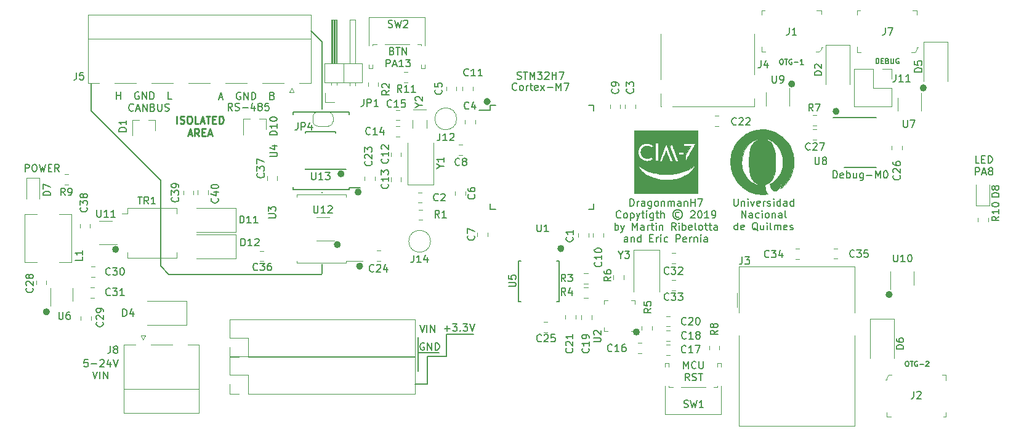
<source format=gbr>
G04 #@! TF.GenerationSoftware,KiCad,Pcbnew,(5.1.2)-1*
G04 #@! TF.CreationDate,2019-05-25T18:32:04-03:00*
G04 #@! TF.ProjectId,dragonmanh7,64726167-6f6e-46d6-916e-68372e6b6963,rev?*
G04 #@! TF.SameCoordinates,Original*
G04 #@! TF.FileFunction,Legend,Top*
G04 #@! TF.FilePolarity,Positive*
%FSLAX46Y46*%
G04 Gerber Fmt 4.6, Leading zero omitted, Abs format (unit mm)*
G04 Created by KiCad (PCBNEW (5.1.2)-1) date 2019-05-25 18:32:04*
%MOMM*%
%LPD*%
G04 APERTURE LIST*
%ADD10C,0.200000*%
%ADD11C,0.150000*%
%ADD12C,0.500000*%
%ADD13C,0.250000*%
%ADD14C,0.120000*%
%ADD15C,0.010000*%
%ADD16C,0.152400*%
%ADD17C,0.100000*%
G04 APERTURE END LIST*
D10*
X100296980Y-31648400D02*
X98772980Y-30124400D01*
X68580000Y-41148000D02*
X68580000Y-37363400D01*
D11*
X117353080Y-71838820D02*
X121094500Y-71838820D01*
X117353080Y-74879200D02*
X117353080Y-71838820D01*
X114739420Y-74879200D02*
X117353080Y-74879200D01*
X114739420Y-78701900D02*
X114739420Y-74879200D01*
X113101120Y-78701900D02*
X114739420Y-78701900D01*
X113530380Y-74373740D02*
X116415820Y-74373740D01*
X113530380Y-76908660D02*
X113530380Y-72275700D01*
X156922981Y-53202320D02*
X156922981Y-54011844D01*
X156970600Y-54107082D01*
X157018220Y-54154701D01*
X157113458Y-54202320D01*
X157303934Y-54202320D01*
X157399172Y-54154701D01*
X157446791Y-54107082D01*
X157494410Y-54011844D01*
X157494410Y-53202320D01*
X157970600Y-53535654D02*
X157970600Y-54202320D01*
X157970600Y-53630892D02*
X158018220Y-53583273D01*
X158113458Y-53535654D01*
X158256315Y-53535654D01*
X158351553Y-53583273D01*
X158399172Y-53678511D01*
X158399172Y-54202320D01*
X158875362Y-54202320D02*
X158875362Y-53535654D01*
X158875362Y-53202320D02*
X158827743Y-53249940D01*
X158875362Y-53297559D01*
X158922981Y-53249940D01*
X158875362Y-53202320D01*
X158875362Y-53297559D01*
X159256315Y-53535654D02*
X159494410Y-54202320D01*
X159732505Y-53535654D01*
X160494410Y-54154701D02*
X160399172Y-54202320D01*
X160208696Y-54202320D01*
X160113458Y-54154701D01*
X160065839Y-54059463D01*
X160065839Y-53678511D01*
X160113458Y-53583273D01*
X160208696Y-53535654D01*
X160399172Y-53535654D01*
X160494410Y-53583273D01*
X160542029Y-53678511D01*
X160542029Y-53773749D01*
X160065839Y-53868987D01*
X160970600Y-54202320D02*
X160970600Y-53535654D01*
X160970600Y-53726130D02*
X161018220Y-53630892D01*
X161065839Y-53583273D01*
X161161077Y-53535654D01*
X161256315Y-53535654D01*
X161542029Y-54154701D02*
X161637267Y-54202320D01*
X161827743Y-54202320D01*
X161922981Y-54154701D01*
X161970600Y-54059463D01*
X161970600Y-54011844D01*
X161922981Y-53916606D01*
X161827743Y-53868987D01*
X161684886Y-53868987D01*
X161589648Y-53821368D01*
X161542029Y-53726130D01*
X161542029Y-53678511D01*
X161589648Y-53583273D01*
X161684886Y-53535654D01*
X161827743Y-53535654D01*
X161922981Y-53583273D01*
X162399172Y-54202320D02*
X162399172Y-53535654D01*
X162399172Y-53202320D02*
X162351553Y-53249940D01*
X162399172Y-53297559D01*
X162446791Y-53249940D01*
X162399172Y-53202320D01*
X162399172Y-53297559D01*
X163303934Y-54202320D02*
X163303934Y-53202320D01*
X163303934Y-54154701D02*
X163208696Y-54202320D01*
X163018220Y-54202320D01*
X162922981Y-54154701D01*
X162875362Y-54107082D01*
X162827743Y-54011844D01*
X162827743Y-53726130D01*
X162875362Y-53630892D01*
X162922981Y-53583273D01*
X163018220Y-53535654D01*
X163208696Y-53535654D01*
X163303934Y-53583273D01*
X164208696Y-54202320D02*
X164208696Y-53678511D01*
X164161077Y-53583273D01*
X164065839Y-53535654D01*
X163875362Y-53535654D01*
X163780124Y-53583273D01*
X164208696Y-54154701D02*
X164113458Y-54202320D01*
X163875362Y-54202320D01*
X163780124Y-54154701D01*
X163732505Y-54059463D01*
X163732505Y-53964225D01*
X163780124Y-53868987D01*
X163875362Y-53821368D01*
X164113458Y-53821368D01*
X164208696Y-53773749D01*
X165113458Y-54202320D02*
X165113458Y-53202320D01*
X165113458Y-54154701D02*
X165018220Y-54202320D01*
X164827743Y-54202320D01*
X164732505Y-54154701D01*
X164684886Y-54107082D01*
X164637267Y-54011844D01*
X164637267Y-53726130D01*
X164684886Y-53630892D01*
X164732505Y-53583273D01*
X164827743Y-53535654D01*
X165018220Y-53535654D01*
X165113458Y-53583273D01*
X157994410Y-55852320D02*
X157994410Y-54852320D01*
X158565839Y-55852320D01*
X158565839Y-54852320D01*
X159470600Y-55852320D02*
X159470600Y-55328511D01*
X159422981Y-55233273D01*
X159327743Y-55185654D01*
X159137267Y-55185654D01*
X159042029Y-55233273D01*
X159470600Y-55804701D02*
X159375362Y-55852320D01*
X159137267Y-55852320D01*
X159042029Y-55804701D01*
X158994410Y-55709463D01*
X158994410Y-55614225D01*
X159042029Y-55518987D01*
X159137267Y-55471368D01*
X159375362Y-55471368D01*
X159470600Y-55423749D01*
X160375362Y-55804701D02*
X160280124Y-55852320D01*
X160089648Y-55852320D01*
X159994410Y-55804701D01*
X159946791Y-55757082D01*
X159899172Y-55661844D01*
X159899172Y-55376130D01*
X159946791Y-55280892D01*
X159994410Y-55233273D01*
X160089648Y-55185654D01*
X160280124Y-55185654D01*
X160375362Y-55233273D01*
X160803934Y-55852320D02*
X160803934Y-55185654D01*
X160803934Y-54852320D02*
X160756315Y-54899940D01*
X160803934Y-54947559D01*
X160851553Y-54899940D01*
X160803934Y-54852320D01*
X160803934Y-54947559D01*
X161422981Y-55852320D02*
X161327743Y-55804701D01*
X161280124Y-55757082D01*
X161232505Y-55661844D01*
X161232505Y-55376130D01*
X161280124Y-55280892D01*
X161327743Y-55233273D01*
X161422981Y-55185654D01*
X161565839Y-55185654D01*
X161661077Y-55233273D01*
X161708696Y-55280892D01*
X161756315Y-55376130D01*
X161756315Y-55661844D01*
X161708696Y-55757082D01*
X161661077Y-55804701D01*
X161565839Y-55852320D01*
X161422981Y-55852320D01*
X162184886Y-55185654D02*
X162184886Y-55852320D01*
X162184886Y-55280892D02*
X162232505Y-55233273D01*
X162327743Y-55185654D01*
X162470600Y-55185654D01*
X162565839Y-55233273D01*
X162613458Y-55328511D01*
X162613458Y-55852320D01*
X163518220Y-55852320D02*
X163518220Y-55328511D01*
X163470600Y-55233273D01*
X163375362Y-55185654D01*
X163184886Y-55185654D01*
X163089648Y-55233273D01*
X163518220Y-55804701D02*
X163422981Y-55852320D01*
X163184886Y-55852320D01*
X163089648Y-55804701D01*
X163042029Y-55709463D01*
X163042029Y-55614225D01*
X163089648Y-55518987D01*
X163184886Y-55471368D01*
X163422981Y-55471368D01*
X163518220Y-55423749D01*
X164137267Y-55852320D02*
X164042029Y-55804701D01*
X163994410Y-55709463D01*
X163994410Y-54852320D01*
X157446791Y-57502320D02*
X157446791Y-56502320D01*
X157446791Y-57454701D02*
X157351553Y-57502320D01*
X157161077Y-57502320D01*
X157065839Y-57454701D01*
X157018220Y-57407082D01*
X156970600Y-57311844D01*
X156970600Y-57026130D01*
X157018220Y-56930892D01*
X157065839Y-56883273D01*
X157161077Y-56835654D01*
X157351553Y-56835654D01*
X157446791Y-56883273D01*
X158303934Y-57454701D02*
X158208696Y-57502320D01*
X158018220Y-57502320D01*
X157922981Y-57454701D01*
X157875362Y-57359463D01*
X157875362Y-56978511D01*
X157922981Y-56883273D01*
X158018220Y-56835654D01*
X158208696Y-56835654D01*
X158303934Y-56883273D01*
X158351553Y-56978511D01*
X158351553Y-57073749D01*
X157875362Y-57168987D01*
X160208696Y-57597559D02*
X160113458Y-57549940D01*
X160018220Y-57454701D01*
X159875362Y-57311844D01*
X159780124Y-57264225D01*
X159684886Y-57264225D01*
X159732505Y-57502320D02*
X159637267Y-57454701D01*
X159542029Y-57359463D01*
X159494410Y-57168987D01*
X159494410Y-56835654D01*
X159542029Y-56645178D01*
X159637267Y-56549940D01*
X159732505Y-56502320D01*
X159922981Y-56502320D01*
X160018220Y-56549940D01*
X160113458Y-56645178D01*
X160161077Y-56835654D01*
X160161077Y-57168987D01*
X160113458Y-57359463D01*
X160018220Y-57454701D01*
X159922981Y-57502320D01*
X159732505Y-57502320D01*
X161018220Y-56835654D02*
X161018220Y-57502320D01*
X160589648Y-56835654D02*
X160589648Y-57359463D01*
X160637267Y-57454701D01*
X160732505Y-57502320D01*
X160875362Y-57502320D01*
X160970600Y-57454701D01*
X161018220Y-57407082D01*
X161494410Y-57502320D02*
X161494410Y-56835654D01*
X161494410Y-56502320D02*
X161446791Y-56549940D01*
X161494410Y-56597559D01*
X161542029Y-56549940D01*
X161494410Y-56502320D01*
X161494410Y-56597559D01*
X162113458Y-57502320D02*
X162018220Y-57454701D01*
X161970600Y-57359463D01*
X161970600Y-56502320D01*
X162494410Y-57502320D02*
X162494410Y-56835654D01*
X162494410Y-56930892D02*
X162542029Y-56883273D01*
X162637267Y-56835654D01*
X162780124Y-56835654D01*
X162875362Y-56883273D01*
X162922981Y-56978511D01*
X162922981Y-57502320D01*
X162922981Y-56978511D02*
X162970600Y-56883273D01*
X163065839Y-56835654D01*
X163208696Y-56835654D01*
X163303934Y-56883273D01*
X163351553Y-56978511D01*
X163351553Y-57502320D01*
X164208696Y-57454701D02*
X164113458Y-57502320D01*
X163922981Y-57502320D01*
X163827743Y-57454701D01*
X163780124Y-57359463D01*
X163780124Y-56978511D01*
X163827743Y-56883273D01*
X163922981Y-56835654D01*
X164113458Y-56835654D01*
X164208696Y-56883273D01*
X164256315Y-56978511D01*
X164256315Y-57073749D01*
X163780124Y-57168987D01*
X164637267Y-57454701D02*
X164732505Y-57502320D01*
X164922981Y-57502320D01*
X165018220Y-57454701D01*
X165065839Y-57359463D01*
X165065839Y-57311844D01*
X165018220Y-57216606D01*
X164922981Y-57168987D01*
X164780124Y-57168987D01*
X164684886Y-57121368D01*
X164637267Y-57026130D01*
X164637267Y-56978511D01*
X164684886Y-56883273D01*
X164780124Y-56835654D01*
X164922981Y-56835654D01*
X165018220Y-56883273D01*
X170583054Y-50371000D02*
X170583054Y-49371000D01*
X170821149Y-49371000D01*
X170964006Y-49418620D01*
X171059244Y-49513858D01*
X171106863Y-49609096D01*
X171154482Y-49799572D01*
X171154482Y-49942429D01*
X171106863Y-50132905D01*
X171059244Y-50228143D01*
X170964006Y-50323381D01*
X170821149Y-50371000D01*
X170583054Y-50371000D01*
X171964006Y-50323381D02*
X171868768Y-50371000D01*
X171678292Y-50371000D01*
X171583054Y-50323381D01*
X171535435Y-50228143D01*
X171535435Y-49847191D01*
X171583054Y-49751953D01*
X171678292Y-49704334D01*
X171868768Y-49704334D01*
X171964006Y-49751953D01*
X172011625Y-49847191D01*
X172011625Y-49942429D01*
X171535435Y-50037667D01*
X172440197Y-50371000D02*
X172440197Y-49371000D01*
X172440197Y-49751953D02*
X172535435Y-49704334D01*
X172725911Y-49704334D01*
X172821149Y-49751953D01*
X172868768Y-49799572D01*
X172916387Y-49894810D01*
X172916387Y-50180524D01*
X172868768Y-50275762D01*
X172821149Y-50323381D01*
X172725911Y-50371000D01*
X172535435Y-50371000D01*
X172440197Y-50323381D01*
X173773530Y-49704334D02*
X173773530Y-50371000D01*
X173344959Y-49704334D02*
X173344959Y-50228143D01*
X173392578Y-50323381D01*
X173487816Y-50371000D01*
X173630673Y-50371000D01*
X173725911Y-50323381D01*
X173773530Y-50275762D01*
X174678292Y-49704334D02*
X174678292Y-50513858D01*
X174630673Y-50609096D01*
X174583054Y-50656715D01*
X174487816Y-50704334D01*
X174344959Y-50704334D01*
X174249720Y-50656715D01*
X174678292Y-50323381D02*
X174583054Y-50371000D01*
X174392578Y-50371000D01*
X174297340Y-50323381D01*
X174249720Y-50275762D01*
X174202101Y-50180524D01*
X174202101Y-49894810D01*
X174249720Y-49799572D01*
X174297340Y-49751953D01*
X174392578Y-49704334D01*
X174583054Y-49704334D01*
X174678292Y-49751953D01*
X175154482Y-49990048D02*
X175916387Y-49990048D01*
X176392578Y-50371000D02*
X176392578Y-49371000D01*
X176725911Y-50085286D01*
X177059244Y-49371000D01*
X177059244Y-50371000D01*
X177725911Y-49371000D02*
X177821149Y-49371000D01*
X177916387Y-49418620D01*
X177964006Y-49466239D01*
X178011625Y-49561477D01*
X178059244Y-49751953D01*
X178059244Y-49990048D01*
X178011625Y-50180524D01*
X177964006Y-50275762D01*
X177916387Y-50323381D01*
X177821149Y-50371000D01*
X177725911Y-50371000D01*
X177630673Y-50323381D01*
X177583054Y-50275762D01*
X177535435Y-50180524D01*
X177487816Y-49990048D01*
X177487816Y-49751953D01*
X177535435Y-49561477D01*
X177583054Y-49466239D01*
X177630673Y-49418620D01*
X177725911Y-49371000D01*
X142636859Y-54225680D02*
X142636859Y-53225680D01*
X142874954Y-53225680D01*
X143017811Y-53273300D01*
X143113049Y-53368538D01*
X143160668Y-53463776D01*
X143208287Y-53654252D01*
X143208287Y-53797109D01*
X143160668Y-53987585D01*
X143113049Y-54082823D01*
X143017811Y-54178061D01*
X142874954Y-54225680D01*
X142636859Y-54225680D01*
X143636859Y-54225680D02*
X143636859Y-53559014D01*
X143636859Y-53749490D02*
X143684478Y-53654252D01*
X143732097Y-53606633D01*
X143827335Y-53559014D01*
X143922573Y-53559014D01*
X144684478Y-54225680D02*
X144684478Y-53701871D01*
X144636859Y-53606633D01*
X144541620Y-53559014D01*
X144351144Y-53559014D01*
X144255906Y-53606633D01*
X144684478Y-54178061D02*
X144589240Y-54225680D01*
X144351144Y-54225680D01*
X144255906Y-54178061D01*
X144208287Y-54082823D01*
X144208287Y-53987585D01*
X144255906Y-53892347D01*
X144351144Y-53844728D01*
X144589240Y-53844728D01*
X144684478Y-53797109D01*
X145589240Y-53559014D02*
X145589240Y-54368538D01*
X145541620Y-54463776D01*
X145494001Y-54511395D01*
X145398763Y-54559014D01*
X145255906Y-54559014D01*
X145160668Y-54511395D01*
X145589240Y-54178061D02*
X145494001Y-54225680D01*
X145303525Y-54225680D01*
X145208287Y-54178061D01*
X145160668Y-54130442D01*
X145113049Y-54035204D01*
X145113049Y-53749490D01*
X145160668Y-53654252D01*
X145208287Y-53606633D01*
X145303525Y-53559014D01*
X145494001Y-53559014D01*
X145589240Y-53606633D01*
X146208287Y-54225680D02*
X146113049Y-54178061D01*
X146065430Y-54130442D01*
X146017811Y-54035204D01*
X146017811Y-53749490D01*
X146065430Y-53654252D01*
X146113049Y-53606633D01*
X146208287Y-53559014D01*
X146351144Y-53559014D01*
X146446382Y-53606633D01*
X146494001Y-53654252D01*
X146541620Y-53749490D01*
X146541620Y-54035204D01*
X146494001Y-54130442D01*
X146446382Y-54178061D01*
X146351144Y-54225680D01*
X146208287Y-54225680D01*
X146970192Y-53559014D02*
X146970192Y-54225680D01*
X146970192Y-53654252D02*
X147017811Y-53606633D01*
X147113049Y-53559014D01*
X147255906Y-53559014D01*
X147351144Y-53606633D01*
X147398763Y-53701871D01*
X147398763Y-54225680D01*
X147874954Y-54225680D02*
X147874954Y-53559014D01*
X147874954Y-53654252D02*
X147922573Y-53606633D01*
X148017811Y-53559014D01*
X148160668Y-53559014D01*
X148255906Y-53606633D01*
X148303525Y-53701871D01*
X148303525Y-54225680D01*
X148303525Y-53701871D02*
X148351144Y-53606633D01*
X148446382Y-53559014D01*
X148589240Y-53559014D01*
X148684478Y-53606633D01*
X148732097Y-53701871D01*
X148732097Y-54225680D01*
X149636859Y-54225680D02*
X149636859Y-53701871D01*
X149589240Y-53606633D01*
X149494001Y-53559014D01*
X149303525Y-53559014D01*
X149208287Y-53606633D01*
X149636859Y-54178061D02*
X149541620Y-54225680D01*
X149303525Y-54225680D01*
X149208287Y-54178061D01*
X149160668Y-54082823D01*
X149160668Y-53987585D01*
X149208287Y-53892347D01*
X149303525Y-53844728D01*
X149541620Y-53844728D01*
X149636859Y-53797109D01*
X150113049Y-53559014D02*
X150113049Y-54225680D01*
X150113049Y-53654252D02*
X150160668Y-53606633D01*
X150255906Y-53559014D01*
X150398763Y-53559014D01*
X150494001Y-53606633D01*
X150541620Y-53701871D01*
X150541620Y-54225680D01*
X151017811Y-54225680D02*
X151017811Y-53225680D01*
X151017811Y-53701871D02*
X151589240Y-53701871D01*
X151589240Y-54225680D02*
X151589240Y-53225680D01*
X151970192Y-53225680D02*
X152636859Y-53225680D01*
X152208287Y-54225680D01*
X141374954Y-55780442D02*
X141327335Y-55828061D01*
X141184478Y-55875680D01*
X141089240Y-55875680D01*
X140946382Y-55828061D01*
X140851144Y-55732823D01*
X140803525Y-55637585D01*
X140755906Y-55447109D01*
X140755906Y-55304252D01*
X140803525Y-55113776D01*
X140851144Y-55018538D01*
X140946382Y-54923300D01*
X141089240Y-54875680D01*
X141184478Y-54875680D01*
X141327335Y-54923300D01*
X141374954Y-54970919D01*
X141946382Y-55875680D02*
X141851144Y-55828061D01*
X141803525Y-55780442D01*
X141755906Y-55685204D01*
X141755906Y-55399490D01*
X141803525Y-55304252D01*
X141851144Y-55256633D01*
X141946382Y-55209014D01*
X142089240Y-55209014D01*
X142184478Y-55256633D01*
X142232097Y-55304252D01*
X142279716Y-55399490D01*
X142279716Y-55685204D01*
X142232097Y-55780442D01*
X142184478Y-55828061D01*
X142089240Y-55875680D01*
X141946382Y-55875680D01*
X142708287Y-55209014D02*
X142708287Y-56209014D01*
X142708287Y-55256633D02*
X142803525Y-55209014D01*
X142994001Y-55209014D01*
X143089240Y-55256633D01*
X143136859Y-55304252D01*
X143184478Y-55399490D01*
X143184478Y-55685204D01*
X143136859Y-55780442D01*
X143089240Y-55828061D01*
X142994001Y-55875680D01*
X142803525Y-55875680D01*
X142708287Y-55828061D01*
X143517811Y-55209014D02*
X143755906Y-55875680D01*
X143994001Y-55209014D02*
X143755906Y-55875680D01*
X143660668Y-56113776D01*
X143613049Y-56161395D01*
X143517811Y-56209014D01*
X144232097Y-55209014D02*
X144613049Y-55209014D01*
X144374954Y-54875680D02*
X144374954Y-55732823D01*
X144422573Y-55828061D01*
X144517811Y-55875680D01*
X144613049Y-55875680D01*
X144946382Y-55875680D02*
X144946382Y-55209014D01*
X144946382Y-54875680D02*
X144898763Y-54923300D01*
X144946382Y-54970919D01*
X144994001Y-54923300D01*
X144946382Y-54875680D01*
X144946382Y-54970919D01*
X145851144Y-55209014D02*
X145851144Y-56018538D01*
X145803525Y-56113776D01*
X145755906Y-56161395D01*
X145660668Y-56209014D01*
X145517811Y-56209014D01*
X145422573Y-56161395D01*
X145851144Y-55828061D02*
X145755906Y-55875680D01*
X145565430Y-55875680D01*
X145470192Y-55828061D01*
X145422573Y-55780442D01*
X145374954Y-55685204D01*
X145374954Y-55399490D01*
X145422573Y-55304252D01*
X145470192Y-55256633D01*
X145565430Y-55209014D01*
X145755906Y-55209014D01*
X145851144Y-55256633D01*
X146184478Y-55209014D02*
X146565430Y-55209014D01*
X146327335Y-54875680D02*
X146327335Y-55732823D01*
X146374954Y-55828061D01*
X146470192Y-55875680D01*
X146565430Y-55875680D01*
X146898763Y-55875680D02*
X146898763Y-54875680D01*
X147327335Y-55875680D02*
X147327335Y-55351871D01*
X147279716Y-55256633D01*
X147184478Y-55209014D01*
X147041620Y-55209014D01*
X146946382Y-55256633D01*
X146898763Y-55304252D01*
X149374954Y-55113776D02*
X149279716Y-55066157D01*
X149089240Y-55066157D01*
X148994001Y-55113776D01*
X148898763Y-55209014D01*
X148851144Y-55304252D01*
X148851144Y-55494728D01*
X148898763Y-55589966D01*
X148994001Y-55685204D01*
X149089240Y-55732823D01*
X149279716Y-55732823D01*
X149374954Y-55685204D01*
X149184478Y-54732823D02*
X148946382Y-54780442D01*
X148708287Y-54923300D01*
X148565430Y-55161395D01*
X148517811Y-55399490D01*
X148565430Y-55637585D01*
X148708287Y-55875680D01*
X148946382Y-56018538D01*
X149184478Y-56066157D01*
X149422573Y-56018538D01*
X149660668Y-55875680D01*
X149803525Y-55637585D01*
X149851144Y-55399490D01*
X149803525Y-55161395D01*
X149660668Y-54923300D01*
X149422573Y-54780442D01*
X149184478Y-54732823D01*
X150994001Y-54970919D02*
X151041620Y-54923300D01*
X151136859Y-54875680D01*
X151374954Y-54875680D01*
X151470192Y-54923300D01*
X151517811Y-54970919D01*
X151565430Y-55066157D01*
X151565430Y-55161395D01*
X151517811Y-55304252D01*
X150946382Y-55875680D01*
X151565430Y-55875680D01*
X152184478Y-54875680D02*
X152279716Y-54875680D01*
X152374954Y-54923300D01*
X152422573Y-54970919D01*
X152470192Y-55066157D01*
X152517811Y-55256633D01*
X152517811Y-55494728D01*
X152470192Y-55685204D01*
X152422573Y-55780442D01*
X152374954Y-55828061D01*
X152279716Y-55875680D01*
X152184478Y-55875680D01*
X152089240Y-55828061D01*
X152041620Y-55780442D01*
X151994001Y-55685204D01*
X151946382Y-55494728D01*
X151946382Y-55256633D01*
X151994001Y-55066157D01*
X152041620Y-54970919D01*
X152089240Y-54923300D01*
X152184478Y-54875680D01*
X153470192Y-55875680D02*
X152898763Y-55875680D01*
X153184478Y-55875680D02*
X153184478Y-54875680D01*
X153089240Y-55018538D01*
X152994001Y-55113776D01*
X152898763Y-55161395D01*
X153946382Y-55875680D02*
X154136859Y-55875680D01*
X154232097Y-55828061D01*
X154279716Y-55780442D01*
X154374954Y-55637585D01*
X154422573Y-55447109D01*
X154422573Y-55066157D01*
X154374954Y-54970919D01*
X154327335Y-54923300D01*
X154232097Y-54875680D01*
X154041620Y-54875680D01*
X153946382Y-54923300D01*
X153898763Y-54970919D01*
X153851144Y-55066157D01*
X153851144Y-55304252D01*
X153898763Y-55399490D01*
X153946382Y-55447109D01*
X154041620Y-55494728D01*
X154232097Y-55494728D01*
X154327335Y-55447109D01*
X154374954Y-55399490D01*
X154422573Y-55304252D01*
X140565430Y-57525680D02*
X140565430Y-56525680D01*
X140565430Y-56906633D02*
X140660668Y-56859014D01*
X140851144Y-56859014D01*
X140946382Y-56906633D01*
X140994001Y-56954252D01*
X141041620Y-57049490D01*
X141041620Y-57335204D01*
X140994001Y-57430442D01*
X140946382Y-57478061D01*
X140851144Y-57525680D01*
X140660668Y-57525680D01*
X140565430Y-57478061D01*
X141374954Y-56859014D02*
X141613049Y-57525680D01*
X141851144Y-56859014D02*
X141613049Y-57525680D01*
X141517811Y-57763776D01*
X141470192Y-57811395D01*
X141374954Y-57859014D01*
X142994001Y-57525680D02*
X142994001Y-56525680D01*
X143327335Y-57239966D01*
X143660668Y-56525680D01*
X143660668Y-57525680D01*
X144565430Y-57525680D02*
X144565430Y-57001871D01*
X144517811Y-56906633D01*
X144422573Y-56859014D01*
X144232097Y-56859014D01*
X144136859Y-56906633D01*
X144565430Y-57478061D02*
X144470192Y-57525680D01*
X144232097Y-57525680D01*
X144136859Y-57478061D01*
X144089240Y-57382823D01*
X144089240Y-57287585D01*
X144136859Y-57192347D01*
X144232097Y-57144728D01*
X144470192Y-57144728D01*
X144565430Y-57097109D01*
X145041620Y-57525680D02*
X145041620Y-56859014D01*
X145041620Y-57049490D02*
X145089240Y-56954252D01*
X145136859Y-56906633D01*
X145232097Y-56859014D01*
X145327335Y-56859014D01*
X145517811Y-56859014D02*
X145898763Y-56859014D01*
X145660668Y-56525680D02*
X145660668Y-57382823D01*
X145708287Y-57478061D01*
X145803525Y-57525680D01*
X145898763Y-57525680D01*
X146232097Y-57525680D02*
X146232097Y-56859014D01*
X146232097Y-56525680D02*
X146184478Y-56573300D01*
X146232097Y-56620919D01*
X146279716Y-56573300D01*
X146232097Y-56525680D01*
X146232097Y-56620919D01*
X146708287Y-56859014D02*
X146708287Y-57525680D01*
X146708287Y-56954252D02*
X146755906Y-56906633D01*
X146851144Y-56859014D01*
X146994001Y-56859014D01*
X147089240Y-56906633D01*
X147136859Y-57001871D01*
X147136859Y-57525680D01*
X148946382Y-57525680D02*
X148613049Y-57049490D01*
X148374954Y-57525680D02*
X148374954Y-56525680D01*
X148755906Y-56525680D01*
X148851144Y-56573300D01*
X148898763Y-56620919D01*
X148946382Y-56716157D01*
X148946382Y-56859014D01*
X148898763Y-56954252D01*
X148851144Y-57001871D01*
X148755906Y-57049490D01*
X148374954Y-57049490D01*
X149374954Y-57525680D02*
X149374954Y-56859014D01*
X149374954Y-56525680D02*
X149327335Y-56573300D01*
X149374954Y-56620919D01*
X149422573Y-56573300D01*
X149374954Y-56525680D01*
X149374954Y-56620919D01*
X149851144Y-57525680D02*
X149851144Y-56525680D01*
X149851144Y-56906633D02*
X149946382Y-56859014D01*
X150136859Y-56859014D01*
X150232097Y-56906633D01*
X150279716Y-56954252D01*
X150327335Y-57049490D01*
X150327335Y-57335204D01*
X150279716Y-57430442D01*
X150232097Y-57478061D01*
X150136859Y-57525680D01*
X149946382Y-57525680D01*
X149851144Y-57478061D01*
X151136859Y-57478061D02*
X151041620Y-57525680D01*
X150851144Y-57525680D01*
X150755906Y-57478061D01*
X150708287Y-57382823D01*
X150708287Y-57001871D01*
X150755906Y-56906633D01*
X150851144Y-56859014D01*
X151041620Y-56859014D01*
X151136859Y-56906633D01*
X151184478Y-57001871D01*
X151184478Y-57097109D01*
X150708287Y-57192347D01*
X151755906Y-57525680D02*
X151660668Y-57478061D01*
X151613049Y-57382823D01*
X151613049Y-56525680D01*
X152279716Y-57525680D02*
X152184478Y-57478061D01*
X152136859Y-57430442D01*
X152089239Y-57335204D01*
X152089239Y-57049490D01*
X152136859Y-56954252D01*
X152184478Y-56906633D01*
X152279716Y-56859014D01*
X152422573Y-56859014D01*
X152517811Y-56906633D01*
X152565430Y-56954252D01*
X152613049Y-57049490D01*
X152613049Y-57335204D01*
X152565430Y-57430442D01*
X152517811Y-57478061D01*
X152422573Y-57525680D01*
X152279716Y-57525680D01*
X152898763Y-56859014D02*
X153279716Y-56859014D01*
X153041620Y-56525680D02*
X153041620Y-57382823D01*
X153089239Y-57478061D01*
X153184478Y-57525680D01*
X153279716Y-57525680D01*
X153470192Y-56859014D02*
X153851144Y-56859014D01*
X153613049Y-56525680D02*
X153613049Y-57382823D01*
X153660668Y-57478061D01*
X153755906Y-57525680D01*
X153851144Y-57525680D01*
X154613049Y-57525680D02*
X154613049Y-57001871D01*
X154565430Y-56906633D01*
X154470192Y-56859014D01*
X154279716Y-56859014D01*
X154184478Y-56906633D01*
X154613049Y-57478061D02*
X154517811Y-57525680D01*
X154279716Y-57525680D01*
X154184478Y-57478061D01*
X154136859Y-57382823D01*
X154136859Y-57287585D01*
X154184478Y-57192347D01*
X154279716Y-57144728D01*
X154517811Y-57144728D01*
X154613049Y-57097109D01*
X142327335Y-59175680D02*
X142327335Y-58651871D01*
X142279716Y-58556633D01*
X142184478Y-58509014D01*
X141994001Y-58509014D01*
X141898763Y-58556633D01*
X142327335Y-59128061D02*
X142232097Y-59175680D01*
X141994001Y-59175680D01*
X141898763Y-59128061D01*
X141851144Y-59032823D01*
X141851144Y-58937585D01*
X141898763Y-58842347D01*
X141994001Y-58794728D01*
X142232097Y-58794728D01*
X142327335Y-58747109D01*
X142803525Y-58509014D02*
X142803525Y-59175680D01*
X142803525Y-58604252D02*
X142851144Y-58556633D01*
X142946382Y-58509014D01*
X143089240Y-58509014D01*
X143184478Y-58556633D01*
X143232097Y-58651871D01*
X143232097Y-59175680D01*
X144136859Y-59175680D02*
X144136859Y-58175680D01*
X144136859Y-59128061D02*
X144041620Y-59175680D01*
X143851144Y-59175680D01*
X143755906Y-59128061D01*
X143708287Y-59080442D01*
X143660668Y-58985204D01*
X143660668Y-58699490D01*
X143708287Y-58604252D01*
X143755906Y-58556633D01*
X143851144Y-58509014D01*
X144041620Y-58509014D01*
X144136859Y-58556633D01*
X145374954Y-58651871D02*
X145708287Y-58651871D01*
X145851144Y-59175680D02*
X145374954Y-59175680D01*
X145374954Y-58175680D01*
X145851144Y-58175680D01*
X146279716Y-59175680D02*
X146279716Y-58509014D01*
X146279716Y-58699490D02*
X146327335Y-58604252D01*
X146374954Y-58556633D01*
X146470192Y-58509014D01*
X146565430Y-58509014D01*
X146898763Y-59175680D02*
X146898763Y-58509014D01*
X146898763Y-58175680D02*
X146851144Y-58223300D01*
X146898763Y-58270919D01*
X146946382Y-58223300D01*
X146898763Y-58175680D01*
X146898763Y-58270919D01*
X147803525Y-59128061D02*
X147708287Y-59175680D01*
X147517811Y-59175680D01*
X147422573Y-59128061D01*
X147374954Y-59080442D01*
X147327335Y-58985204D01*
X147327335Y-58699490D01*
X147374954Y-58604252D01*
X147422573Y-58556633D01*
X147517811Y-58509014D01*
X147708287Y-58509014D01*
X147803525Y-58556633D01*
X148994001Y-59175680D02*
X148994001Y-58175680D01*
X149374954Y-58175680D01*
X149470192Y-58223300D01*
X149517811Y-58270919D01*
X149565430Y-58366157D01*
X149565430Y-58509014D01*
X149517811Y-58604252D01*
X149470192Y-58651871D01*
X149374954Y-58699490D01*
X148994001Y-58699490D01*
X150374954Y-59128061D02*
X150279716Y-59175680D01*
X150089240Y-59175680D01*
X149994001Y-59128061D01*
X149946382Y-59032823D01*
X149946382Y-58651871D01*
X149994001Y-58556633D01*
X150089240Y-58509014D01*
X150279716Y-58509014D01*
X150374954Y-58556633D01*
X150422573Y-58651871D01*
X150422573Y-58747109D01*
X149946382Y-58842347D01*
X150851144Y-59175680D02*
X150851144Y-58509014D01*
X150851144Y-58699490D02*
X150898763Y-58604252D01*
X150946382Y-58556633D01*
X151041620Y-58509014D01*
X151136859Y-58509014D01*
X151470192Y-58509014D02*
X151470192Y-59175680D01*
X151470192Y-58604252D02*
X151517811Y-58556633D01*
X151613049Y-58509014D01*
X151755906Y-58509014D01*
X151851144Y-58556633D01*
X151898763Y-58651871D01*
X151898763Y-59175680D01*
X152374954Y-59175680D02*
X152374954Y-58509014D01*
X152374954Y-58175680D02*
X152327335Y-58223300D01*
X152374954Y-58270919D01*
X152422573Y-58223300D01*
X152374954Y-58175680D01*
X152374954Y-58270919D01*
X153279716Y-59175680D02*
X153279716Y-58651871D01*
X153232097Y-58556633D01*
X153136859Y-58509014D01*
X152946382Y-58509014D01*
X152851144Y-58556633D01*
X153279716Y-59128061D02*
X153184478Y-59175680D01*
X152946382Y-59175680D01*
X152851144Y-59128061D01*
X152803525Y-59032823D01*
X152803525Y-58937585D01*
X152851144Y-58842347D01*
X152946382Y-58794728D01*
X153184478Y-58794728D01*
X153279716Y-58747109D01*
D12*
X178491376Y-66395600D02*
G75*
G03X178491376Y-66395600I-234176J0D01*
G01*
X183190376Y-37973000D02*
G75*
G03X183190376Y-37973000I-234176J0D01*
G01*
X165105576Y-37419776D02*
G75*
G03X165105576Y-37419776I-234176J0D01*
G01*
X133355576Y-60071000D02*
G75*
G03X133355576Y-60071000I-234176J0D01*
G01*
X62616576Y-68783200D02*
G75*
G03X62616576Y-68783200I-234176J0D01*
G01*
X72141576Y-60172600D02*
G75*
G03X72141576Y-60172600I-234176J0D01*
G01*
X105491776Y-52298600D02*
G75*
G03X105491776Y-52298600I-234176J0D01*
G01*
X105694976Y-62484000D02*
G75*
G03X105694976Y-62484000I-234176J0D01*
G01*
X102621576Y-59512200D02*
G75*
G03X102621576Y-59512200I-234176J0D01*
G01*
X103129576Y-49784000D02*
G75*
G03X103129576Y-49784000I-234176J0D01*
G01*
X143744176Y-71551800D02*
G75*
G03X143744176Y-71551800I-234176J0D01*
G01*
X123220976Y-39852600D02*
G75*
G03X123220976Y-39852600I-234176J0D01*
G01*
X171201576Y-41198800D02*
G75*
G03X171201576Y-41198800I-234176J0D01*
G01*
D10*
X68580000Y-41148000D02*
X78105000Y-50673000D01*
D11*
X68088095Y-75335380D02*
X67611904Y-75335380D01*
X67564285Y-75811571D01*
X67611904Y-75763952D01*
X67707142Y-75716333D01*
X67945238Y-75716333D01*
X68040476Y-75763952D01*
X68088095Y-75811571D01*
X68135714Y-75906809D01*
X68135714Y-76144904D01*
X68088095Y-76240142D01*
X68040476Y-76287761D01*
X67945238Y-76335380D01*
X67707142Y-76335380D01*
X67611904Y-76287761D01*
X67564285Y-76240142D01*
X68564285Y-75954428D02*
X69326190Y-75954428D01*
X69754761Y-75430619D02*
X69802380Y-75383000D01*
X69897619Y-75335380D01*
X70135714Y-75335380D01*
X70230952Y-75383000D01*
X70278571Y-75430619D01*
X70326190Y-75525857D01*
X70326190Y-75621095D01*
X70278571Y-75763952D01*
X69707142Y-76335380D01*
X70326190Y-76335380D01*
X71183333Y-75668714D02*
X71183333Y-76335380D01*
X70945238Y-75287761D02*
X70707142Y-76002047D01*
X71326190Y-76002047D01*
X71564285Y-75335380D02*
X71897619Y-76335380D01*
X72230952Y-75335380D01*
X68754761Y-76985380D02*
X69088095Y-77985380D01*
X69421428Y-76985380D01*
X69754761Y-77985380D02*
X69754761Y-76985380D01*
X70230952Y-77985380D02*
X70230952Y-76985380D01*
X70802380Y-77985380D01*
X70802380Y-76985380D01*
X59470896Y-49504860D02*
X59470896Y-48504860D01*
X59851848Y-48504860D01*
X59947086Y-48552480D01*
X59994705Y-48600099D01*
X60042324Y-48695337D01*
X60042324Y-48838194D01*
X59994705Y-48933432D01*
X59947086Y-48981051D01*
X59851848Y-49028670D01*
X59470896Y-49028670D01*
X60661372Y-48504860D02*
X60851848Y-48504860D01*
X60947086Y-48552480D01*
X61042324Y-48647718D01*
X61089943Y-48838194D01*
X61089943Y-49171527D01*
X61042324Y-49362003D01*
X60947086Y-49457241D01*
X60851848Y-49504860D01*
X60661372Y-49504860D01*
X60566134Y-49457241D01*
X60470896Y-49362003D01*
X60423277Y-49171527D01*
X60423277Y-48838194D01*
X60470896Y-48647718D01*
X60566134Y-48552480D01*
X60661372Y-48504860D01*
X61423277Y-48504860D02*
X61661372Y-49504860D01*
X61851848Y-48790575D01*
X62042324Y-49504860D01*
X62280420Y-48504860D01*
X62661372Y-48981051D02*
X62994705Y-48981051D01*
X63137562Y-49504860D02*
X62661372Y-49504860D01*
X62661372Y-48504860D01*
X63137562Y-48504860D01*
X64137562Y-49504860D02*
X63804229Y-49028670D01*
X63566134Y-49504860D02*
X63566134Y-48504860D01*
X63947086Y-48504860D01*
X64042324Y-48552480D01*
X64089943Y-48600099D01*
X64137562Y-48695337D01*
X64137562Y-48838194D01*
X64089943Y-48933432D01*
X64042324Y-48981051D01*
X63947086Y-49028670D01*
X63566134Y-49028670D01*
X127111523Y-36726761D02*
X127254380Y-36774380D01*
X127492476Y-36774380D01*
X127587714Y-36726761D01*
X127635333Y-36679142D01*
X127682952Y-36583904D01*
X127682952Y-36488666D01*
X127635333Y-36393428D01*
X127587714Y-36345809D01*
X127492476Y-36298190D01*
X127302000Y-36250571D01*
X127206761Y-36202952D01*
X127159142Y-36155333D01*
X127111523Y-36060095D01*
X127111523Y-35964857D01*
X127159142Y-35869619D01*
X127206761Y-35822000D01*
X127302000Y-35774380D01*
X127540095Y-35774380D01*
X127682952Y-35822000D01*
X127968666Y-35774380D02*
X128540095Y-35774380D01*
X128254380Y-36774380D02*
X128254380Y-35774380D01*
X128873428Y-36774380D02*
X128873428Y-35774380D01*
X129206761Y-36488666D01*
X129540095Y-35774380D01*
X129540095Y-36774380D01*
X129921047Y-35774380D02*
X130540095Y-35774380D01*
X130206761Y-36155333D01*
X130349619Y-36155333D01*
X130444857Y-36202952D01*
X130492476Y-36250571D01*
X130540095Y-36345809D01*
X130540095Y-36583904D01*
X130492476Y-36679142D01*
X130444857Y-36726761D01*
X130349619Y-36774380D01*
X130063904Y-36774380D01*
X129968666Y-36726761D01*
X129921047Y-36679142D01*
X130921047Y-35869619D02*
X130968666Y-35822000D01*
X131063904Y-35774380D01*
X131302000Y-35774380D01*
X131397238Y-35822000D01*
X131444857Y-35869619D01*
X131492476Y-35964857D01*
X131492476Y-36060095D01*
X131444857Y-36202952D01*
X130873428Y-36774380D01*
X131492476Y-36774380D01*
X131921047Y-36774380D02*
X131921047Y-35774380D01*
X131921047Y-36250571D02*
X132492476Y-36250571D01*
X132492476Y-36774380D02*
X132492476Y-35774380D01*
X132873428Y-35774380D02*
X133540095Y-35774380D01*
X133111523Y-36774380D01*
X72002164Y-39530280D02*
X72002164Y-38530280D01*
X72002164Y-39006471D02*
X72573593Y-39006471D01*
X72573593Y-39530280D02*
X72573593Y-38530280D01*
X75097402Y-38577900D02*
X75002164Y-38530280D01*
X74859307Y-38530280D01*
X74716450Y-38577900D01*
X74621212Y-38673138D01*
X74573593Y-38768376D01*
X74525974Y-38958852D01*
X74525974Y-39101709D01*
X74573593Y-39292185D01*
X74621212Y-39387423D01*
X74716450Y-39482661D01*
X74859307Y-39530280D01*
X74954545Y-39530280D01*
X75097402Y-39482661D01*
X75145021Y-39435042D01*
X75145021Y-39101709D01*
X74954545Y-39101709D01*
X75573593Y-39530280D02*
X75573593Y-38530280D01*
X76145021Y-39530280D01*
X76145021Y-38530280D01*
X76621212Y-39530280D02*
X76621212Y-38530280D01*
X76859307Y-38530280D01*
X77002164Y-38577900D01*
X77097402Y-38673138D01*
X77145021Y-38768376D01*
X77192640Y-38958852D01*
X77192640Y-39101709D01*
X77145021Y-39292185D01*
X77097402Y-39387423D01*
X77002164Y-39482661D01*
X76859307Y-39530280D01*
X76621212Y-39530280D01*
X79621212Y-39530280D02*
X79145021Y-39530280D01*
X79145021Y-38530280D01*
X86130285Y-39282666D02*
X86606476Y-39282666D01*
X86035047Y-39568380D02*
X86368380Y-38568380D01*
X86701714Y-39568380D01*
X89082666Y-38616000D02*
X88987428Y-38568380D01*
X88844571Y-38568380D01*
X88701714Y-38616000D01*
X88606476Y-38711238D01*
X88558857Y-38806476D01*
X88511238Y-38996952D01*
X88511238Y-39139809D01*
X88558857Y-39330285D01*
X88606476Y-39425523D01*
X88701714Y-39520761D01*
X88844571Y-39568380D01*
X88939809Y-39568380D01*
X89082666Y-39520761D01*
X89130285Y-39473142D01*
X89130285Y-39139809D01*
X88939809Y-39139809D01*
X89558857Y-39568380D02*
X89558857Y-38568380D01*
X90130285Y-39568380D01*
X90130285Y-38568380D01*
X90606476Y-39568380D02*
X90606476Y-38568380D01*
X90844571Y-38568380D01*
X90987428Y-38616000D01*
X91082666Y-38711238D01*
X91130285Y-38806476D01*
X91177904Y-38996952D01*
X91177904Y-39139809D01*
X91130285Y-39330285D01*
X91082666Y-39425523D01*
X90987428Y-39520761D01*
X90844571Y-39568380D01*
X90606476Y-39568380D01*
X93463619Y-39044571D02*
X93606476Y-39092190D01*
X93654095Y-39139809D01*
X93701714Y-39235047D01*
X93701714Y-39377904D01*
X93654095Y-39473142D01*
X93606476Y-39520761D01*
X93511238Y-39568380D01*
X93130285Y-39568380D01*
X93130285Y-38568380D01*
X93463619Y-38568380D01*
X93558857Y-38616000D01*
X93606476Y-38663619D01*
X93654095Y-38758857D01*
X93654095Y-38854095D01*
X93606476Y-38949333D01*
X93558857Y-38996952D01*
X93463619Y-39044571D01*
X93130285Y-39044571D01*
X109910666Y-32885571D02*
X110053523Y-32933190D01*
X110101142Y-32980809D01*
X110148761Y-33076047D01*
X110148761Y-33218904D01*
X110101142Y-33314142D01*
X110053523Y-33361761D01*
X109958285Y-33409380D01*
X109577333Y-33409380D01*
X109577333Y-32409380D01*
X109910666Y-32409380D01*
X110005904Y-32457000D01*
X110053523Y-32504619D01*
X110101142Y-32599857D01*
X110101142Y-32695095D01*
X110053523Y-32790333D01*
X110005904Y-32837952D01*
X109910666Y-32885571D01*
X109577333Y-32885571D01*
X110434476Y-32409380D02*
X111005904Y-32409380D01*
X110720190Y-33409380D02*
X110720190Y-32409380D01*
X111339238Y-33409380D02*
X111339238Y-32409380D01*
X111910666Y-33409380D01*
X111910666Y-32409380D01*
X109101142Y-35059380D02*
X109101142Y-34059380D01*
X109482095Y-34059380D01*
X109577333Y-34107000D01*
X109624952Y-34154619D01*
X109672571Y-34249857D01*
X109672571Y-34392714D01*
X109624952Y-34487952D01*
X109577333Y-34535571D01*
X109482095Y-34583190D01*
X109101142Y-34583190D01*
X110053523Y-34773666D02*
X110529714Y-34773666D01*
X109958285Y-35059380D02*
X110291619Y-34059380D01*
X110624952Y-35059380D01*
X111482095Y-35059380D02*
X110910666Y-35059380D01*
X111196380Y-35059380D02*
X111196380Y-34059380D01*
X111101142Y-34202238D01*
X111005904Y-34297476D01*
X110910666Y-34345095D01*
X111815428Y-34059380D02*
X112434476Y-34059380D01*
X112101142Y-34440333D01*
X112244000Y-34440333D01*
X112339238Y-34487952D01*
X112386857Y-34535571D01*
X112434476Y-34630809D01*
X112434476Y-34868904D01*
X112386857Y-34964142D01*
X112339238Y-35011761D01*
X112244000Y-35059380D01*
X111958285Y-35059380D01*
X111863047Y-35011761D01*
X111815428Y-34964142D01*
X74354322Y-41075882D02*
X74306703Y-41123501D01*
X74163846Y-41171120D01*
X74068608Y-41171120D01*
X73925751Y-41123501D01*
X73830513Y-41028263D01*
X73782894Y-40933025D01*
X73735275Y-40742549D01*
X73735275Y-40599692D01*
X73782894Y-40409216D01*
X73830513Y-40313978D01*
X73925751Y-40218740D01*
X74068608Y-40171120D01*
X74163846Y-40171120D01*
X74306703Y-40218740D01*
X74354322Y-40266359D01*
X74735275Y-40885406D02*
X75211465Y-40885406D01*
X74640037Y-41171120D02*
X74973370Y-40171120D01*
X75306703Y-41171120D01*
X75640037Y-41171120D02*
X75640037Y-40171120D01*
X76211465Y-41171120D01*
X76211465Y-40171120D01*
X77020989Y-40647311D02*
X77163846Y-40694930D01*
X77211465Y-40742549D01*
X77259084Y-40837787D01*
X77259084Y-40980644D01*
X77211465Y-41075882D01*
X77163846Y-41123501D01*
X77068608Y-41171120D01*
X76687656Y-41171120D01*
X76687656Y-40171120D01*
X77020989Y-40171120D01*
X77116227Y-40218740D01*
X77163846Y-40266359D01*
X77211465Y-40361597D01*
X77211465Y-40456835D01*
X77163846Y-40552073D01*
X77116227Y-40599692D01*
X77020989Y-40647311D01*
X76687656Y-40647311D01*
X77687656Y-40171120D02*
X77687656Y-40980644D01*
X77735275Y-41075882D01*
X77782894Y-41123501D01*
X77878132Y-41171120D01*
X78068608Y-41171120D01*
X78163846Y-41123501D01*
X78211465Y-41075882D01*
X78259084Y-40980644D01*
X78259084Y-40171120D01*
X78687656Y-41123501D02*
X78830513Y-41171120D01*
X79068608Y-41171120D01*
X79163846Y-41123501D01*
X79211465Y-41075882D01*
X79259084Y-40980644D01*
X79259084Y-40885406D01*
X79211465Y-40790168D01*
X79163846Y-40742549D01*
X79068608Y-40694930D01*
X78878132Y-40647311D01*
X78782894Y-40599692D01*
X78735275Y-40552073D01*
X78687656Y-40456835D01*
X78687656Y-40361597D01*
X78735275Y-40266359D01*
X78782894Y-40218740D01*
X78878132Y-40171120D01*
X79116227Y-40171120D01*
X79259084Y-40218740D01*
X87955714Y-41092380D02*
X87622380Y-40616190D01*
X87384285Y-41092380D02*
X87384285Y-40092380D01*
X87765238Y-40092380D01*
X87860476Y-40140000D01*
X87908095Y-40187619D01*
X87955714Y-40282857D01*
X87955714Y-40425714D01*
X87908095Y-40520952D01*
X87860476Y-40568571D01*
X87765238Y-40616190D01*
X87384285Y-40616190D01*
X88336666Y-41044761D02*
X88479523Y-41092380D01*
X88717619Y-41092380D01*
X88812857Y-41044761D01*
X88860476Y-40997142D01*
X88908095Y-40901904D01*
X88908095Y-40806666D01*
X88860476Y-40711428D01*
X88812857Y-40663809D01*
X88717619Y-40616190D01*
X88527142Y-40568571D01*
X88431904Y-40520952D01*
X88384285Y-40473333D01*
X88336666Y-40378095D01*
X88336666Y-40282857D01*
X88384285Y-40187619D01*
X88431904Y-40140000D01*
X88527142Y-40092380D01*
X88765238Y-40092380D01*
X88908095Y-40140000D01*
X89336666Y-40711428D02*
X90098571Y-40711428D01*
X91003333Y-40425714D02*
X91003333Y-41092380D01*
X90765238Y-40044761D02*
X90527142Y-40759047D01*
X91146190Y-40759047D01*
X91670000Y-40520952D02*
X91574761Y-40473333D01*
X91527142Y-40425714D01*
X91479523Y-40330476D01*
X91479523Y-40282857D01*
X91527142Y-40187619D01*
X91574761Y-40140000D01*
X91670000Y-40092380D01*
X91860476Y-40092380D01*
X91955714Y-40140000D01*
X92003333Y-40187619D01*
X92050952Y-40282857D01*
X92050952Y-40330476D01*
X92003333Y-40425714D01*
X91955714Y-40473333D01*
X91860476Y-40520952D01*
X91670000Y-40520952D01*
X91574761Y-40568571D01*
X91527142Y-40616190D01*
X91479523Y-40711428D01*
X91479523Y-40901904D01*
X91527142Y-40997142D01*
X91574761Y-41044761D01*
X91670000Y-41092380D01*
X91860476Y-41092380D01*
X91955714Y-41044761D01*
X92003333Y-40997142D01*
X92050952Y-40901904D01*
X92050952Y-40711428D01*
X92003333Y-40616190D01*
X91955714Y-40568571D01*
X91860476Y-40520952D01*
X92955714Y-40092380D02*
X92479523Y-40092380D01*
X92431904Y-40568571D01*
X92479523Y-40520952D01*
X92574761Y-40473333D01*
X92812857Y-40473333D01*
X92908095Y-40520952D01*
X92955714Y-40568571D01*
X93003333Y-40663809D01*
X93003333Y-40901904D01*
X92955714Y-40997142D01*
X92908095Y-41044761D01*
X92812857Y-41092380D01*
X92574761Y-41092380D01*
X92479523Y-41044761D01*
X92431904Y-40997142D01*
X180668000Y-75562666D02*
X180801333Y-75562666D01*
X180868000Y-75596000D01*
X180934666Y-75662666D01*
X180968000Y-75796000D01*
X180968000Y-76029333D01*
X180934666Y-76162666D01*
X180868000Y-76229333D01*
X180801333Y-76262666D01*
X180668000Y-76262666D01*
X180601333Y-76229333D01*
X180534666Y-76162666D01*
X180501333Y-76029333D01*
X180501333Y-75796000D01*
X180534666Y-75662666D01*
X180601333Y-75596000D01*
X180668000Y-75562666D01*
X181168000Y-75562666D02*
X181568000Y-75562666D01*
X181368000Y-76262666D02*
X181368000Y-75562666D01*
X182168000Y-75596000D02*
X182101333Y-75562666D01*
X182001333Y-75562666D01*
X181901333Y-75596000D01*
X181834666Y-75662666D01*
X181801333Y-75729333D01*
X181768000Y-75862666D01*
X181768000Y-75962666D01*
X181801333Y-76096000D01*
X181834666Y-76162666D01*
X181901333Y-76229333D01*
X182001333Y-76262666D01*
X182068000Y-76262666D01*
X182168000Y-76229333D01*
X182201333Y-76196000D01*
X182201333Y-75962666D01*
X182068000Y-75962666D01*
X182501333Y-75996000D02*
X183034666Y-75996000D01*
X183334666Y-75629333D02*
X183368000Y-75596000D01*
X183434666Y-75562666D01*
X183601333Y-75562666D01*
X183668000Y-75596000D01*
X183701333Y-75629333D01*
X183734666Y-75696000D01*
X183734666Y-75762666D01*
X183701333Y-75862666D01*
X183301333Y-76262666D01*
X183734666Y-76262666D01*
X163396000Y-34033666D02*
X163529333Y-34033666D01*
X163596000Y-34067000D01*
X163662666Y-34133666D01*
X163696000Y-34267000D01*
X163696000Y-34500333D01*
X163662666Y-34633666D01*
X163596000Y-34700333D01*
X163529333Y-34733666D01*
X163396000Y-34733666D01*
X163329333Y-34700333D01*
X163262666Y-34633666D01*
X163229333Y-34500333D01*
X163229333Y-34267000D01*
X163262666Y-34133666D01*
X163329333Y-34067000D01*
X163396000Y-34033666D01*
X163896000Y-34033666D02*
X164296000Y-34033666D01*
X164096000Y-34733666D02*
X164096000Y-34033666D01*
X164896000Y-34067000D02*
X164829333Y-34033666D01*
X164729333Y-34033666D01*
X164629333Y-34067000D01*
X164562666Y-34133666D01*
X164529333Y-34200333D01*
X164496000Y-34333666D01*
X164496000Y-34433666D01*
X164529333Y-34567000D01*
X164562666Y-34633666D01*
X164629333Y-34700333D01*
X164729333Y-34733666D01*
X164796000Y-34733666D01*
X164896000Y-34700333D01*
X164929333Y-34667000D01*
X164929333Y-34433666D01*
X164796000Y-34433666D01*
X165229333Y-34467000D02*
X165762666Y-34467000D01*
X166462666Y-34733666D02*
X166062666Y-34733666D01*
X166262666Y-34733666D02*
X166262666Y-34033666D01*
X166196000Y-34133666D01*
X166129333Y-34200333D01*
X166062666Y-34233666D01*
X176461933Y-34632066D02*
X176461933Y-33932066D01*
X176628600Y-33932066D01*
X176728600Y-33965400D01*
X176795266Y-34032066D01*
X176828600Y-34098733D01*
X176861933Y-34232066D01*
X176861933Y-34332066D01*
X176828600Y-34465400D01*
X176795266Y-34532066D01*
X176728600Y-34598733D01*
X176628600Y-34632066D01*
X176461933Y-34632066D01*
X177161933Y-34265400D02*
X177395266Y-34265400D01*
X177495266Y-34632066D02*
X177161933Y-34632066D01*
X177161933Y-33932066D01*
X177495266Y-33932066D01*
X178028600Y-34265400D02*
X178128600Y-34298733D01*
X178161933Y-34332066D01*
X178195266Y-34398733D01*
X178195266Y-34498733D01*
X178161933Y-34565400D01*
X178128600Y-34598733D01*
X178061933Y-34632066D01*
X177795266Y-34632066D01*
X177795266Y-33932066D01*
X178028600Y-33932066D01*
X178095266Y-33965400D01*
X178128600Y-33998733D01*
X178161933Y-34065400D01*
X178161933Y-34132066D01*
X178128600Y-34198733D01*
X178095266Y-34232066D01*
X178028600Y-34265400D01*
X177795266Y-34265400D01*
X178495266Y-33932066D02*
X178495266Y-34498733D01*
X178528600Y-34565400D01*
X178561933Y-34598733D01*
X178628600Y-34632066D01*
X178761933Y-34632066D01*
X178828600Y-34598733D01*
X178861933Y-34565400D01*
X178895266Y-34498733D01*
X178895266Y-33932066D01*
X179595266Y-33965400D02*
X179528600Y-33932066D01*
X179428600Y-33932066D01*
X179328600Y-33965400D01*
X179261933Y-34032066D01*
X179228600Y-34098733D01*
X179195266Y-34232066D01*
X179195266Y-34332066D01*
X179228600Y-34465400D01*
X179261933Y-34532066D01*
X179328600Y-34598733D01*
X179428600Y-34632066D01*
X179495266Y-34632066D01*
X179595266Y-34598733D01*
X179628600Y-34565400D01*
X179628600Y-34332066D01*
X179495266Y-34332066D01*
X190649622Y-48298860D02*
X190173432Y-48298860D01*
X190173432Y-47298860D01*
X190982956Y-47775051D02*
X191316289Y-47775051D01*
X191459146Y-48298860D02*
X190982956Y-48298860D01*
X190982956Y-47298860D01*
X191459146Y-47298860D01*
X191887718Y-48298860D02*
X191887718Y-47298860D01*
X192125813Y-47298860D01*
X192268670Y-47346480D01*
X192363908Y-47441718D01*
X192411527Y-47536956D01*
X192459146Y-47727432D01*
X192459146Y-47870289D01*
X192411527Y-48060765D01*
X192363908Y-48156003D01*
X192268670Y-48251241D01*
X192125813Y-48298860D01*
X191887718Y-48298860D01*
X190125813Y-49948860D02*
X190125813Y-48948860D01*
X190506765Y-48948860D01*
X190602003Y-48996480D01*
X190649622Y-49044099D01*
X190697241Y-49139337D01*
X190697241Y-49282194D01*
X190649622Y-49377432D01*
X190602003Y-49425051D01*
X190506765Y-49472670D01*
X190125813Y-49472670D01*
X191078194Y-49663146D02*
X191554384Y-49663146D01*
X190982956Y-49948860D02*
X191316289Y-48948860D01*
X191649622Y-49948860D01*
X192125813Y-49377432D02*
X192030575Y-49329813D01*
X191982956Y-49282194D01*
X191935337Y-49186956D01*
X191935337Y-49139337D01*
X191982956Y-49044099D01*
X192030575Y-48996480D01*
X192125813Y-48948860D01*
X192316289Y-48948860D01*
X192411527Y-48996480D01*
X192459146Y-49044099D01*
X192506765Y-49139337D01*
X192506765Y-49186956D01*
X192459146Y-49282194D01*
X192411527Y-49329813D01*
X192316289Y-49377432D01*
X192125813Y-49377432D01*
X192030575Y-49425051D01*
X191982956Y-49472670D01*
X191935337Y-49567908D01*
X191935337Y-49758384D01*
X191982956Y-49853622D01*
X192030575Y-49901241D01*
X192125813Y-49948860D01*
X192316289Y-49948860D01*
X192411527Y-49901241D01*
X192459146Y-49853622D01*
X192506765Y-49758384D01*
X192506765Y-49567908D01*
X192459146Y-49472670D01*
X192411527Y-49425051D01*
X192316289Y-49377432D01*
X149991297Y-76584300D02*
X149991297Y-75584300D01*
X150324630Y-76298586D01*
X150657963Y-75584300D01*
X150657963Y-76584300D01*
X151705582Y-76489062D02*
X151657963Y-76536681D01*
X151515106Y-76584300D01*
X151419868Y-76584300D01*
X151277011Y-76536681D01*
X151181773Y-76441443D01*
X151134154Y-76346205D01*
X151086535Y-76155729D01*
X151086535Y-76012872D01*
X151134154Y-75822396D01*
X151181773Y-75727158D01*
X151277011Y-75631920D01*
X151419868Y-75584300D01*
X151515106Y-75584300D01*
X151657963Y-75631920D01*
X151705582Y-75679539D01*
X152134154Y-75584300D02*
X152134154Y-76393824D01*
X152181773Y-76489062D01*
X152229392Y-76536681D01*
X152324630Y-76584300D01*
X152515106Y-76584300D01*
X152610344Y-76536681D01*
X152657963Y-76489062D01*
X152705582Y-76393824D01*
X152705582Y-75584300D01*
X150800820Y-78234300D02*
X150467487Y-77758110D01*
X150229392Y-78234300D02*
X150229392Y-77234300D01*
X150610344Y-77234300D01*
X150705582Y-77281920D01*
X150753201Y-77329539D01*
X150800820Y-77424777D01*
X150800820Y-77567634D01*
X150753201Y-77662872D01*
X150705582Y-77710491D01*
X150610344Y-77758110D01*
X150229392Y-77758110D01*
X151181773Y-78186681D02*
X151324630Y-78234300D01*
X151562725Y-78234300D01*
X151657963Y-78186681D01*
X151705582Y-78139062D01*
X151753201Y-78043824D01*
X151753201Y-77948586D01*
X151705582Y-77853348D01*
X151657963Y-77805729D01*
X151562725Y-77758110D01*
X151372249Y-77710491D01*
X151277011Y-77662872D01*
X151229392Y-77615253D01*
X151181773Y-77520015D01*
X151181773Y-77424777D01*
X151229392Y-77329539D01*
X151277011Y-77281920D01*
X151372249Y-77234300D01*
X151610344Y-77234300D01*
X151753201Y-77281920D01*
X152038916Y-77234300D02*
X152610344Y-77234300D01*
X152324630Y-78234300D02*
X152324630Y-77234300D01*
X127063904Y-38203142D02*
X127016285Y-38250761D01*
X126873428Y-38298380D01*
X126778190Y-38298380D01*
X126635333Y-38250761D01*
X126540095Y-38155523D01*
X126492476Y-38060285D01*
X126444857Y-37869809D01*
X126444857Y-37726952D01*
X126492476Y-37536476D01*
X126540095Y-37441238D01*
X126635333Y-37346000D01*
X126778190Y-37298380D01*
X126873428Y-37298380D01*
X127016285Y-37346000D01*
X127063904Y-37393619D01*
X127635333Y-38298380D02*
X127540095Y-38250761D01*
X127492476Y-38203142D01*
X127444857Y-38107904D01*
X127444857Y-37822190D01*
X127492476Y-37726952D01*
X127540095Y-37679333D01*
X127635333Y-37631714D01*
X127778190Y-37631714D01*
X127873428Y-37679333D01*
X127921047Y-37726952D01*
X127968666Y-37822190D01*
X127968666Y-38107904D01*
X127921047Y-38203142D01*
X127873428Y-38250761D01*
X127778190Y-38298380D01*
X127635333Y-38298380D01*
X128397238Y-38298380D02*
X128397238Y-37631714D01*
X128397238Y-37822190D02*
X128444857Y-37726952D01*
X128492476Y-37679333D01*
X128587714Y-37631714D01*
X128682952Y-37631714D01*
X128873428Y-37631714D02*
X129254380Y-37631714D01*
X129016285Y-37298380D02*
X129016285Y-38155523D01*
X129063904Y-38250761D01*
X129159142Y-38298380D01*
X129254380Y-38298380D01*
X129968666Y-38250761D02*
X129873428Y-38298380D01*
X129682952Y-38298380D01*
X129587714Y-38250761D01*
X129540095Y-38155523D01*
X129540095Y-37774571D01*
X129587714Y-37679333D01*
X129682952Y-37631714D01*
X129873428Y-37631714D01*
X129968666Y-37679333D01*
X130016285Y-37774571D01*
X130016285Y-37869809D01*
X129540095Y-37965047D01*
X130349619Y-38298380D02*
X130873428Y-37631714D01*
X130349619Y-37631714D02*
X130873428Y-38298380D01*
X131254380Y-37917428D02*
X132016285Y-37917428D01*
X132492476Y-38298380D02*
X132492476Y-37298380D01*
X132825809Y-38012666D01*
X133159142Y-37298380D01*
X133159142Y-38298380D01*
X133540095Y-37298380D02*
X134206761Y-37298380D01*
X133778190Y-38298380D01*
D10*
X78105000Y-62484000D02*
X78105000Y-50673000D01*
X79248000Y-63627000D02*
X78105000Y-62484000D01*
X100175060Y-63627000D02*
X79248000Y-63627000D01*
X100289360Y-63512700D02*
X100175060Y-63627000D01*
X100289360Y-62202060D02*
X100289360Y-63512700D01*
X100271580Y-52257960D02*
X100271580Y-52349400D01*
X100296980Y-31648400D02*
X100296980Y-40881300D01*
D13*
X80348533Y-42858980D02*
X80348533Y-41858980D01*
X80777104Y-42811361D02*
X80919961Y-42858980D01*
X81158057Y-42858980D01*
X81253295Y-42811361D01*
X81300914Y-42763742D01*
X81348533Y-42668504D01*
X81348533Y-42573266D01*
X81300914Y-42478028D01*
X81253295Y-42430409D01*
X81158057Y-42382790D01*
X80967580Y-42335171D01*
X80872342Y-42287552D01*
X80824723Y-42239933D01*
X80777104Y-42144695D01*
X80777104Y-42049457D01*
X80824723Y-41954219D01*
X80872342Y-41906600D01*
X80967580Y-41858980D01*
X81205676Y-41858980D01*
X81348533Y-41906600D01*
X81967580Y-41858980D02*
X82158057Y-41858980D01*
X82253295Y-41906600D01*
X82348533Y-42001838D01*
X82396152Y-42192314D01*
X82396152Y-42525647D01*
X82348533Y-42716123D01*
X82253295Y-42811361D01*
X82158057Y-42858980D01*
X81967580Y-42858980D01*
X81872342Y-42811361D01*
X81777104Y-42716123D01*
X81729485Y-42525647D01*
X81729485Y-42192314D01*
X81777104Y-42001838D01*
X81872342Y-41906600D01*
X81967580Y-41858980D01*
X83300914Y-42858980D02*
X82824723Y-42858980D01*
X82824723Y-41858980D01*
X83586628Y-42573266D02*
X84062819Y-42573266D01*
X83491390Y-42858980D02*
X83824723Y-41858980D01*
X84158057Y-42858980D01*
X84348533Y-41858980D02*
X84919961Y-41858980D01*
X84634247Y-42858980D02*
X84634247Y-41858980D01*
X85253295Y-42335171D02*
X85586628Y-42335171D01*
X85729485Y-42858980D02*
X85253295Y-42858980D01*
X85253295Y-41858980D01*
X85729485Y-41858980D01*
X86158057Y-42858980D02*
X86158057Y-41858980D01*
X86396152Y-41858980D01*
X86539009Y-41906600D01*
X86634247Y-42001838D01*
X86681866Y-42097076D01*
X86729485Y-42287552D01*
X86729485Y-42430409D01*
X86681866Y-42620885D01*
X86634247Y-42716123D01*
X86539009Y-42811361D01*
X86396152Y-42858980D01*
X86158057Y-42858980D01*
X81896152Y-44323266D02*
X82372342Y-44323266D01*
X81800914Y-44608980D02*
X82134247Y-43608980D01*
X82467580Y-44608980D01*
X83372342Y-44608980D02*
X83039009Y-44132790D01*
X82800914Y-44608980D02*
X82800914Y-43608980D01*
X83181866Y-43608980D01*
X83277104Y-43656600D01*
X83324723Y-43704219D01*
X83372342Y-43799457D01*
X83372342Y-43942314D01*
X83324723Y-44037552D01*
X83277104Y-44085171D01*
X83181866Y-44132790D01*
X82800914Y-44132790D01*
X83800914Y-44085171D02*
X84134247Y-44085171D01*
X84277104Y-44608980D02*
X83800914Y-44608980D01*
X83800914Y-43608980D01*
X84277104Y-43608980D01*
X84658057Y-44323266D02*
X85134247Y-44323266D01*
X84562819Y-44608980D02*
X84896152Y-43608980D01*
X85229485Y-44608980D01*
D11*
X113722921Y-70620640D02*
X114056255Y-71620640D01*
X114389588Y-70620640D01*
X114722921Y-71620640D02*
X114722921Y-70620640D01*
X115199112Y-71620640D02*
X115199112Y-70620640D01*
X115770540Y-71620640D01*
X115770540Y-70620640D01*
X117108220Y-71051728D02*
X117870124Y-71051728D01*
X117489172Y-71432680D02*
X117489172Y-70670776D01*
X118251077Y-70432680D02*
X118870124Y-70432680D01*
X118536791Y-70813633D01*
X118679648Y-70813633D01*
X118774886Y-70861252D01*
X118822505Y-70908871D01*
X118870124Y-71004109D01*
X118870124Y-71242204D01*
X118822505Y-71337442D01*
X118774886Y-71385061D01*
X118679648Y-71432680D01*
X118393934Y-71432680D01*
X118298696Y-71385061D01*
X118251077Y-71337442D01*
X119298696Y-71337442D02*
X119346315Y-71385061D01*
X119298696Y-71432680D01*
X119251077Y-71385061D01*
X119298696Y-71337442D01*
X119298696Y-71432680D01*
X119679648Y-70432680D02*
X120298696Y-70432680D01*
X119965362Y-70813633D01*
X120108220Y-70813633D01*
X120203458Y-70861252D01*
X120251077Y-70908871D01*
X120298696Y-71004109D01*
X120298696Y-71242204D01*
X120251077Y-71337442D01*
X120203458Y-71385061D01*
X120108220Y-71432680D01*
X119822505Y-71432680D01*
X119727267Y-71385061D01*
X119679648Y-71337442D01*
X120584410Y-70432680D02*
X120917743Y-71432680D01*
X121251077Y-70432680D01*
X114328035Y-73093960D02*
X114232797Y-73046340D01*
X114089940Y-73046340D01*
X113947082Y-73093960D01*
X113851844Y-73189198D01*
X113804225Y-73284436D01*
X113756606Y-73474912D01*
X113756606Y-73617769D01*
X113804225Y-73808245D01*
X113851844Y-73903483D01*
X113947082Y-73998721D01*
X114089940Y-74046340D01*
X114185178Y-74046340D01*
X114328035Y-73998721D01*
X114375654Y-73951102D01*
X114375654Y-73617769D01*
X114185178Y-73617769D01*
X114804225Y-74046340D02*
X114804225Y-73046340D01*
X115375654Y-74046340D01*
X115375654Y-73046340D01*
X115851844Y-74046340D02*
X115851844Y-73046340D01*
X116089940Y-73046340D01*
X116232797Y-73093960D01*
X116328035Y-73189198D01*
X116375654Y-73284436D01*
X116423273Y-73474912D01*
X116423273Y-73617769D01*
X116375654Y-73808245D01*
X116328035Y-73903483D01*
X116232797Y-73998721D01*
X116089940Y-74046340D01*
X115851844Y-74046340D01*
D14*
X73061840Y-73311820D02*
X73061840Y-82671820D01*
X73061840Y-82671820D02*
X83381840Y-82671820D01*
X83381840Y-82671820D02*
X83381840Y-73311820D01*
X73061840Y-73311820D02*
X74631840Y-73311820D01*
X83381840Y-73311820D02*
X81811840Y-73311820D01*
X76731840Y-73311820D02*
X79711840Y-73311820D01*
X73061840Y-79391820D02*
X83381840Y-79391820D01*
X75981840Y-71991820D02*
X75681840Y-72591820D01*
X75681840Y-72591820D02*
X75381840Y-71991820D01*
X75381840Y-71991820D02*
X75981840Y-71991820D01*
X98725980Y-37299740D02*
X98725980Y-27939740D01*
X98725980Y-27939740D02*
X68085980Y-27939740D01*
X68085980Y-27939740D02*
X68085980Y-37299740D01*
X98725980Y-37299740D02*
X97155980Y-37299740D01*
X68085980Y-37299740D02*
X69655980Y-37299740D01*
X95055980Y-37299740D02*
X92075980Y-37299740D01*
X89975980Y-37299740D02*
X86995980Y-37299740D01*
X84895980Y-37299740D02*
X81915980Y-37299740D01*
X79815980Y-37299740D02*
X76835980Y-37299740D01*
X74735980Y-37299740D02*
X71755980Y-37299740D01*
X98725980Y-31219740D02*
X68085980Y-31219740D01*
X95805980Y-38619740D02*
X96105980Y-38019740D01*
X96105980Y-38019740D02*
X96405980Y-38619740D01*
X96405980Y-38619740D02*
X95805980Y-38619740D01*
D15*
G36*
X160966422Y-45014919D02*
G01*
X161152572Y-45038879D01*
X161332641Y-45081107D01*
X161503247Y-45141611D01*
X161555070Y-45164731D01*
X161707719Y-45249214D01*
X161849754Y-45353856D01*
X161980781Y-45478106D01*
X162100403Y-45621417D01*
X162208226Y-45783238D01*
X162303854Y-45963021D01*
X162386892Y-46160217D01*
X162456945Y-46374277D01*
X162475838Y-46443495D01*
X162503676Y-46554562D01*
X162527830Y-46661268D01*
X162548642Y-46766540D01*
X162566452Y-46873308D01*
X162581604Y-46984499D01*
X162594438Y-47103041D01*
X162605296Y-47231863D01*
X162614520Y-47373892D01*
X162622451Y-47532058D01*
X162629431Y-47709287D01*
X162631863Y-47780951D01*
X162635611Y-47942939D01*
X162636929Y-48119083D01*
X162635928Y-48303501D01*
X162632720Y-48490314D01*
X162627417Y-48673642D01*
X162620132Y-48847604D01*
X162610975Y-49006322D01*
X162607633Y-49053404D01*
X162590204Y-49235322D01*
X162565343Y-49419825D01*
X162534127Y-49600765D01*
X162497635Y-49771993D01*
X162456943Y-49927360D01*
X162450768Y-49948177D01*
X162376126Y-50166230D01*
X162289622Y-50364537D01*
X162191099Y-50543258D01*
X162080399Y-50702553D01*
X161957364Y-50842580D01*
X161821837Y-50963500D01*
X161673659Y-51065471D01*
X161512673Y-51148653D01*
X161338721Y-51213206D01*
X161153763Y-51258884D01*
X161108928Y-51265283D01*
X161047094Y-51271107D01*
X160973811Y-51276131D01*
X160894628Y-51280128D01*
X160815094Y-51282870D01*
X160740757Y-51284132D01*
X160677166Y-51283687D01*
X160629871Y-51281309D01*
X160622672Y-51280560D01*
X160506594Y-51263195D01*
X160388011Y-51238970D01*
X160277757Y-51210204D01*
X160242292Y-51199215D01*
X160074300Y-51132578D01*
X159917369Y-51045954D01*
X159771845Y-50939814D01*
X159638078Y-50814626D01*
X159516416Y-50670861D01*
X159407206Y-50508988D01*
X159310797Y-50329476D01*
X159227537Y-50132796D01*
X159157774Y-49919417D01*
X159101856Y-49689808D01*
X159093959Y-49650265D01*
X159075261Y-49546622D01*
X159058882Y-49439727D01*
X159044583Y-49326872D01*
X159032123Y-49205345D01*
X159021264Y-49072436D01*
X159011766Y-48925436D01*
X159003390Y-48761634D01*
X158995895Y-48578320D01*
X158993658Y-48515493D01*
X158989455Y-48344711D01*
X158988118Y-48164315D01*
X158989501Y-47978026D01*
X158993458Y-47789570D01*
X158999841Y-47602668D01*
X159008505Y-47421045D01*
X159019304Y-47248423D01*
X159032091Y-47088526D01*
X159046720Y-46945077D01*
X159059141Y-46848222D01*
X159102316Y-46602709D01*
X159159302Y-46372954D01*
X159229798Y-46159458D01*
X159313506Y-45962722D01*
X159410126Y-45783248D01*
X159519358Y-45621536D01*
X159640904Y-45478088D01*
X159774462Y-45353405D01*
X159919735Y-45247987D01*
X160062718Y-45168812D01*
X160228587Y-45101572D01*
X160405271Y-45052553D01*
X160589391Y-45021765D01*
X160777568Y-45009218D01*
X160966422Y-45014919D01*
X160966422Y-45014919D01*
G37*
X160966422Y-45014919D02*
X161152572Y-45038879D01*
X161332641Y-45081107D01*
X161503247Y-45141611D01*
X161555070Y-45164731D01*
X161707719Y-45249214D01*
X161849754Y-45353856D01*
X161980781Y-45478106D01*
X162100403Y-45621417D01*
X162208226Y-45783238D01*
X162303854Y-45963021D01*
X162386892Y-46160217D01*
X162456945Y-46374277D01*
X162475838Y-46443495D01*
X162503676Y-46554562D01*
X162527830Y-46661268D01*
X162548642Y-46766540D01*
X162566452Y-46873308D01*
X162581604Y-46984499D01*
X162594438Y-47103041D01*
X162605296Y-47231863D01*
X162614520Y-47373892D01*
X162622451Y-47532058D01*
X162629431Y-47709287D01*
X162631863Y-47780951D01*
X162635611Y-47942939D01*
X162636929Y-48119083D01*
X162635928Y-48303501D01*
X162632720Y-48490314D01*
X162627417Y-48673642D01*
X162620132Y-48847604D01*
X162610975Y-49006322D01*
X162607633Y-49053404D01*
X162590204Y-49235322D01*
X162565343Y-49419825D01*
X162534127Y-49600765D01*
X162497635Y-49771993D01*
X162456943Y-49927360D01*
X162450768Y-49948177D01*
X162376126Y-50166230D01*
X162289622Y-50364537D01*
X162191099Y-50543258D01*
X162080399Y-50702553D01*
X161957364Y-50842580D01*
X161821837Y-50963500D01*
X161673659Y-51065471D01*
X161512673Y-51148653D01*
X161338721Y-51213206D01*
X161153763Y-51258884D01*
X161108928Y-51265283D01*
X161047094Y-51271107D01*
X160973811Y-51276131D01*
X160894628Y-51280128D01*
X160815094Y-51282870D01*
X160740757Y-51284132D01*
X160677166Y-51283687D01*
X160629871Y-51281309D01*
X160622672Y-51280560D01*
X160506594Y-51263195D01*
X160388011Y-51238970D01*
X160277757Y-51210204D01*
X160242292Y-51199215D01*
X160074300Y-51132578D01*
X159917369Y-51045954D01*
X159771845Y-50939814D01*
X159638078Y-50814626D01*
X159516416Y-50670861D01*
X159407206Y-50508988D01*
X159310797Y-50329476D01*
X159227537Y-50132796D01*
X159157774Y-49919417D01*
X159101856Y-49689808D01*
X159093959Y-49650265D01*
X159075261Y-49546622D01*
X159058882Y-49439727D01*
X159044583Y-49326872D01*
X159032123Y-49205345D01*
X159021264Y-49072436D01*
X159011766Y-48925436D01*
X159003390Y-48761634D01*
X158995895Y-48578320D01*
X158993658Y-48515493D01*
X158989455Y-48344711D01*
X158988118Y-48164315D01*
X158989501Y-47978026D01*
X158993458Y-47789570D01*
X158999841Y-47602668D01*
X159008505Y-47421045D01*
X159019304Y-47248423D01*
X159032091Y-47088526D01*
X159046720Y-46945077D01*
X159059141Y-46848222D01*
X159102316Y-46602709D01*
X159159302Y-46372954D01*
X159229798Y-46159458D01*
X159313506Y-45962722D01*
X159410126Y-45783248D01*
X159519358Y-45621536D01*
X159640904Y-45478088D01*
X159774462Y-45353405D01*
X159919735Y-45247987D01*
X160062718Y-45168812D01*
X160228587Y-45101572D01*
X160405271Y-45052553D01*
X160589391Y-45021765D01*
X160777568Y-45009218D01*
X160966422Y-45014919D01*
G36*
X161240653Y-43695968D02*
G01*
X161537722Y-43735852D01*
X161579136Y-43743213D01*
X161886423Y-43811077D01*
X162185470Y-43900511D01*
X162476278Y-44011515D01*
X162758847Y-44144090D01*
X163033179Y-44298237D01*
X163299274Y-44473955D01*
X163557134Y-44671246D01*
X163584081Y-44693504D01*
X163653238Y-44753865D01*
X163732641Y-44827870D01*
X163818048Y-44911181D01*
X163905214Y-44999465D01*
X163989897Y-45088386D01*
X164067852Y-45173609D01*
X164134836Y-45250798D01*
X164161917Y-45283813D01*
X164358710Y-45546790D01*
X164533921Y-45817458D01*
X164687796Y-46096398D01*
X164820576Y-46384191D01*
X164932507Y-46681417D01*
X165023831Y-46988659D01*
X165094793Y-47306497D01*
X165144657Y-47627540D01*
X165154011Y-47724137D01*
X165160823Y-47838465D01*
X165165121Y-47965458D01*
X165166928Y-48100052D01*
X165166272Y-48237181D01*
X165163179Y-48371779D01*
X165157673Y-48498782D01*
X165149782Y-48613125D01*
X165139530Y-48709742D01*
X165139119Y-48712813D01*
X165084896Y-49038476D01*
X165011662Y-49351566D01*
X164918994Y-49653212D01*
X164806464Y-49944544D01*
X164673649Y-50226692D01*
X164520122Y-50500788D01*
X164389865Y-50703619D01*
X164213566Y-50944998D01*
X164019461Y-51176525D01*
X163810645Y-51394913D01*
X163590219Y-51596872D01*
X163412988Y-51740294D01*
X163374351Y-51769046D01*
X163342994Y-51790950D01*
X163323041Y-51803207D01*
X163318157Y-51804692D01*
X163318879Y-51792194D01*
X163325148Y-51763805D01*
X163335608Y-51725669D01*
X163335618Y-51725634D01*
X163365430Y-51607466D01*
X163391321Y-51468925D01*
X163412981Y-51312445D01*
X163430103Y-51140459D01*
X163442378Y-50955400D01*
X163447059Y-50845836D01*
X163454935Y-50617813D01*
X163385549Y-50617813D01*
X163377741Y-50773383D01*
X163365490Y-50947438D01*
X163346905Y-51112629D01*
X163322540Y-51265448D01*
X163292951Y-51402389D01*
X163260522Y-51514534D01*
X163218201Y-51625029D01*
X163169576Y-51719434D01*
X163110458Y-51804651D01*
X163036655Y-51887585D01*
X163030050Y-51894269D01*
X162936569Y-51980348D01*
X162847236Y-52045580D01*
X162759449Y-52091198D01*
X162670606Y-52118438D01*
X162578108Y-52128534D01*
X162537753Y-52127969D01*
X162481303Y-52123828D01*
X162438084Y-52116075D01*
X162398270Y-52102369D01*
X162364572Y-52086692D01*
X162267467Y-52025826D01*
X162178227Y-51944433D01*
X162097794Y-51844012D01*
X162027108Y-51726066D01*
X161967110Y-51592093D01*
X161918739Y-51443595D01*
X161892746Y-51333993D01*
X161879411Y-51268304D01*
X161871642Y-51220880D01*
X161871136Y-51187222D01*
X161879591Y-51162831D01*
X161898703Y-51143207D01*
X161930169Y-51123850D01*
X161975685Y-51100262D01*
X161982140Y-51096949D01*
X162062576Y-51052607D01*
X162153800Y-50997377D01*
X162249231Y-50935590D01*
X162342289Y-50871576D01*
X162426395Y-50809665D01*
X162465384Y-50778947D01*
X162539037Y-50715547D01*
X162620900Y-50638991D01*
X162705561Y-50554766D01*
X162787607Y-50468360D01*
X162861625Y-50385262D01*
X162903902Y-50334330D01*
X163064444Y-50115352D01*
X163206347Y-49883699D01*
X163329255Y-49640802D01*
X163432810Y-49388096D01*
X163516653Y-49127012D01*
X163580427Y-48858983D01*
X163623774Y-48585441D01*
X163646336Y-48307820D01*
X163647755Y-48027551D01*
X163627674Y-47746068D01*
X163600244Y-47546722D01*
X163544505Y-47275075D01*
X163468963Y-47011921D01*
X163374328Y-46758404D01*
X163261312Y-46515668D01*
X163130626Y-46284859D01*
X162982981Y-46067119D01*
X162819088Y-45863594D01*
X162639659Y-45675428D01*
X162445405Y-45503765D01*
X162237036Y-45349750D01*
X162233263Y-45347215D01*
X162151546Y-45296316D01*
X162054106Y-45241907D01*
X161947341Y-45187108D01*
X161837646Y-45135037D01*
X161731418Y-45088815D01*
X161635054Y-45051561D01*
X161607931Y-45042238D01*
X161381965Y-44979370D01*
X161149658Y-44937845D01*
X160913658Y-44917735D01*
X160676610Y-44919114D01*
X160441162Y-44942053D01*
X160209960Y-44986626D01*
X160149309Y-45002189D01*
X159931965Y-45072433D01*
X159717718Y-45164113D01*
X159509220Y-45275578D01*
X159309125Y-45405175D01*
X159120086Y-45551254D01*
X158944756Y-45712164D01*
X158852651Y-45809131D01*
X158674636Y-46023319D01*
X158516263Y-46249368D01*
X158377787Y-46486600D01*
X158259461Y-46734336D01*
X158161539Y-46991896D01*
X158084275Y-47258601D01*
X158027922Y-47533773D01*
X157992735Y-47816733D01*
X157978967Y-48106801D01*
X157978763Y-48147086D01*
X157988309Y-48429837D01*
X158017302Y-48701670D01*
X158066276Y-48964911D01*
X158135763Y-49221886D01*
X158226296Y-49474922D01*
X158338408Y-49726345D01*
X158342454Y-49734586D01*
X158465446Y-49962952D01*
X158601457Y-50174037D01*
X158752706Y-50370967D01*
X158921411Y-50556870D01*
X158936842Y-50572480D01*
X159125531Y-50746691D01*
X159324704Y-50900829D01*
X159533704Y-51034537D01*
X159751874Y-51147461D01*
X159978554Y-51239245D01*
X160213088Y-51309532D01*
X160359531Y-51341662D01*
X160418216Y-51352378D01*
X160469161Y-51360375D01*
X160517619Y-51366051D01*
X160568841Y-51369807D01*
X160628079Y-51372040D01*
X160700585Y-51373151D01*
X160778536Y-51373515D01*
X160858935Y-51373266D01*
X160937098Y-51372267D01*
X161008113Y-51370639D01*
X161067071Y-51368500D01*
X161109060Y-51365970D01*
X161116241Y-51365300D01*
X161199945Y-51356561D01*
X161199955Y-51428800D01*
X161203946Y-51540796D01*
X161215118Y-51665600D01*
X161232305Y-51794790D01*
X161254343Y-51919946D01*
X161280067Y-52032650D01*
X161286953Y-52057944D01*
X161313884Y-52138825D01*
X161349394Y-52224546D01*
X161390460Y-52309140D01*
X161434061Y-52386638D01*
X161477173Y-52451073D01*
X161500709Y-52480047D01*
X161528124Y-52512311D01*
X161547118Y-52537907D01*
X161554395Y-52552294D01*
X161554034Y-52553572D01*
X161538361Y-52559205D01*
X161503350Y-52566240D01*
X161452680Y-52574223D01*
X161390029Y-52582698D01*
X161319076Y-52591209D01*
X161243500Y-52599299D01*
X161166978Y-52606512D01*
X161093189Y-52612394D01*
X161063341Y-52614392D01*
X160952337Y-52620486D01*
X160856439Y-52623680D01*
X160767857Y-52624059D01*
X160678797Y-52621703D01*
X160622672Y-52619054D01*
X160301192Y-52590727D01*
X159987231Y-52540622D01*
X159681139Y-52468879D01*
X159383263Y-52375637D01*
X159093952Y-52261036D01*
X158813554Y-52125217D01*
X158542417Y-51968320D01*
X158280890Y-51790483D01*
X158029321Y-51591849D01*
X157996526Y-51563780D01*
X157911256Y-51486776D01*
X157817497Y-51396358D01*
X157720323Y-51297804D01*
X157624809Y-51196389D01*
X157536027Y-51097389D01*
X157459052Y-51006079D01*
X157453107Y-50998705D01*
X157258459Y-50738119D01*
X157084123Y-50466617D01*
X156930312Y-50184656D01*
X156797242Y-49892692D01*
X156685129Y-49591183D01*
X156594187Y-49280585D01*
X156546180Y-49072347D01*
X156495623Y-48773661D01*
X156465288Y-48467075D01*
X156455172Y-48155837D01*
X156465276Y-47843194D01*
X156495598Y-47532391D01*
X156546137Y-47226677D01*
X156546797Y-47223396D01*
X156619748Y-46917897D01*
X156713377Y-46620534D01*
X156826845Y-46332205D01*
X156959313Y-46053808D01*
X157109941Y-45786243D01*
X157277889Y-45530407D01*
X157462319Y-45287200D01*
X157662390Y-45057518D01*
X157877264Y-44842262D01*
X158106100Y-44642329D01*
X158348059Y-44458617D01*
X158602302Y-44292026D01*
X158867990Y-44143454D01*
X159144282Y-44013798D01*
X159430340Y-43903958D01*
X159725323Y-43814832D01*
X159733672Y-43812651D01*
X160028049Y-43747540D01*
X160328906Y-43703204D01*
X160633274Y-43679756D01*
X160938179Y-43677306D01*
X161240653Y-43695968D01*
X161240653Y-43695968D01*
G37*
X161240653Y-43695968D02*
X161537722Y-43735852D01*
X161579136Y-43743213D01*
X161886423Y-43811077D01*
X162185470Y-43900511D01*
X162476278Y-44011515D01*
X162758847Y-44144090D01*
X163033179Y-44298237D01*
X163299274Y-44473955D01*
X163557134Y-44671246D01*
X163584081Y-44693504D01*
X163653238Y-44753865D01*
X163732641Y-44827870D01*
X163818048Y-44911181D01*
X163905214Y-44999465D01*
X163989897Y-45088386D01*
X164067852Y-45173609D01*
X164134836Y-45250798D01*
X164161917Y-45283813D01*
X164358710Y-45546790D01*
X164533921Y-45817458D01*
X164687796Y-46096398D01*
X164820576Y-46384191D01*
X164932507Y-46681417D01*
X165023831Y-46988659D01*
X165094793Y-47306497D01*
X165144657Y-47627540D01*
X165154011Y-47724137D01*
X165160823Y-47838465D01*
X165165121Y-47965458D01*
X165166928Y-48100052D01*
X165166272Y-48237181D01*
X165163179Y-48371779D01*
X165157673Y-48498782D01*
X165149782Y-48613125D01*
X165139530Y-48709742D01*
X165139119Y-48712813D01*
X165084896Y-49038476D01*
X165011662Y-49351566D01*
X164918994Y-49653212D01*
X164806464Y-49944544D01*
X164673649Y-50226692D01*
X164520122Y-50500788D01*
X164389865Y-50703619D01*
X164213566Y-50944998D01*
X164019461Y-51176525D01*
X163810645Y-51394913D01*
X163590219Y-51596872D01*
X163412988Y-51740294D01*
X163374351Y-51769046D01*
X163342994Y-51790950D01*
X163323041Y-51803207D01*
X163318157Y-51804692D01*
X163318879Y-51792194D01*
X163325148Y-51763805D01*
X163335608Y-51725669D01*
X163335618Y-51725634D01*
X163365430Y-51607466D01*
X163391321Y-51468925D01*
X163412981Y-51312445D01*
X163430103Y-51140459D01*
X163442378Y-50955400D01*
X163447059Y-50845836D01*
X163454935Y-50617813D01*
X163385549Y-50617813D01*
X163377741Y-50773383D01*
X163365490Y-50947438D01*
X163346905Y-51112629D01*
X163322540Y-51265448D01*
X163292951Y-51402389D01*
X163260522Y-51514534D01*
X163218201Y-51625029D01*
X163169576Y-51719434D01*
X163110458Y-51804651D01*
X163036655Y-51887585D01*
X163030050Y-51894269D01*
X162936569Y-51980348D01*
X162847236Y-52045580D01*
X162759449Y-52091198D01*
X162670606Y-52118438D01*
X162578108Y-52128534D01*
X162537753Y-52127969D01*
X162481303Y-52123828D01*
X162438084Y-52116075D01*
X162398270Y-52102369D01*
X162364572Y-52086692D01*
X162267467Y-52025826D01*
X162178227Y-51944433D01*
X162097794Y-51844012D01*
X162027108Y-51726066D01*
X161967110Y-51592093D01*
X161918739Y-51443595D01*
X161892746Y-51333993D01*
X161879411Y-51268304D01*
X161871642Y-51220880D01*
X161871136Y-51187222D01*
X161879591Y-51162831D01*
X161898703Y-51143207D01*
X161930169Y-51123850D01*
X161975685Y-51100262D01*
X161982140Y-51096949D01*
X162062576Y-51052607D01*
X162153800Y-50997377D01*
X162249231Y-50935590D01*
X162342289Y-50871576D01*
X162426395Y-50809665D01*
X162465384Y-50778947D01*
X162539037Y-50715547D01*
X162620900Y-50638991D01*
X162705561Y-50554766D01*
X162787607Y-50468360D01*
X162861625Y-50385262D01*
X162903902Y-50334330D01*
X163064444Y-50115352D01*
X163206347Y-49883699D01*
X163329255Y-49640802D01*
X163432810Y-49388096D01*
X163516653Y-49127012D01*
X163580427Y-48858983D01*
X163623774Y-48585441D01*
X163646336Y-48307820D01*
X163647755Y-48027551D01*
X163627674Y-47746068D01*
X163600244Y-47546722D01*
X163544505Y-47275075D01*
X163468963Y-47011921D01*
X163374328Y-46758404D01*
X163261312Y-46515668D01*
X163130626Y-46284859D01*
X162982981Y-46067119D01*
X162819088Y-45863594D01*
X162639659Y-45675428D01*
X162445405Y-45503765D01*
X162237036Y-45349750D01*
X162233263Y-45347215D01*
X162151546Y-45296316D01*
X162054106Y-45241907D01*
X161947341Y-45187108D01*
X161837646Y-45135037D01*
X161731418Y-45088815D01*
X161635054Y-45051561D01*
X161607931Y-45042238D01*
X161381965Y-44979370D01*
X161149658Y-44937845D01*
X160913658Y-44917735D01*
X160676610Y-44919114D01*
X160441162Y-44942053D01*
X160209960Y-44986626D01*
X160149309Y-45002189D01*
X159931965Y-45072433D01*
X159717718Y-45164113D01*
X159509220Y-45275578D01*
X159309125Y-45405175D01*
X159120086Y-45551254D01*
X158944756Y-45712164D01*
X158852651Y-45809131D01*
X158674636Y-46023319D01*
X158516263Y-46249368D01*
X158377787Y-46486600D01*
X158259461Y-46734336D01*
X158161539Y-46991896D01*
X158084275Y-47258601D01*
X158027922Y-47533773D01*
X157992735Y-47816733D01*
X157978967Y-48106801D01*
X157978763Y-48147086D01*
X157988309Y-48429837D01*
X158017302Y-48701670D01*
X158066276Y-48964911D01*
X158135763Y-49221886D01*
X158226296Y-49474922D01*
X158338408Y-49726345D01*
X158342454Y-49734586D01*
X158465446Y-49962952D01*
X158601457Y-50174037D01*
X158752706Y-50370967D01*
X158921411Y-50556870D01*
X158936842Y-50572480D01*
X159125531Y-50746691D01*
X159324704Y-50900829D01*
X159533704Y-51034537D01*
X159751874Y-51147461D01*
X159978554Y-51239245D01*
X160213088Y-51309532D01*
X160359531Y-51341662D01*
X160418216Y-51352378D01*
X160469161Y-51360375D01*
X160517619Y-51366051D01*
X160568841Y-51369807D01*
X160628079Y-51372040D01*
X160700585Y-51373151D01*
X160778536Y-51373515D01*
X160858935Y-51373266D01*
X160937098Y-51372267D01*
X161008113Y-51370639D01*
X161067071Y-51368500D01*
X161109060Y-51365970D01*
X161116241Y-51365300D01*
X161199945Y-51356561D01*
X161199955Y-51428800D01*
X161203946Y-51540796D01*
X161215118Y-51665600D01*
X161232305Y-51794790D01*
X161254343Y-51919946D01*
X161280067Y-52032650D01*
X161286953Y-52057944D01*
X161313884Y-52138825D01*
X161349394Y-52224546D01*
X161390460Y-52309140D01*
X161434061Y-52386638D01*
X161477173Y-52451073D01*
X161500709Y-52480047D01*
X161528124Y-52512311D01*
X161547118Y-52537907D01*
X161554395Y-52552294D01*
X161554034Y-52553572D01*
X161538361Y-52559205D01*
X161503350Y-52566240D01*
X161452680Y-52574223D01*
X161390029Y-52582698D01*
X161319076Y-52591209D01*
X161243500Y-52599299D01*
X161166978Y-52606512D01*
X161093189Y-52612394D01*
X161063341Y-52614392D01*
X160952337Y-52620486D01*
X160856439Y-52623680D01*
X160767857Y-52624059D01*
X160678797Y-52621703D01*
X160622672Y-52619054D01*
X160301192Y-52590727D01*
X159987231Y-52540622D01*
X159681139Y-52468879D01*
X159383263Y-52375637D01*
X159093952Y-52261036D01*
X158813554Y-52125217D01*
X158542417Y-51968320D01*
X158280890Y-51790483D01*
X158029321Y-51591849D01*
X157996526Y-51563780D01*
X157911256Y-51486776D01*
X157817497Y-51396358D01*
X157720323Y-51297804D01*
X157624809Y-51196389D01*
X157536027Y-51097389D01*
X157459052Y-51006079D01*
X157453107Y-50998705D01*
X157258459Y-50738119D01*
X157084123Y-50466617D01*
X156930312Y-50184656D01*
X156797242Y-49892692D01*
X156685129Y-49591183D01*
X156594187Y-49280585D01*
X156546180Y-49072347D01*
X156495623Y-48773661D01*
X156465288Y-48467075D01*
X156455172Y-48155837D01*
X156465276Y-47843194D01*
X156495598Y-47532391D01*
X156546137Y-47226677D01*
X156546797Y-47223396D01*
X156619748Y-46917897D01*
X156713377Y-46620534D01*
X156826845Y-46332205D01*
X156959313Y-46053808D01*
X157109941Y-45786243D01*
X157277889Y-45530407D01*
X157462319Y-45287200D01*
X157662390Y-45057518D01*
X157877264Y-44842262D01*
X158106100Y-44642329D01*
X158348059Y-44458617D01*
X158602302Y-44292026D01*
X158867990Y-44143454D01*
X159144282Y-44013798D01*
X159430340Y-43903958D01*
X159725323Y-43814832D01*
X159733672Y-43812651D01*
X160028049Y-43747540D01*
X160328906Y-43703204D01*
X160633274Y-43679756D01*
X160938179Y-43677306D01*
X161240653Y-43695968D01*
D16*
X127320040Y-61798200D02*
X127320040Y-67335400D01*
X127320040Y-67335400D02*
X127604448Y-67335400D01*
X132857240Y-67335400D02*
X132857240Y-61798200D01*
X132857240Y-61798200D02*
X132572832Y-61798200D01*
X127604448Y-61798200D02*
X127320040Y-61798200D01*
X132572832Y-67335400D02*
X132857240Y-67335400D01*
D14*
X154660940Y-79177160D02*
X154660940Y-78947160D01*
X155180940Y-82847160D02*
X147460940Y-82847160D01*
X147460940Y-82847160D02*
X147460940Y-78947160D01*
X155180940Y-75837160D02*
X154660940Y-75837160D01*
X155180940Y-82847160D02*
X155180940Y-78947160D01*
X147980940Y-79177160D02*
X147980940Y-78947160D01*
X154660940Y-76347160D02*
X154660940Y-75837160D01*
X155180940Y-76347160D02*
X155180940Y-75837160D01*
X148520940Y-79177160D02*
X147980940Y-79177160D01*
X147980940Y-76347160D02*
X147980940Y-75837160D01*
X147980940Y-75837160D02*
X147460940Y-75837160D01*
X147460940Y-76347160D02*
X147460940Y-75837160D01*
X154660940Y-79177160D02*
X154120940Y-79177160D01*
X153020940Y-79177160D02*
X149620940Y-79177160D01*
X107251160Y-31937680D02*
X107251160Y-32167680D01*
X106731160Y-28267680D02*
X114451160Y-28267680D01*
X114451160Y-28267680D02*
X114451160Y-32167680D01*
X106731160Y-35277680D02*
X107251160Y-35277680D01*
X106731160Y-28267680D02*
X106731160Y-32167680D01*
X113931160Y-31937680D02*
X113931160Y-32167680D01*
X107251160Y-34767680D02*
X107251160Y-35277680D01*
X106731160Y-34767680D02*
X106731160Y-35277680D01*
X113391160Y-31937680D02*
X113931160Y-31937680D01*
X113931160Y-34767680D02*
X113931160Y-35277680D01*
X113931160Y-35277680D02*
X114451160Y-35277680D01*
X114451160Y-34767680D02*
X114451160Y-35277680D01*
X107251160Y-31937680D02*
X107791160Y-31937680D01*
X108891160Y-31937680D02*
X112291160Y-31937680D01*
D15*
G36*
X151924173Y-52470473D02*
G01*
X143254307Y-52470473D01*
X143254307Y-48571927D01*
X143669251Y-48571927D01*
X143672784Y-48582302D01*
X143682354Y-48604616D01*
X143696514Y-48635618D01*
X143713815Y-48672059D01*
X143714353Y-48673173D01*
X143806675Y-48845167D01*
X143914695Y-49012254D01*
X144037764Y-49173937D01*
X144175231Y-49329718D01*
X144326445Y-49479100D01*
X144490758Y-49621586D01*
X144667517Y-49756679D01*
X144856074Y-49883880D01*
X145055777Y-50002694D01*
X145265977Y-50112623D01*
X145486022Y-50213169D01*
X145715264Y-50303835D01*
X145950940Y-50383469D01*
X146245257Y-50465957D01*
X146544452Y-50532326D01*
X146848059Y-50582526D01*
X147155609Y-50616506D01*
X147466634Y-50634213D01*
X147780668Y-50635597D01*
X148097242Y-50620608D01*
X148109940Y-50619668D01*
X148402666Y-50590662D01*
X148686945Y-50548038D01*
X148964960Y-50491362D01*
X149238889Y-50420199D01*
X149464607Y-50349857D01*
X149711505Y-50260091D01*
X149947416Y-50160069D01*
X150171891Y-50050118D01*
X150384482Y-49930563D01*
X150584739Y-49801730D01*
X150772215Y-49663945D01*
X150946459Y-49517533D01*
X151107024Y-49362821D01*
X151253460Y-49200134D01*
X151385319Y-49029798D01*
X151481962Y-48885108D01*
X151498836Y-48856803D01*
X151519365Y-48820534D01*
X151542109Y-48779058D01*
X151565629Y-48735130D01*
X151588483Y-48691507D01*
X151609232Y-48650946D01*
X151626437Y-48616203D01*
X151638656Y-48590034D01*
X151644450Y-48575197D01*
X151644726Y-48573549D01*
X151638839Y-48576065D01*
X151622838Y-48587845D01*
X151599272Y-48606915D01*
X151574923Y-48627620D01*
X151397822Y-48770912D01*
X151206469Y-48906397D01*
X151001759Y-49033836D01*
X150784588Y-49152992D01*
X150555850Y-49263625D01*
X150316442Y-49365498D01*
X150067258Y-49458372D01*
X149809194Y-49542009D01*
X149543145Y-49616170D01*
X149270007Y-49680618D01*
X148990676Y-49735113D01*
X148706045Y-49779418D01*
X148417012Y-49813294D01*
X148124470Y-49836502D01*
X147829316Y-49848805D01*
X147532445Y-49849964D01*
X147234753Y-49839741D01*
X147063317Y-49828597D01*
X146752913Y-49798680D01*
X146447786Y-49756876D01*
X146148853Y-49703470D01*
X145857031Y-49638747D01*
X145573238Y-49562991D01*
X145298391Y-49476488D01*
X145033408Y-49379522D01*
X144779206Y-49272377D01*
X144536703Y-49155338D01*
X144306816Y-49028691D01*
X144128247Y-48917792D01*
X144040960Y-48859026D01*
X143955819Y-48798786D01*
X143875540Y-48739123D01*
X143802835Y-48682090D01*
X143740418Y-48629740D01*
X143705156Y-48597788D01*
X143686179Y-48581089D01*
X143673170Y-48571974D01*
X143669251Y-48571927D01*
X143254307Y-48571927D01*
X143254307Y-48028368D01*
X146691773Y-48028368D01*
X146699830Y-48030011D01*
X146722360Y-48031459D01*
X146756906Y-48032634D01*
X146801008Y-48033462D01*
X146852208Y-48033867D01*
X146871690Y-48033895D01*
X147051606Y-48033850D01*
X147309840Y-47322740D01*
X147347987Y-47217840D01*
X147384542Y-47117606D01*
X147419086Y-47023166D01*
X147451204Y-46935647D01*
X147480477Y-46856179D01*
X147506488Y-46785888D01*
X147528820Y-46725904D01*
X147547055Y-46677354D01*
X147560776Y-46641365D01*
X147569565Y-46619067D01*
X147572991Y-46611585D01*
X147576533Y-46619354D01*
X147585403Y-46641925D01*
X147599185Y-46678167D01*
X147617463Y-46726954D01*
X147639818Y-46787156D01*
X147665836Y-46857646D01*
X147695100Y-46937294D01*
X147727193Y-47024972D01*
X147761698Y-47119552D01*
X147798200Y-47219906D01*
X147835458Y-47322633D01*
X148093007Y-48033725D01*
X148286611Y-48033833D01*
X148348727Y-48033790D01*
X148395887Y-48033482D01*
X148430068Y-48032756D01*
X148453246Y-48031457D01*
X148467399Y-48029432D01*
X148474502Y-48026527D01*
X148476534Y-48022590D01*
X148475993Y-48019123D01*
X148472471Y-48008917D01*
X148463580Y-47983989D01*
X148449702Y-47945390D01*
X148431220Y-47894168D01*
X148408516Y-47831375D01*
X148381971Y-47758061D01*
X148351967Y-47675276D01*
X148318887Y-47584070D01*
X148283113Y-47485493D01*
X148245027Y-47380597D01*
X148205011Y-47270430D01*
X148163447Y-47156044D01*
X148120716Y-47038488D01*
X148077202Y-46918814D01*
X148033286Y-46798070D01*
X147989349Y-46677307D01*
X147945776Y-46557576D01*
X147902946Y-46439927D01*
X147861243Y-46325410D01*
X147821048Y-46215075D01*
X147782743Y-46109973D01*
X147777675Y-46096072D01*
X148158424Y-46096072D01*
X148496934Y-47029022D01*
X148540928Y-47150273D01*
X148583477Y-47267540D01*
X148624204Y-47379787D01*
X148662735Y-47485979D01*
X148698692Y-47585081D01*
X148731701Y-47676058D01*
X148761386Y-47757873D01*
X148787371Y-47829491D01*
X148809281Y-47889878D01*
X148826739Y-47937997D01*
X148839371Y-47972813D01*
X148846800Y-47993291D01*
X148848492Y-47997957D01*
X148861540Y-48033940D01*
X149248529Y-48033940D01*
X149224653Y-47968323D01*
X149218997Y-47952763D01*
X149207907Y-47922235D01*
X149191728Y-47877689D01*
X149170804Y-47820075D01*
X149145480Y-47750341D01*
X149116100Y-47669438D01*
X149083010Y-47578313D01*
X149046555Y-47477918D01*
X149007078Y-47369200D01*
X148964924Y-47253110D01*
X148920439Y-47130596D01*
X148873968Y-47002608D01*
X148825854Y-46870096D01*
X148790385Y-46772407D01*
X149316440Y-46772407D01*
X149316440Y-47136473D01*
X149959906Y-47136473D01*
X149959906Y-46772407D01*
X149316440Y-46772407D01*
X148790385Y-46772407D01*
X148778856Y-46740657D01*
X148729924Y-46605986D01*
X148682530Y-46475735D01*
X148636998Y-46350787D01*
X148593652Y-46232023D01*
X148552816Y-46120327D01*
X148514815Y-46016579D01*
X148479973Y-45921662D01*
X148448614Y-45836459D01*
X148421063Y-45761851D01*
X148397643Y-45698720D01*
X148378679Y-45647950D01*
X148364495Y-45610421D01*
X148355415Y-45587016D01*
X148351764Y-45578618D01*
X148351737Y-45578607D01*
X148347700Y-45586263D01*
X148338659Y-45607984D01*
X148325332Y-45641898D01*
X148308437Y-45686133D01*
X148288693Y-45738815D01*
X148266817Y-45798073D01*
X148252482Y-45837339D01*
X148158424Y-46096072D01*
X147777675Y-46096072D01*
X147746711Y-46011154D01*
X147713334Y-45919667D01*
X147682993Y-45836564D01*
X147656071Y-45762895D01*
X147632950Y-45699709D01*
X147614011Y-45648057D01*
X147599637Y-45608990D01*
X147590210Y-45583557D01*
X147588323Y-45578606D01*
X149951440Y-45578606D01*
X149951440Y-45925610D01*
X150467972Y-45927791D01*
X150984505Y-45929973D01*
X150607821Y-46581907D01*
X150231138Y-47233840D01*
X150230989Y-47635583D01*
X150231106Y-47717267D01*
X150231501Y-47792754D01*
X150232146Y-47860503D01*
X150233014Y-47918972D01*
X150234076Y-47966619D01*
X150235304Y-48001903D01*
X150236672Y-48023280D01*
X150238095Y-48029283D01*
X150243049Y-48021188D01*
X150256012Y-47999190D01*
X150276540Y-47964062D01*
X150304185Y-47916571D01*
X150338502Y-47857488D01*
X150379046Y-47787584D01*
X150425371Y-47707627D01*
X150477030Y-47618388D01*
X150533580Y-47520637D01*
X150594573Y-47415143D01*
X150659564Y-47302677D01*
X150728107Y-47184008D01*
X150799757Y-47059906D01*
X150874069Y-46931141D01*
X150946102Y-46806273D01*
X151022472Y-46673864D01*
X151096560Y-46545409D01*
X151167925Y-46421678D01*
X151236124Y-46303438D01*
X151300712Y-46191458D01*
X151361246Y-46086505D01*
X151417285Y-45989348D01*
X151468384Y-45900756D01*
X151514101Y-45821496D01*
X151553993Y-45752337D01*
X151587615Y-45694047D01*
X151614526Y-45647394D01*
X151634282Y-45613146D01*
X151646440Y-45592072D01*
X151650547Y-45584956D01*
X151642790Y-45584073D01*
X151619224Y-45583226D01*
X151580972Y-45582424D01*
X151529159Y-45581675D01*
X151464907Y-45580988D01*
X151389341Y-45580371D01*
X151303585Y-45579833D01*
X151208763Y-45579382D01*
X151105998Y-45579026D01*
X150996414Y-45578773D01*
X150881136Y-45578633D01*
X150802840Y-45578606D01*
X149951440Y-45578606D01*
X147588323Y-45578606D01*
X147586113Y-45572809D01*
X147585972Y-45572517D01*
X147582866Y-45580018D01*
X147574369Y-45602394D01*
X147560861Y-45638600D01*
X147542724Y-45687592D01*
X147520337Y-45748325D01*
X147494082Y-45819754D01*
X147464337Y-45900835D01*
X147431485Y-45990522D01*
X147395904Y-46087772D01*
X147357976Y-46191539D01*
X147318081Y-46300778D01*
X147276599Y-46414446D01*
X147233911Y-46531498D01*
X147190396Y-46650888D01*
X147146436Y-46771572D01*
X147102411Y-46892506D01*
X147058701Y-47012644D01*
X147015686Y-47130942D01*
X146973747Y-47246356D01*
X146933264Y-47357840D01*
X146894618Y-47464351D01*
X146858189Y-47564842D01*
X146824358Y-47658271D01*
X146793504Y-47743591D01*
X146766008Y-47819759D01*
X146742251Y-47885729D01*
X146722613Y-47940457D01*
X146707474Y-47982898D01*
X146697214Y-48012008D01*
X146692215Y-48026741D01*
X146691773Y-48028368D01*
X143254307Y-48028368D01*
X143254307Y-46756561D01*
X143731403Y-46756561D01*
X143731755Y-46834024D01*
X143734984Y-46910034D01*
X143741049Y-46980066D01*
X143749910Y-47039591D01*
X143752447Y-47051807D01*
X143792131Y-47192778D01*
X143846228Y-47325545D01*
X143913945Y-47449350D01*
X143994487Y-47563438D01*
X144087059Y-47667050D01*
X144190869Y-47759430D01*
X144305120Y-47839822D01*
X144429020Y-47907468D01*
X144561775Y-47961611D01*
X144702589Y-48001494D01*
X144761373Y-48013353D01*
X144801742Y-48018234D01*
X144854708Y-48021237D01*
X144916063Y-48022445D01*
X144981600Y-48021944D01*
X145047111Y-48019819D01*
X145108389Y-48016154D01*
X145161226Y-48011034D01*
X145201416Y-48004543D01*
X145201640Y-48004494D01*
X145269127Y-47987237D01*
X145341628Y-47964738D01*
X145412918Y-47939156D01*
X145476769Y-47912647D01*
X145503939Y-47899731D01*
X145559229Y-47869570D01*
X145618512Y-47833233D01*
X145676803Y-47794056D01*
X145729120Y-47755373D01*
X145767266Y-47723476D01*
X145812193Y-47682573D01*
X145482355Y-47492907D01*
X145413845Y-47534083D01*
X145309423Y-47589105D01*
X145204807Y-47628421D01*
X145133991Y-47646357D01*
X145062541Y-47656752D01*
X144982692Y-47661041D01*
X144900009Y-47659412D01*
X144820056Y-47652053D01*
X144748398Y-47639152D01*
X144723273Y-47632473D01*
X144620446Y-47596252D01*
X144528980Y-47551294D01*
X144444850Y-47495168D01*
X144364035Y-47425442D01*
X144338040Y-47399680D01*
X144267476Y-47320009D01*
X144210948Y-47238443D01*
X144165720Y-47150758D01*
X144146996Y-47104655D01*
X144123356Y-47035575D01*
X144107194Y-46972072D01*
X144097649Y-46908552D01*
X144093862Y-46839419D01*
X144094765Y-46764841D01*
X144099156Y-46687967D01*
X144107371Y-46622418D01*
X144120738Y-46562768D01*
X144140589Y-46503593D01*
X144168254Y-46439467D01*
X144181141Y-46412573D01*
X144241627Y-46307689D01*
X144314745Y-46213680D01*
X144399552Y-46131303D01*
X144495102Y-46061317D01*
X144600451Y-46004479D01*
X144714654Y-45961546D01*
X144759051Y-45949315D01*
X144830482Y-45936495D01*
X144911683Y-45930237D01*
X144996841Y-45930472D01*
X145080143Y-45937134D01*
X145155777Y-45950153D01*
X145171808Y-45954127D01*
X145238347Y-45975391D01*
X145308985Y-46004175D01*
X145378097Y-46037809D01*
X145440060Y-46073623D01*
X145476640Y-46098915D01*
X145501825Y-46117451D01*
X145521895Y-46131097D01*
X145533037Y-46137281D01*
X145533723Y-46137407D01*
X145543433Y-46133337D01*
X145564762Y-46122137D01*
X145595126Y-46105322D01*
X145631941Y-46084407D01*
X145672624Y-46060906D01*
X145714592Y-46036334D01*
X145755260Y-46012206D01*
X145792046Y-45990035D01*
X145822365Y-45971338D01*
X145843634Y-45957629D01*
X145853269Y-45950421D01*
X145853573Y-45949886D01*
X145847312Y-45941138D01*
X145830289Y-45924273D01*
X145805144Y-45901523D01*
X145774517Y-45875120D01*
X145741049Y-45847297D01*
X145707379Y-45820286D01*
X145676147Y-45796321D01*
X145649995Y-45777632D01*
X145649324Y-45777181D01*
X145537456Y-45710915D01*
X145416010Y-45654782D01*
X145289951Y-45610797D01*
X145167773Y-45581612D01*
X145105545Y-45573328D01*
X145032401Y-45568418D01*
X144953907Y-45566881D01*
X144875627Y-45568712D01*
X144803127Y-45573907D01*
X144745003Y-45581894D01*
X144604777Y-45615380D01*
X144473690Y-45662758D01*
X144350695Y-45724584D01*
X144234745Y-45801409D01*
X144124793Y-45893790D01*
X144088005Y-45929427D01*
X143992757Y-46035043D01*
X143912751Y-46146103D01*
X143847091Y-46264270D01*
X143794882Y-46391207D01*
X143755226Y-46528577D01*
X143748018Y-46560740D01*
X143739493Y-46615392D01*
X143733969Y-46682175D01*
X143731403Y-46756561D01*
X143254307Y-46756561D01*
X143254307Y-45561673D01*
X146124507Y-45561673D01*
X146124507Y-48008540D01*
X146488573Y-48008540D01*
X146488573Y-45561673D01*
X146124507Y-45561673D01*
X143254307Y-45561673D01*
X143254307Y-43800607D01*
X151924173Y-43800607D01*
X151924173Y-52470473D01*
X151924173Y-52470473D01*
G37*
X151924173Y-52470473D02*
X143254307Y-52470473D01*
X143254307Y-48571927D01*
X143669251Y-48571927D01*
X143672784Y-48582302D01*
X143682354Y-48604616D01*
X143696514Y-48635618D01*
X143713815Y-48672059D01*
X143714353Y-48673173D01*
X143806675Y-48845167D01*
X143914695Y-49012254D01*
X144037764Y-49173937D01*
X144175231Y-49329718D01*
X144326445Y-49479100D01*
X144490758Y-49621586D01*
X144667517Y-49756679D01*
X144856074Y-49883880D01*
X145055777Y-50002694D01*
X145265977Y-50112623D01*
X145486022Y-50213169D01*
X145715264Y-50303835D01*
X145950940Y-50383469D01*
X146245257Y-50465957D01*
X146544452Y-50532326D01*
X146848059Y-50582526D01*
X147155609Y-50616506D01*
X147466634Y-50634213D01*
X147780668Y-50635597D01*
X148097242Y-50620608D01*
X148109940Y-50619668D01*
X148402666Y-50590662D01*
X148686945Y-50548038D01*
X148964960Y-50491362D01*
X149238889Y-50420199D01*
X149464607Y-50349857D01*
X149711505Y-50260091D01*
X149947416Y-50160069D01*
X150171891Y-50050118D01*
X150384482Y-49930563D01*
X150584739Y-49801730D01*
X150772215Y-49663945D01*
X150946459Y-49517533D01*
X151107024Y-49362821D01*
X151253460Y-49200134D01*
X151385319Y-49029798D01*
X151481962Y-48885108D01*
X151498836Y-48856803D01*
X151519365Y-48820534D01*
X151542109Y-48779058D01*
X151565629Y-48735130D01*
X151588483Y-48691507D01*
X151609232Y-48650946D01*
X151626437Y-48616203D01*
X151638656Y-48590034D01*
X151644450Y-48575197D01*
X151644726Y-48573549D01*
X151638839Y-48576065D01*
X151622838Y-48587845D01*
X151599272Y-48606915D01*
X151574923Y-48627620D01*
X151397822Y-48770912D01*
X151206469Y-48906397D01*
X151001759Y-49033836D01*
X150784588Y-49152992D01*
X150555850Y-49263625D01*
X150316442Y-49365498D01*
X150067258Y-49458372D01*
X149809194Y-49542009D01*
X149543145Y-49616170D01*
X149270007Y-49680618D01*
X148990676Y-49735113D01*
X148706045Y-49779418D01*
X148417012Y-49813294D01*
X148124470Y-49836502D01*
X147829316Y-49848805D01*
X147532445Y-49849964D01*
X147234753Y-49839741D01*
X147063317Y-49828597D01*
X146752913Y-49798680D01*
X146447786Y-49756876D01*
X146148853Y-49703470D01*
X145857031Y-49638747D01*
X145573238Y-49562991D01*
X145298391Y-49476488D01*
X145033408Y-49379522D01*
X144779206Y-49272377D01*
X144536703Y-49155338D01*
X144306816Y-49028691D01*
X144128247Y-48917792D01*
X144040960Y-48859026D01*
X143955819Y-48798786D01*
X143875540Y-48739123D01*
X143802835Y-48682090D01*
X143740418Y-48629740D01*
X143705156Y-48597788D01*
X143686179Y-48581089D01*
X143673170Y-48571974D01*
X143669251Y-48571927D01*
X143254307Y-48571927D01*
X143254307Y-48028368D01*
X146691773Y-48028368D01*
X146699830Y-48030011D01*
X146722360Y-48031459D01*
X146756906Y-48032634D01*
X146801008Y-48033462D01*
X146852208Y-48033867D01*
X146871690Y-48033895D01*
X147051606Y-48033850D01*
X147309840Y-47322740D01*
X147347987Y-47217840D01*
X147384542Y-47117606D01*
X147419086Y-47023166D01*
X147451204Y-46935647D01*
X147480477Y-46856179D01*
X147506488Y-46785888D01*
X147528820Y-46725904D01*
X147547055Y-46677354D01*
X147560776Y-46641365D01*
X147569565Y-46619067D01*
X147572991Y-46611585D01*
X147576533Y-46619354D01*
X147585403Y-46641925D01*
X147599185Y-46678167D01*
X147617463Y-46726954D01*
X147639818Y-46787156D01*
X147665836Y-46857646D01*
X147695100Y-46937294D01*
X147727193Y-47024972D01*
X147761698Y-47119552D01*
X147798200Y-47219906D01*
X147835458Y-47322633D01*
X148093007Y-48033725D01*
X148286611Y-48033833D01*
X148348727Y-48033790D01*
X148395887Y-48033482D01*
X148430068Y-48032756D01*
X148453246Y-48031457D01*
X148467399Y-48029432D01*
X148474502Y-48026527D01*
X148476534Y-48022590D01*
X148475993Y-48019123D01*
X148472471Y-48008917D01*
X148463580Y-47983989D01*
X148449702Y-47945390D01*
X148431220Y-47894168D01*
X148408516Y-47831375D01*
X148381971Y-47758061D01*
X148351967Y-47675276D01*
X148318887Y-47584070D01*
X148283113Y-47485493D01*
X148245027Y-47380597D01*
X148205011Y-47270430D01*
X148163447Y-47156044D01*
X148120716Y-47038488D01*
X148077202Y-46918814D01*
X148033286Y-46798070D01*
X147989349Y-46677307D01*
X147945776Y-46557576D01*
X147902946Y-46439927D01*
X147861243Y-46325410D01*
X147821048Y-46215075D01*
X147782743Y-46109973D01*
X147777675Y-46096072D01*
X148158424Y-46096072D01*
X148496934Y-47029022D01*
X148540928Y-47150273D01*
X148583477Y-47267540D01*
X148624204Y-47379787D01*
X148662735Y-47485979D01*
X148698692Y-47585081D01*
X148731701Y-47676058D01*
X148761386Y-47757873D01*
X148787371Y-47829491D01*
X148809281Y-47889878D01*
X148826739Y-47937997D01*
X148839371Y-47972813D01*
X148846800Y-47993291D01*
X148848492Y-47997957D01*
X148861540Y-48033940D01*
X149248529Y-48033940D01*
X149224653Y-47968323D01*
X149218997Y-47952763D01*
X149207907Y-47922235D01*
X149191728Y-47877689D01*
X149170804Y-47820075D01*
X149145480Y-47750341D01*
X149116100Y-47669438D01*
X149083010Y-47578313D01*
X149046555Y-47477918D01*
X149007078Y-47369200D01*
X148964924Y-47253110D01*
X148920439Y-47130596D01*
X148873968Y-47002608D01*
X148825854Y-46870096D01*
X148790385Y-46772407D01*
X149316440Y-46772407D01*
X149316440Y-47136473D01*
X149959906Y-47136473D01*
X149959906Y-46772407D01*
X149316440Y-46772407D01*
X148790385Y-46772407D01*
X148778856Y-46740657D01*
X148729924Y-46605986D01*
X148682530Y-46475735D01*
X148636998Y-46350787D01*
X148593652Y-46232023D01*
X148552816Y-46120327D01*
X148514815Y-46016579D01*
X148479973Y-45921662D01*
X148448614Y-45836459D01*
X148421063Y-45761851D01*
X148397643Y-45698720D01*
X148378679Y-45647950D01*
X148364495Y-45610421D01*
X148355415Y-45587016D01*
X148351764Y-45578618D01*
X148351737Y-45578607D01*
X148347700Y-45586263D01*
X148338659Y-45607984D01*
X148325332Y-45641898D01*
X148308437Y-45686133D01*
X148288693Y-45738815D01*
X148266817Y-45798073D01*
X148252482Y-45837339D01*
X148158424Y-46096072D01*
X147777675Y-46096072D01*
X147746711Y-46011154D01*
X147713334Y-45919667D01*
X147682993Y-45836564D01*
X147656071Y-45762895D01*
X147632950Y-45699709D01*
X147614011Y-45648057D01*
X147599637Y-45608990D01*
X147590210Y-45583557D01*
X147588323Y-45578606D01*
X149951440Y-45578606D01*
X149951440Y-45925610D01*
X150467972Y-45927791D01*
X150984505Y-45929973D01*
X150607821Y-46581907D01*
X150231138Y-47233840D01*
X150230989Y-47635583D01*
X150231106Y-47717267D01*
X150231501Y-47792754D01*
X150232146Y-47860503D01*
X150233014Y-47918972D01*
X150234076Y-47966619D01*
X150235304Y-48001903D01*
X150236672Y-48023280D01*
X150238095Y-48029283D01*
X150243049Y-48021188D01*
X150256012Y-47999190D01*
X150276540Y-47964062D01*
X150304185Y-47916571D01*
X150338502Y-47857488D01*
X150379046Y-47787584D01*
X150425371Y-47707627D01*
X150477030Y-47618388D01*
X150533580Y-47520637D01*
X150594573Y-47415143D01*
X150659564Y-47302677D01*
X150728107Y-47184008D01*
X150799757Y-47059906D01*
X150874069Y-46931141D01*
X150946102Y-46806273D01*
X151022472Y-46673864D01*
X151096560Y-46545409D01*
X151167925Y-46421678D01*
X151236124Y-46303438D01*
X151300712Y-46191458D01*
X151361246Y-46086505D01*
X151417285Y-45989348D01*
X151468384Y-45900756D01*
X151514101Y-45821496D01*
X151553993Y-45752337D01*
X151587615Y-45694047D01*
X151614526Y-45647394D01*
X151634282Y-45613146D01*
X151646440Y-45592072D01*
X151650547Y-45584956D01*
X151642790Y-45584073D01*
X151619224Y-45583226D01*
X151580972Y-45582424D01*
X151529159Y-45581675D01*
X151464907Y-45580988D01*
X151389341Y-45580371D01*
X151303585Y-45579833D01*
X151208763Y-45579382D01*
X151105998Y-45579026D01*
X150996414Y-45578773D01*
X150881136Y-45578633D01*
X150802840Y-45578606D01*
X149951440Y-45578606D01*
X147588323Y-45578606D01*
X147586113Y-45572809D01*
X147585972Y-45572517D01*
X147582866Y-45580018D01*
X147574369Y-45602394D01*
X147560861Y-45638600D01*
X147542724Y-45687592D01*
X147520337Y-45748325D01*
X147494082Y-45819754D01*
X147464337Y-45900835D01*
X147431485Y-45990522D01*
X147395904Y-46087772D01*
X147357976Y-46191539D01*
X147318081Y-46300778D01*
X147276599Y-46414446D01*
X147233911Y-46531498D01*
X147190396Y-46650888D01*
X147146436Y-46771572D01*
X147102411Y-46892506D01*
X147058701Y-47012644D01*
X147015686Y-47130942D01*
X146973747Y-47246356D01*
X146933264Y-47357840D01*
X146894618Y-47464351D01*
X146858189Y-47564842D01*
X146824358Y-47658271D01*
X146793504Y-47743591D01*
X146766008Y-47819759D01*
X146742251Y-47885729D01*
X146722613Y-47940457D01*
X146707474Y-47982898D01*
X146697214Y-48012008D01*
X146692215Y-48026741D01*
X146691773Y-48028368D01*
X143254307Y-48028368D01*
X143254307Y-46756561D01*
X143731403Y-46756561D01*
X143731755Y-46834024D01*
X143734984Y-46910034D01*
X143741049Y-46980066D01*
X143749910Y-47039591D01*
X143752447Y-47051807D01*
X143792131Y-47192778D01*
X143846228Y-47325545D01*
X143913945Y-47449350D01*
X143994487Y-47563438D01*
X144087059Y-47667050D01*
X144190869Y-47759430D01*
X144305120Y-47839822D01*
X144429020Y-47907468D01*
X144561775Y-47961611D01*
X144702589Y-48001494D01*
X144761373Y-48013353D01*
X144801742Y-48018234D01*
X144854708Y-48021237D01*
X144916063Y-48022445D01*
X144981600Y-48021944D01*
X145047111Y-48019819D01*
X145108389Y-48016154D01*
X145161226Y-48011034D01*
X145201416Y-48004543D01*
X145201640Y-48004494D01*
X145269127Y-47987237D01*
X145341628Y-47964738D01*
X145412918Y-47939156D01*
X145476769Y-47912647D01*
X145503939Y-47899731D01*
X145559229Y-47869570D01*
X145618512Y-47833233D01*
X145676803Y-47794056D01*
X145729120Y-47755373D01*
X145767266Y-47723476D01*
X145812193Y-47682573D01*
X145482355Y-47492907D01*
X145413845Y-47534083D01*
X145309423Y-47589105D01*
X145204807Y-47628421D01*
X145133991Y-47646357D01*
X145062541Y-47656752D01*
X144982692Y-47661041D01*
X144900009Y-47659412D01*
X144820056Y-47652053D01*
X144748398Y-47639152D01*
X144723273Y-47632473D01*
X144620446Y-47596252D01*
X144528980Y-47551294D01*
X144444850Y-47495168D01*
X144364035Y-47425442D01*
X144338040Y-47399680D01*
X144267476Y-47320009D01*
X144210948Y-47238443D01*
X144165720Y-47150758D01*
X144146996Y-47104655D01*
X144123356Y-47035575D01*
X144107194Y-46972072D01*
X144097649Y-46908552D01*
X144093862Y-46839419D01*
X144094765Y-46764841D01*
X144099156Y-46687967D01*
X144107371Y-46622418D01*
X144120738Y-46562768D01*
X144140589Y-46503593D01*
X144168254Y-46439467D01*
X144181141Y-46412573D01*
X144241627Y-46307689D01*
X144314745Y-46213680D01*
X144399552Y-46131303D01*
X144495102Y-46061317D01*
X144600451Y-46004479D01*
X144714654Y-45961546D01*
X144759051Y-45949315D01*
X144830482Y-45936495D01*
X144911683Y-45930237D01*
X144996841Y-45930472D01*
X145080143Y-45937134D01*
X145155777Y-45950153D01*
X145171808Y-45954127D01*
X145238347Y-45975391D01*
X145308985Y-46004175D01*
X145378097Y-46037809D01*
X145440060Y-46073623D01*
X145476640Y-46098915D01*
X145501825Y-46117451D01*
X145521895Y-46131097D01*
X145533037Y-46137281D01*
X145533723Y-46137407D01*
X145543433Y-46133337D01*
X145564762Y-46122137D01*
X145595126Y-46105322D01*
X145631941Y-46084407D01*
X145672624Y-46060906D01*
X145714592Y-46036334D01*
X145755260Y-46012206D01*
X145792046Y-45990035D01*
X145822365Y-45971338D01*
X145843634Y-45957629D01*
X145853269Y-45950421D01*
X145853573Y-45949886D01*
X145847312Y-45941138D01*
X145830289Y-45924273D01*
X145805144Y-45901523D01*
X145774517Y-45875120D01*
X145741049Y-45847297D01*
X145707379Y-45820286D01*
X145676147Y-45796321D01*
X145649995Y-45777632D01*
X145649324Y-45777181D01*
X145537456Y-45710915D01*
X145416010Y-45654782D01*
X145289951Y-45610797D01*
X145167773Y-45581612D01*
X145105545Y-45573328D01*
X145032401Y-45568418D01*
X144953907Y-45566881D01*
X144875627Y-45568712D01*
X144803127Y-45573907D01*
X144745003Y-45581894D01*
X144604777Y-45615380D01*
X144473690Y-45662758D01*
X144350695Y-45724584D01*
X144234745Y-45801409D01*
X144124793Y-45893790D01*
X144088005Y-45929427D01*
X143992757Y-46035043D01*
X143912751Y-46146103D01*
X143847091Y-46264270D01*
X143794882Y-46391207D01*
X143755226Y-46528577D01*
X143748018Y-46560740D01*
X143739493Y-46615392D01*
X143733969Y-46682175D01*
X143731403Y-46756561D01*
X143254307Y-46756561D01*
X143254307Y-45561673D01*
X146124507Y-45561673D01*
X146124507Y-48008540D01*
X146488573Y-48008540D01*
X146488573Y-45561673D01*
X146124507Y-45561673D01*
X143254307Y-45561673D01*
X143254307Y-43800607D01*
X151924173Y-43800607D01*
X151924173Y-52470473D01*
D14*
X115213260Y-59067700D02*
G75*
G03X115213260Y-59067700I-1500000J0D01*
G01*
X118804820Y-42224960D02*
G75*
G03X118804820Y-42224960I-1500000J0D01*
G01*
D17*
X182103200Y-32391400D02*
X182253200Y-32391400D01*
X182103200Y-32691400D02*
X182103200Y-32391400D01*
X181803200Y-33041400D02*
X182103200Y-32691400D01*
X181353200Y-33041400D02*
X181803200Y-33041400D01*
X173903200Y-33041400D02*
X173903200Y-32341400D01*
X174403200Y-33041400D02*
X173903200Y-33041400D01*
X173903200Y-27341400D02*
X174303200Y-27341400D01*
X173903200Y-27941400D02*
X173903200Y-27341400D01*
X182103200Y-27341400D02*
X181453200Y-27341400D01*
X182103200Y-27891400D02*
X182103200Y-27341400D01*
X177891000Y-78124000D02*
X177741000Y-78124000D01*
X177891000Y-77824000D02*
X177891000Y-78124000D01*
X178191000Y-77474000D02*
X177891000Y-77824000D01*
X178641000Y-77474000D02*
X178191000Y-77474000D01*
X186091000Y-77474000D02*
X186091000Y-78174000D01*
X185591000Y-77474000D02*
X186091000Y-77474000D01*
X186091000Y-83174000D02*
X185691000Y-83174000D01*
X186091000Y-82574000D02*
X186091000Y-83174000D01*
X177891000Y-83174000D02*
X178541000Y-83174000D01*
X177891000Y-82624000D02*
X177891000Y-83174000D01*
X168946000Y-32366000D02*
X169096000Y-32366000D01*
X168946000Y-32666000D02*
X168946000Y-32366000D01*
X168646000Y-33016000D02*
X168946000Y-32666000D01*
X168196000Y-33016000D02*
X168646000Y-33016000D01*
X160746000Y-33016000D02*
X160746000Y-32316000D01*
X161246000Y-33016000D02*
X160746000Y-33016000D01*
X160746000Y-27316000D02*
X161146000Y-27316000D01*
X160746000Y-27916000D02*
X160746000Y-27316000D01*
X168946000Y-27316000D02*
X168296000Y-27316000D01*
X168946000Y-27866000D02*
X168946000Y-27316000D01*
D14*
X59423700Y-55325740D02*
X61123700Y-55325740D01*
X59423700Y-61925740D02*
X59423700Y-55325740D01*
X61123700Y-61925740D02*
X59423700Y-61925740D01*
X65823700Y-61925740D02*
X64123700Y-61925740D01*
X65823700Y-55325740D02*
X65823700Y-61925740D01*
X64123700Y-55325740D02*
X65823700Y-55325740D01*
X62937420Y-65495280D02*
X62937420Y-67925280D01*
X66007420Y-67255280D02*
X66007420Y-65495280D01*
X69036698Y-62558860D02*
X68519542Y-62558860D01*
X69036698Y-63978860D02*
X68519542Y-63978860D01*
X68540700Y-69925698D02*
X68540700Y-69408542D01*
X67120700Y-69925698D02*
X67120700Y-69408542D01*
X191916120Y-56367178D02*
X191916120Y-55850022D01*
X190496120Y-56367178D02*
X190496120Y-55850022D01*
X65389258Y-49881720D02*
X64872102Y-49881720D01*
X65389258Y-51301720D02*
X64872102Y-51301720D01*
X154936260Y-73984618D02*
X154936260Y-73467462D01*
X153516260Y-73984618D02*
X153516260Y-73467462D01*
X136834378Y-65436680D02*
X136317222Y-65436680D01*
X136834378Y-66856680D02*
X136317222Y-66856680D01*
X136834378Y-63496120D02*
X136317222Y-63496120D01*
X136834378Y-64916120D02*
X136317222Y-64916120D01*
X99716360Y-43257980D02*
G75*
G02X99016360Y-42557980I0J700000D01*
G01*
X99016360Y-41957980D02*
G75*
G02X99716360Y-41257980I700000J0D01*
G01*
X101116360Y-41257980D02*
G75*
G02X101816360Y-41957980I0J-700000D01*
G01*
X101816360Y-42557980D02*
G75*
G02X101116360Y-43257980I-700000J0D01*
G01*
X101816360Y-41957980D02*
X101816360Y-42557980D01*
X99716360Y-41257980D02*
X101116360Y-41257980D01*
X99016360Y-42557980D02*
X99016360Y-41957980D01*
X101116360Y-43257980D02*
X99716360Y-43257980D01*
X157582200Y-68860300D02*
X157582200Y-62580300D01*
X157582200Y-62580300D02*
X173532200Y-62580300D01*
X173532200Y-62580300D02*
X173532200Y-68860300D01*
X173532200Y-72060300D02*
X173532200Y-84500300D01*
X173532200Y-84500300D02*
X157582200Y-84500300D01*
X157582200Y-84500300D02*
X157582200Y-72060300D01*
X157382200Y-66170300D02*
X157382200Y-68170300D01*
D11*
X102166240Y-49184000D02*
X102166240Y-49134000D01*
X98016240Y-49184000D02*
X98016240Y-49039000D01*
X98016240Y-44034000D02*
X98016240Y-44179000D01*
X102166240Y-44034000D02*
X102166240Y-44179000D01*
X102166240Y-49184000D02*
X98016240Y-49184000D01*
X102166240Y-44034000D02*
X98016240Y-44034000D01*
X102166240Y-49134000D02*
X103566240Y-49134000D01*
X172064720Y-48926160D02*
X176514720Y-48926160D01*
X170539720Y-42026160D02*
X176514720Y-42026160D01*
D14*
X101306200Y-55743200D02*
X99506200Y-55743200D01*
X99506200Y-58963200D02*
X101956200Y-58963200D01*
X186308000Y-31652000D02*
X186308000Y-37052000D01*
X183008000Y-31652000D02*
X183008000Y-37052000D01*
X186308000Y-31652000D02*
X183008000Y-31652000D01*
X83193820Y-52597818D02*
X83193820Y-52080662D01*
X84613820Y-52597818D02*
X84613820Y-52080662D01*
X68395920Y-57205378D02*
X68395920Y-56688222D01*
X66975920Y-57205378D02*
X66975920Y-56688222D01*
X81202460Y-52605438D02*
X81202460Y-52088282D01*
X82622460Y-52605438D02*
X82622460Y-52088282D01*
X88449360Y-57784000D02*
X83049360Y-57784000D01*
X88449360Y-54484000D02*
X83049360Y-54484000D01*
X88449360Y-57784000D02*
X88449360Y-54484000D01*
X88439200Y-61398420D02*
X88439200Y-58098420D01*
X88439200Y-58098420D02*
X83039200Y-58098420D01*
X88439200Y-61398420D02*
X83039200Y-61398420D01*
X71458660Y-56304540D02*
X69658660Y-56304540D01*
X69658660Y-59524540D02*
X72108660Y-59524540D01*
X73508820Y-54527400D02*
X80328820Y-54527400D01*
X73508820Y-61347400D02*
X80328820Y-61347400D01*
X73508820Y-54527400D02*
X73508820Y-55267400D01*
X80328820Y-54527400D02*
X80328820Y-55267400D01*
X73508820Y-61347400D02*
X73508820Y-60607400D01*
X80328820Y-61347400D02*
X80328820Y-60607400D01*
X72788820Y-55267400D02*
X73508820Y-55267400D01*
D11*
X104024660Y-51939080D02*
X104024660Y-51664080D01*
X96274660Y-51939080D02*
X96274660Y-51584080D01*
X96274660Y-41289080D02*
X96274660Y-41644080D01*
X104024660Y-41289080D02*
X104024660Y-41644080D01*
X104024660Y-51939080D02*
X96274660Y-51939080D01*
X104024660Y-41289080D02*
X96274660Y-41289080D01*
X104024660Y-51664080D02*
X105549660Y-51664080D01*
D14*
X92728980Y-50135022D02*
X92728980Y-50652178D01*
X94148980Y-50135022D02*
X94148980Y-50652178D01*
X92287858Y-61812240D02*
X91770702Y-61812240D01*
X92287858Y-60392240D02*
X91770702Y-60392240D01*
X100213160Y-52658040D02*
X96793160Y-52658040D01*
X96793160Y-52658040D02*
X96793160Y-52948040D01*
X100213160Y-52658040D02*
X103633160Y-52658040D01*
X103633160Y-52658040D02*
X103633160Y-52948040D01*
X100213160Y-62028040D02*
X96793160Y-62028040D01*
X96793160Y-62028040D02*
X96793160Y-61738040D01*
X100213160Y-62028040D02*
X103633160Y-62028040D01*
X103633160Y-62028040D02*
X103633160Y-61738040D01*
X103633160Y-61738040D02*
X105913160Y-61738040D01*
X92593280Y-42221880D02*
X91663280Y-42221880D01*
X89433280Y-42221880D02*
X90363280Y-42221880D01*
X89433280Y-42221880D02*
X89433280Y-44381880D01*
X92593280Y-42221880D02*
X92593280Y-43681880D01*
X111582702Y-35777100D02*
X112099858Y-35777100D01*
X111582702Y-37197100D02*
X112099858Y-37197100D01*
X59648680Y-50355180D02*
X59648680Y-53240180D01*
X61468680Y-50355180D02*
X59648680Y-50355180D01*
X61468680Y-53240180D02*
X61468680Y-50355180D01*
X190245320Y-51265580D02*
X190245320Y-54150580D01*
X190245320Y-54150580D02*
X192065320Y-54150580D01*
X192065320Y-54150580D02*
X192065320Y-51265580D01*
X113090000Y-80070000D02*
X113090000Y-74870000D01*
X90170000Y-80070000D02*
X113090000Y-80070000D01*
X87570000Y-74870000D02*
X113090000Y-74870000D01*
X90170000Y-80070000D02*
X90170000Y-77470000D01*
X90170000Y-77470000D02*
X87570000Y-77470000D01*
X87570000Y-77470000D02*
X87570000Y-74870000D01*
X88900000Y-80070000D02*
X87570000Y-80070000D01*
X87570000Y-80070000D02*
X87570000Y-78740000D01*
X113090000Y-74990000D02*
X113090000Y-69790000D01*
X90170000Y-74990000D02*
X113090000Y-74990000D01*
X87570000Y-69790000D02*
X113090000Y-69790000D01*
X90170000Y-74990000D02*
X90170000Y-72390000D01*
X90170000Y-72390000D02*
X87570000Y-72390000D01*
X87570000Y-72390000D02*
X87570000Y-69790000D01*
X88900000Y-74990000D02*
X87570000Y-74990000D01*
X87570000Y-74990000D02*
X87570000Y-73660000D01*
X100612900Y-37218800D02*
X105812900Y-37218800D01*
X105812900Y-37218800D02*
X105812900Y-34558800D01*
X105812900Y-34558800D02*
X100612900Y-34558800D01*
X100612900Y-34558800D02*
X100612900Y-37218800D01*
X101562900Y-34558800D02*
X101562900Y-28558800D01*
X101562900Y-28558800D02*
X102322900Y-28558800D01*
X102322900Y-28558800D02*
X102322900Y-34558800D01*
X101622900Y-34558800D02*
X101622900Y-28558800D01*
X101742900Y-34558800D02*
X101742900Y-28558800D01*
X101862900Y-34558800D02*
X101862900Y-28558800D01*
X101982900Y-34558800D02*
X101982900Y-28558800D01*
X102102900Y-34558800D02*
X102102900Y-28558800D01*
X102222900Y-34558800D02*
X102222900Y-28558800D01*
X101562900Y-37548800D02*
X101562900Y-37218800D01*
X102322900Y-37548800D02*
X102322900Y-37218800D01*
X103212900Y-37218800D02*
X103212900Y-34558800D01*
X104102900Y-34558800D02*
X104102900Y-28558800D01*
X104102900Y-28558800D02*
X104862900Y-28558800D01*
X104862900Y-28558800D02*
X104862900Y-34558800D01*
X104102900Y-37615871D02*
X104102900Y-37218800D01*
X104862900Y-37615871D02*
X104862900Y-37218800D01*
X101942900Y-39928800D02*
X100672900Y-39928800D01*
X100672900Y-39928800D02*
X100672900Y-38658800D01*
X178942000Y-69752000D02*
X175642000Y-69752000D01*
X175642000Y-69752000D02*
X175642000Y-75152000D01*
X178942000Y-69752000D02*
X178942000Y-75152000D01*
X172846000Y-32088880D02*
X169546000Y-32088880D01*
X169546000Y-32088880D02*
X169546000Y-37488880D01*
X172846000Y-32088880D02*
X172846000Y-37488880D01*
X77335500Y-42374280D02*
X76405500Y-42374280D01*
X74175500Y-42374280D02*
X75105500Y-42374280D01*
X74175500Y-42374280D02*
X74175500Y-44534280D01*
X77335500Y-42374280D02*
X77335500Y-43834280D01*
X167780202Y-41710540D02*
X168297358Y-41710540D01*
X167780202Y-43130540D02*
X168297358Y-43130540D01*
X173432160Y-35365380D02*
X173432160Y-40565380D01*
X176032160Y-35365380D02*
X173432160Y-35365380D01*
X178632160Y-40565380D02*
X173432160Y-40565380D01*
X176032160Y-35365380D02*
X176032160Y-37965380D01*
X176032160Y-37965380D02*
X178632160Y-37965380D01*
X178632160Y-37965380D02*
X178632160Y-40565380D01*
X177302160Y-35365380D02*
X178632160Y-35365380D01*
X178632160Y-35365380D02*
X178632160Y-36695380D01*
X146874320Y-36842520D02*
X146874320Y-30542520D01*
X159744320Y-36142520D02*
X159744320Y-30542520D01*
X146874320Y-40552520D02*
X146874320Y-38742520D01*
X159744320Y-40552520D02*
X148484320Y-40552520D01*
X159744320Y-39392520D02*
X159744320Y-40552520D01*
X146984320Y-40552520D02*
X146874320Y-40552520D01*
X179443740Y-39320900D02*
X179443740Y-41120900D01*
X182663740Y-41120900D02*
X182663740Y-38670900D01*
X164515440Y-40407160D02*
X164515440Y-37957160D01*
X161295440Y-38607160D02*
X161295440Y-40407160D01*
X181632500Y-65050240D02*
X181632500Y-63250240D01*
X178412500Y-63250240D02*
X178412500Y-65700240D01*
X170632622Y-61474420D02*
X171149778Y-61474420D01*
X170632622Y-60054420D02*
X171149778Y-60054420D01*
X165924998Y-61484580D02*
X165407842Y-61484580D01*
X165924998Y-60064580D02*
X165407842Y-60064580D01*
X148366982Y-62122120D02*
X148884138Y-62122120D01*
X148366982Y-60702120D02*
X148884138Y-60702120D01*
X148366982Y-64443540D02*
X148884138Y-64443540D01*
X148366982Y-65863540D02*
X148884138Y-65863540D01*
X146709540Y-65984100D02*
X146709540Y-60234100D01*
X146709540Y-60234100D02*
X143109540Y-60234100D01*
X143109540Y-60234100D02*
X143109540Y-65984100D01*
X114032798Y-52355680D02*
X113515642Y-52355680D01*
X114032798Y-53775680D02*
X113515642Y-53775680D01*
X112055500Y-45496500D02*
X112055500Y-51246500D01*
X112055500Y-51246500D02*
X115655500Y-51246500D01*
X115655500Y-51246500D02*
X115655500Y-45496500D01*
X114678500Y-42376000D02*
X114678500Y-43476000D01*
X112778500Y-42376000D02*
X112778500Y-43476000D01*
X114628500Y-40976000D02*
X112828500Y-40976000D01*
X81634540Y-70580520D02*
X81634540Y-67280520D01*
X81634540Y-67280520D02*
X76234540Y-67280520D01*
X81634540Y-70580520D02*
X76234540Y-70580520D01*
X62386280Y-65018418D02*
X62386280Y-64501262D01*
X60966280Y-65018418D02*
X60966280Y-64501262D01*
X69006218Y-66821120D02*
X68489062Y-66821120D01*
X69006218Y-65401120D02*
X68489062Y-65401120D01*
X167803062Y-43640940D02*
X168320218Y-43640940D01*
X167803062Y-45060940D02*
X168320218Y-45060940D01*
X178603840Y-46471338D02*
X178603840Y-45954182D01*
X180023840Y-46471338D02*
X180023840Y-45954182D01*
X131307338Y-71558220D02*
X130790182Y-71558220D01*
X131307338Y-70138220D02*
X130790182Y-70138220D01*
D11*
X123420281Y-40385141D02*
X123420281Y-41035141D01*
X137670281Y-40385141D02*
X137670281Y-41145141D01*
X137670281Y-54635141D02*
X137670281Y-53875141D01*
X123420281Y-54635141D02*
X123420281Y-53875141D01*
X123420281Y-40385141D02*
X124180281Y-40385141D01*
X123420281Y-54635141D02*
X124180281Y-54635141D01*
X137670281Y-54635141D02*
X136910281Y-54635141D01*
X137670281Y-40385141D02*
X136910281Y-40385141D01*
X123420281Y-41035141D02*
X121895281Y-41035141D01*
D14*
X108338118Y-60351600D02*
X107820962Y-60351600D01*
X108338118Y-61771600D02*
X107820962Y-61771600D01*
X106114780Y-50705518D02*
X106114780Y-50188362D01*
X107534780Y-50705518D02*
X107534780Y-50188362D01*
X154308042Y-41832460D02*
X154825198Y-41832460D01*
X154308042Y-43252460D02*
X154825198Y-43252460D01*
X147582122Y-72777420D02*
X148099278Y-72777420D01*
X147582122Y-71357420D02*
X148099278Y-71357420D01*
X135144580Y-69261222D02*
X135144580Y-69778378D01*
X133724580Y-69261222D02*
X133724580Y-69778378D01*
X147579582Y-70791140D02*
X148096738Y-70791140D01*
X147579582Y-69371140D02*
X148096738Y-69371140D01*
X137346760Y-69268842D02*
X137346760Y-69785998D01*
X135926760Y-69268842D02*
X135926760Y-69785998D01*
X144223238Y-73038900D02*
X143706082Y-73038900D01*
X144223238Y-74458900D02*
X143706082Y-74458900D01*
X147582122Y-73333540D02*
X148099278Y-73333540D01*
X147582122Y-74753540D02*
X148099278Y-74753540D01*
X139548360Y-71429140D02*
X139073360Y-71429140D01*
X139073360Y-71429140D02*
X139073360Y-70954140D01*
X142818360Y-67209140D02*
X143293360Y-67209140D01*
X143293360Y-67209140D02*
X143293360Y-67684140D01*
X139548360Y-67209140D02*
X139073360Y-67209140D01*
X139073360Y-67209140D02*
X139073360Y-67684140D01*
X142818360Y-71429140D02*
X143293360Y-71429140D01*
X145662720Y-71269358D02*
X145662720Y-70752202D01*
X144242720Y-71269358D02*
X144242720Y-70752202D01*
X140348900Y-64281818D02*
X140348900Y-63764662D01*
X141768900Y-64281818D02*
X141768900Y-63764662D01*
X110939078Y-41009500D02*
X110421922Y-41009500D01*
X110939078Y-42429500D02*
X110421922Y-42429500D01*
X110939078Y-44652000D02*
X110421922Y-44652000D01*
X110939078Y-43232000D02*
X110421922Y-43232000D01*
X111166980Y-50822358D02*
X111166980Y-50305202D01*
X109746980Y-50822358D02*
X109746980Y-50305202D01*
X111164440Y-46871122D02*
X111164440Y-47388278D01*
X109744440Y-46871122D02*
X109744440Y-47388278D01*
X119609800Y-38345878D02*
X119609800Y-37828722D01*
X121029800Y-38345878D02*
X121029800Y-37828722D01*
X137532040Y-57978542D02*
X137532040Y-58495698D01*
X138952040Y-57978542D02*
X138952040Y-58495698D01*
X139889160Y-40812218D02*
X139889160Y-40295062D01*
X141309160Y-40812218D02*
X141309160Y-40295062D01*
X119597938Y-45812640D02*
X119080782Y-45812640D01*
X119597938Y-47232640D02*
X119080782Y-47232640D01*
X123064340Y-57854082D02*
X123064340Y-58371238D01*
X121644340Y-57854082D02*
X121644340Y-58371238D01*
X118593800Y-52194962D02*
X118593800Y-52712118D01*
X120013800Y-52194962D02*
X120013800Y-52712118D01*
X118786980Y-38353498D02*
X118786980Y-37836342D01*
X117366980Y-38353498D02*
X117366980Y-37836342D01*
X121349840Y-42935658D02*
X121349840Y-42418502D01*
X119929840Y-42935658D02*
X119929840Y-42418502D01*
X141933860Y-40812218D02*
X141933860Y-40295062D01*
X143353860Y-40812218D02*
X143353860Y-40295062D01*
X136968300Y-57978542D02*
X136968300Y-58495698D01*
X135548300Y-57978542D02*
X135548300Y-58495698D01*
X106605000Y-37206422D02*
X106605000Y-37723578D01*
X108025000Y-37206422D02*
X108025000Y-37723578D01*
X113584222Y-54717880D02*
X114101378Y-54717880D01*
X113584222Y-56137880D02*
X114101378Y-56137880D01*
D11*
X71193066Y-73477780D02*
X71193066Y-74192066D01*
X71145447Y-74334923D01*
X71050209Y-74430161D01*
X70907352Y-74477780D01*
X70812114Y-74477780D01*
X71812114Y-73906352D02*
X71716876Y-73858733D01*
X71669257Y-73811114D01*
X71621638Y-73715876D01*
X71621638Y-73668257D01*
X71669257Y-73573019D01*
X71716876Y-73525400D01*
X71812114Y-73477780D01*
X72002590Y-73477780D01*
X72097828Y-73525400D01*
X72145447Y-73573019D01*
X72193066Y-73668257D01*
X72193066Y-73715876D01*
X72145447Y-73811114D01*
X72097828Y-73858733D01*
X72002590Y-73906352D01*
X71812114Y-73906352D01*
X71716876Y-73953971D01*
X71669257Y-74001590D01*
X71621638Y-74096828D01*
X71621638Y-74287304D01*
X71669257Y-74382542D01*
X71716876Y-74430161D01*
X71812114Y-74477780D01*
X72002590Y-74477780D01*
X72097828Y-74430161D01*
X72145447Y-74382542D01*
X72193066Y-74287304D01*
X72193066Y-74096828D01*
X72145447Y-74001590D01*
X72097828Y-73953971D01*
X72002590Y-73906352D01*
X66519466Y-35850580D02*
X66519466Y-36564866D01*
X66471847Y-36707723D01*
X66376609Y-36802961D01*
X66233752Y-36850580D01*
X66138514Y-36850580D01*
X67471847Y-35850580D02*
X66995657Y-35850580D01*
X66948038Y-36326771D01*
X66995657Y-36279152D01*
X67090895Y-36231533D01*
X67328990Y-36231533D01*
X67424228Y-36279152D01*
X67471847Y-36326771D01*
X67519466Y-36422009D01*
X67519466Y-36660104D01*
X67471847Y-36755342D01*
X67424228Y-36802961D01*
X67328990Y-36850580D01*
X67090895Y-36850580D01*
X66995657Y-36802961D01*
X66948038Y-36755342D01*
X125944380Y-65277904D02*
X126753904Y-65277904D01*
X126849142Y-65230285D01*
X126896761Y-65182666D01*
X126944380Y-65087428D01*
X126944380Y-64896952D01*
X126896761Y-64801714D01*
X126849142Y-64754095D01*
X126753904Y-64706476D01*
X125944380Y-64706476D01*
X125944380Y-63754095D02*
X125944380Y-64230285D01*
X126420571Y-64277904D01*
X126372952Y-64230285D01*
X126325333Y-64135047D01*
X126325333Y-63896952D01*
X126372952Y-63801714D01*
X126420571Y-63754095D01*
X126515809Y-63706476D01*
X126753904Y-63706476D01*
X126849142Y-63754095D01*
X126896761Y-63801714D01*
X126944380Y-63896952D01*
X126944380Y-64135047D01*
X126896761Y-64230285D01*
X126849142Y-64277904D01*
X132761740Y-60124340D02*
X132999836Y-60124340D01*
X132904598Y-60362435D02*
X132999836Y-60124340D01*
X132904598Y-59886244D01*
X133190312Y-60267197D02*
X132999836Y-60124340D01*
X133190312Y-59981482D01*
X150058286Y-81882881D02*
X150201143Y-81930500D01*
X150439239Y-81930500D01*
X150534477Y-81882881D01*
X150582096Y-81835262D01*
X150629715Y-81740024D01*
X150629715Y-81644786D01*
X150582096Y-81549548D01*
X150534477Y-81501929D01*
X150439239Y-81454310D01*
X150248762Y-81406691D01*
X150153524Y-81359072D01*
X150105905Y-81311453D01*
X150058286Y-81216215D01*
X150058286Y-81120977D01*
X150105905Y-81025739D01*
X150153524Y-80978120D01*
X150248762Y-80930500D01*
X150486858Y-80930500D01*
X150629715Y-80978120D01*
X150963048Y-80930500D02*
X151201143Y-81930500D01*
X151391620Y-81216215D01*
X151582096Y-81930500D01*
X151820191Y-80930500D01*
X152724953Y-81930500D02*
X152153524Y-81930500D01*
X152439239Y-81930500D02*
X152439239Y-80930500D01*
X152344000Y-81073358D01*
X152248762Y-81168596D01*
X152153524Y-81216215D01*
X109410666Y-29614761D02*
X109553523Y-29662380D01*
X109791619Y-29662380D01*
X109886857Y-29614761D01*
X109934476Y-29567142D01*
X109982095Y-29471904D01*
X109982095Y-29376666D01*
X109934476Y-29281428D01*
X109886857Y-29233809D01*
X109791619Y-29186190D01*
X109601142Y-29138571D01*
X109505904Y-29090952D01*
X109458285Y-29043333D01*
X109410666Y-28948095D01*
X109410666Y-28852857D01*
X109458285Y-28757619D01*
X109505904Y-28710000D01*
X109601142Y-28662380D01*
X109839238Y-28662380D01*
X109982095Y-28710000D01*
X110315428Y-28662380D02*
X110553523Y-29662380D01*
X110744000Y-28948095D01*
X110934476Y-29662380D01*
X111172571Y-28662380D01*
X111505904Y-28757619D02*
X111553523Y-28710000D01*
X111648761Y-28662380D01*
X111886857Y-28662380D01*
X111982095Y-28710000D01*
X112029714Y-28757619D01*
X112077333Y-28852857D01*
X112077333Y-28948095D01*
X112029714Y-29090952D01*
X111458285Y-29662380D01*
X112077333Y-29662380D01*
X112903736Y-60978800D02*
X112903736Y-61693086D01*
X112856117Y-61835943D01*
X112760879Y-61931181D01*
X112618021Y-61978800D01*
X112522783Y-61978800D01*
X113903736Y-61978800D02*
X113332307Y-61978800D01*
X113618021Y-61978800D02*
X113618021Y-60978800D01*
X113522783Y-61121658D01*
X113427545Y-61216896D01*
X113332307Y-61264515D01*
X114760879Y-61312134D02*
X114760879Y-61978800D01*
X114522783Y-60931181D02*
X114284688Y-61645467D01*
X114903736Y-61645467D01*
X116495296Y-44217340D02*
X116495296Y-44931626D01*
X116447677Y-45074483D01*
X116352439Y-45169721D01*
X116209581Y-45217340D01*
X116114343Y-45217340D01*
X117495296Y-45217340D02*
X116923867Y-45217340D01*
X117209581Y-45217340D02*
X117209581Y-44217340D01*
X117114343Y-44360198D01*
X117019105Y-44455436D01*
X116923867Y-44503055D01*
X117876248Y-44312579D02*
X117923867Y-44264960D01*
X118019105Y-44217340D01*
X118257200Y-44217340D01*
X118352439Y-44264960D01*
X118400058Y-44312579D01*
X118447677Y-44407817D01*
X118447677Y-44503055D01*
X118400058Y-44645912D01*
X117828629Y-45217340D01*
X118447677Y-45217340D01*
X177720666Y-29678380D02*
X177720666Y-30392666D01*
X177673047Y-30535523D01*
X177577809Y-30630761D01*
X177434952Y-30678380D01*
X177339714Y-30678380D01*
X178101619Y-29678380D02*
X178768285Y-29678380D01*
X178339714Y-30678380D01*
X181657666Y-79716380D02*
X181657666Y-80430666D01*
X181610047Y-80573523D01*
X181514809Y-80668761D01*
X181371952Y-80716380D01*
X181276714Y-80716380D01*
X182086238Y-79811619D02*
X182133857Y-79764000D01*
X182229095Y-79716380D01*
X182467190Y-79716380D01*
X182562428Y-79764000D01*
X182610047Y-79811619D01*
X182657666Y-79906857D01*
X182657666Y-80002095D01*
X182610047Y-80144952D01*
X182038619Y-80716380D01*
X182657666Y-80716380D01*
X164512666Y-29678380D02*
X164512666Y-30392666D01*
X164465047Y-30535523D01*
X164369809Y-30630761D01*
X164226952Y-30678380D01*
X164131714Y-30678380D01*
X165512666Y-30678380D02*
X164941238Y-30678380D01*
X165226952Y-30678380D02*
X165226952Y-29678380D01*
X165131714Y-29821238D01*
X165036476Y-29916476D01*
X164941238Y-29964095D01*
X67340740Y-61215566D02*
X67340740Y-61691757D01*
X66340740Y-61691757D01*
X67340740Y-60358423D02*
X67340740Y-60929852D01*
X67340740Y-60644138D02*
X66340740Y-60644138D01*
X66483598Y-60739376D01*
X66578836Y-60834614D01*
X66626455Y-60929852D01*
X64109695Y-68794380D02*
X64109695Y-69603904D01*
X64157314Y-69699142D01*
X64204933Y-69746761D01*
X64300171Y-69794380D01*
X64490647Y-69794380D01*
X64585885Y-69746761D01*
X64633504Y-69699142D01*
X64681123Y-69603904D01*
X64681123Y-68794380D01*
X65585885Y-68794380D02*
X65395409Y-68794380D01*
X65300171Y-68842000D01*
X65252552Y-68889619D01*
X65157314Y-69032476D01*
X65109695Y-69222952D01*
X65109695Y-69603904D01*
X65157314Y-69699142D01*
X65204933Y-69746761D01*
X65300171Y-69794380D01*
X65490647Y-69794380D01*
X65585885Y-69746761D01*
X65633504Y-69699142D01*
X65681123Y-69603904D01*
X65681123Y-69365809D01*
X65633504Y-69270571D01*
X65585885Y-69222952D01*
X65490647Y-69175333D01*
X65300171Y-69175333D01*
X65204933Y-69222952D01*
X65157314Y-69270571D01*
X65109695Y-69365809D01*
X71170562Y-63626002D02*
X71122943Y-63673621D01*
X70980086Y-63721240D01*
X70884848Y-63721240D01*
X70741991Y-63673621D01*
X70646753Y-63578383D01*
X70599134Y-63483145D01*
X70551515Y-63292669D01*
X70551515Y-63149812D01*
X70599134Y-62959336D01*
X70646753Y-62864098D01*
X70741991Y-62768860D01*
X70884848Y-62721240D01*
X70980086Y-62721240D01*
X71122943Y-62768860D01*
X71170562Y-62816479D01*
X71503896Y-62721240D02*
X72122943Y-62721240D01*
X71789610Y-63102193D01*
X71932467Y-63102193D01*
X72027705Y-63149812D01*
X72075324Y-63197431D01*
X72122943Y-63292669D01*
X72122943Y-63530764D01*
X72075324Y-63626002D01*
X72027705Y-63673621D01*
X71932467Y-63721240D01*
X71646753Y-63721240D01*
X71551515Y-63673621D01*
X71503896Y-63626002D01*
X72741991Y-62721240D02*
X72837229Y-62721240D01*
X72932467Y-62768860D01*
X72980086Y-62816479D01*
X73027705Y-62911717D01*
X73075324Y-63102193D01*
X73075324Y-63340288D01*
X73027705Y-63530764D01*
X72980086Y-63626002D01*
X72932467Y-63673621D01*
X72837229Y-63721240D01*
X72741991Y-63721240D01*
X72646753Y-63673621D01*
X72599134Y-63626002D01*
X72551515Y-63530764D01*
X72503896Y-63340288D01*
X72503896Y-63102193D01*
X72551515Y-62911717D01*
X72599134Y-62816479D01*
X72646753Y-62768860D01*
X72741991Y-62721240D01*
X70141102Y-70185517D02*
X70188721Y-70233136D01*
X70236340Y-70375993D01*
X70236340Y-70471231D01*
X70188721Y-70614088D01*
X70093483Y-70709326D01*
X69998245Y-70756945D01*
X69807769Y-70804564D01*
X69664912Y-70804564D01*
X69474436Y-70756945D01*
X69379198Y-70709326D01*
X69283960Y-70614088D01*
X69236340Y-70471231D01*
X69236340Y-70375993D01*
X69283960Y-70233136D01*
X69331579Y-70185517D01*
X69331579Y-69804564D02*
X69283960Y-69756945D01*
X69236340Y-69661707D01*
X69236340Y-69423612D01*
X69283960Y-69328374D01*
X69331579Y-69280755D01*
X69426817Y-69233136D01*
X69522055Y-69233136D01*
X69664912Y-69280755D01*
X70236340Y-69852183D01*
X70236340Y-69233136D01*
X70236340Y-68756945D02*
X70236340Y-68566469D01*
X70188721Y-68471231D01*
X70141102Y-68423612D01*
X69998245Y-68328374D01*
X69807769Y-68280755D01*
X69426817Y-68280755D01*
X69331579Y-68328374D01*
X69283960Y-68375993D01*
X69236340Y-68471231D01*
X69236340Y-68661707D01*
X69283960Y-68756945D01*
X69331579Y-68804564D01*
X69426817Y-68852183D01*
X69664912Y-68852183D01*
X69760150Y-68804564D01*
X69807769Y-68756945D01*
X69855388Y-68661707D01*
X69855388Y-68471231D01*
X69807769Y-68375993D01*
X69760150Y-68328374D01*
X69664912Y-68280755D01*
X193367920Y-55649097D02*
X192891730Y-55982430D01*
X193367920Y-56220525D02*
X192367920Y-56220525D01*
X192367920Y-55839573D01*
X192415540Y-55744335D01*
X192463159Y-55696716D01*
X192558397Y-55649097D01*
X192701254Y-55649097D01*
X192796492Y-55696716D01*
X192844111Y-55744335D01*
X192891730Y-55839573D01*
X192891730Y-56220525D01*
X193367920Y-54696716D02*
X193367920Y-55268144D01*
X193367920Y-54982430D02*
X192367920Y-54982430D01*
X192510778Y-55077668D01*
X192606016Y-55172906D01*
X192653635Y-55268144D01*
X192367920Y-54077668D02*
X192367920Y-53982430D01*
X192415540Y-53887192D01*
X192463159Y-53839573D01*
X192558397Y-53791954D01*
X192748873Y-53744335D01*
X192986968Y-53744335D01*
X193177444Y-53791954D01*
X193272682Y-53839573D01*
X193320301Y-53887192D01*
X193367920Y-53982430D01*
X193367920Y-54077668D01*
X193320301Y-54172906D01*
X193272682Y-54220525D01*
X193177444Y-54268144D01*
X192986968Y-54315763D01*
X192748873Y-54315763D01*
X192558397Y-54268144D01*
X192463159Y-54220525D01*
X192415540Y-54172906D01*
X192367920Y-54077668D01*
X64964013Y-52745900D02*
X64630680Y-52269710D01*
X64392584Y-52745900D02*
X64392584Y-51745900D01*
X64773537Y-51745900D01*
X64868775Y-51793520D01*
X64916394Y-51841139D01*
X64964013Y-51936377D01*
X64964013Y-52079234D01*
X64916394Y-52174472D01*
X64868775Y-52222091D01*
X64773537Y-52269710D01*
X64392584Y-52269710D01*
X65440203Y-52745900D02*
X65630680Y-52745900D01*
X65725918Y-52698281D01*
X65773537Y-52650662D01*
X65868775Y-52507805D01*
X65916394Y-52317329D01*
X65916394Y-51936377D01*
X65868775Y-51841139D01*
X65821156Y-51793520D01*
X65725918Y-51745900D01*
X65535441Y-51745900D01*
X65440203Y-51793520D01*
X65392584Y-51841139D01*
X65344965Y-51936377D01*
X65344965Y-52174472D01*
X65392584Y-52269710D01*
X65440203Y-52317329D01*
X65535441Y-52364948D01*
X65725918Y-52364948D01*
X65821156Y-52317329D01*
X65868775Y-52269710D01*
X65916394Y-52174472D01*
X154698960Y-71324766D02*
X154222770Y-71658100D01*
X154698960Y-71896195D02*
X153698960Y-71896195D01*
X153698960Y-71515242D01*
X153746580Y-71420004D01*
X153794199Y-71372385D01*
X153889437Y-71324766D01*
X154032294Y-71324766D01*
X154127532Y-71372385D01*
X154175151Y-71420004D01*
X154222770Y-71515242D01*
X154222770Y-71896195D01*
X154127532Y-70753338D02*
X154079913Y-70848576D01*
X154032294Y-70896195D01*
X153937056Y-70943814D01*
X153889437Y-70943814D01*
X153794199Y-70896195D01*
X153746580Y-70848576D01*
X153698960Y-70753338D01*
X153698960Y-70562861D01*
X153746580Y-70467623D01*
X153794199Y-70420004D01*
X153889437Y-70372385D01*
X153937056Y-70372385D01*
X154032294Y-70420004D01*
X154079913Y-70467623D01*
X154127532Y-70562861D01*
X154127532Y-70753338D01*
X154175151Y-70848576D01*
X154222770Y-70896195D01*
X154318008Y-70943814D01*
X154508484Y-70943814D01*
X154603722Y-70896195D01*
X154651341Y-70848576D01*
X154698960Y-70753338D01*
X154698960Y-70562861D01*
X154651341Y-70467623D01*
X154603722Y-70420004D01*
X154508484Y-70372385D01*
X154318008Y-70372385D01*
X154222770Y-70420004D01*
X154175151Y-70467623D01*
X154127532Y-70562861D01*
X133775153Y-66484760D02*
X133441820Y-66008570D01*
X133203724Y-66484760D02*
X133203724Y-65484760D01*
X133584677Y-65484760D01*
X133679915Y-65532380D01*
X133727534Y-65579999D01*
X133775153Y-65675237D01*
X133775153Y-65818094D01*
X133727534Y-65913332D01*
X133679915Y-65960951D01*
X133584677Y-66008570D01*
X133203724Y-66008570D01*
X134632296Y-65818094D02*
X134632296Y-66484760D01*
X134394200Y-65437141D02*
X134156105Y-66151427D01*
X134775153Y-66151427D01*
X133757373Y-64607700D02*
X133424040Y-64131510D01*
X133185944Y-64607700D02*
X133185944Y-63607700D01*
X133566897Y-63607700D01*
X133662135Y-63655320D01*
X133709754Y-63702939D01*
X133757373Y-63798177D01*
X133757373Y-63941034D01*
X133709754Y-64036272D01*
X133662135Y-64083891D01*
X133566897Y-64131510D01*
X133185944Y-64131510D01*
X134090706Y-63607700D02*
X134709754Y-63607700D01*
X134376420Y-63988653D01*
X134519278Y-63988653D01*
X134614516Y-64036272D01*
X134662135Y-64083891D01*
X134709754Y-64179129D01*
X134709754Y-64417224D01*
X134662135Y-64512462D01*
X134614516Y-64560081D01*
X134519278Y-64607700D01*
X134233563Y-64607700D01*
X134138325Y-64560081D01*
X134090706Y-64512462D01*
X96956666Y-42759380D02*
X96956666Y-43473666D01*
X96909047Y-43616523D01*
X96813809Y-43711761D01*
X96670952Y-43759380D01*
X96575714Y-43759380D01*
X97432857Y-43759380D02*
X97432857Y-42759380D01*
X97813809Y-42759380D01*
X97909047Y-42807000D01*
X97956666Y-42854619D01*
X98004285Y-42949857D01*
X98004285Y-43092714D01*
X97956666Y-43187952D01*
X97909047Y-43235571D01*
X97813809Y-43283190D01*
X97432857Y-43283190D01*
X98861428Y-43092714D02*
X98861428Y-43759380D01*
X98623333Y-42711761D02*
X98385238Y-43426047D01*
X99004285Y-43426047D01*
X158068686Y-61207400D02*
X158068686Y-61921686D01*
X158021067Y-62064543D01*
X157925829Y-62159781D01*
X157782972Y-62207400D01*
X157687734Y-62207400D01*
X158449639Y-61207400D02*
X159068686Y-61207400D01*
X158735353Y-61588353D01*
X158878210Y-61588353D01*
X158973448Y-61635972D01*
X159021067Y-61683591D01*
X159068686Y-61778829D01*
X159068686Y-62016924D01*
X159021067Y-62112162D01*
X158973448Y-62159781D01*
X158878210Y-62207400D01*
X158592496Y-62207400D01*
X158497258Y-62159781D01*
X158449639Y-62112162D01*
X98837904Y-49591980D02*
X98837904Y-50401504D01*
X98885523Y-50496742D01*
X98933142Y-50544361D01*
X99028380Y-50591980D01*
X99218857Y-50591980D01*
X99314095Y-50544361D01*
X99361714Y-50496742D01*
X99409333Y-50401504D01*
X99409333Y-49591980D01*
X100409333Y-50591980D02*
X99837904Y-50591980D01*
X100123619Y-50591980D02*
X100123619Y-49591980D01*
X100028380Y-49734838D01*
X99933142Y-49830076D01*
X99837904Y-49877695D01*
X100742666Y-49591980D02*
X101361714Y-49591980D01*
X101028380Y-49972933D01*
X101171238Y-49972933D01*
X101266476Y-50020552D01*
X101314095Y-50068171D01*
X101361714Y-50163409D01*
X101361714Y-50401504D01*
X101314095Y-50496742D01*
X101266476Y-50544361D01*
X101171238Y-50591980D01*
X100885523Y-50591980D01*
X100790285Y-50544361D01*
X100742666Y-50496742D01*
X168084595Y-47504100D02*
X168084595Y-48313624D01*
X168132214Y-48408862D01*
X168179833Y-48456481D01*
X168275071Y-48504100D01*
X168465547Y-48504100D01*
X168560785Y-48456481D01*
X168608404Y-48408862D01*
X168656023Y-48313624D01*
X168656023Y-47504100D01*
X169275071Y-47932672D02*
X169179833Y-47885053D01*
X169132214Y-47837434D01*
X169084595Y-47742196D01*
X169084595Y-47694577D01*
X169132214Y-47599339D01*
X169179833Y-47551720D01*
X169275071Y-47504100D01*
X169465547Y-47504100D01*
X169560785Y-47551720D01*
X169608404Y-47599339D01*
X169656023Y-47694577D01*
X169656023Y-47742196D01*
X169608404Y-47837434D01*
X169560785Y-47885053D01*
X169465547Y-47932672D01*
X169275071Y-47932672D01*
X169179833Y-47980291D01*
X169132214Y-48027910D01*
X169084595Y-48123148D01*
X169084595Y-48313624D01*
X169132214Y-48408862D01*
X169179833Y-48456481D01*
X169275071Y-48504100D01*
X169465547Y-48504100D01*
X169560785Y-48456481D01*
X169608404Y-48408862D01*
X169656023Y-48313624D01*
X169656023Y-48123148D01*
X169608404Y-48027910D01*
X169560785Y-47980291D01*
X169465547Y-47932672D01*
X99168104Y-54189380D02*
X99168104Y-54998904D01*
X99215723Y-55094142D01*
X99263342Y-55141761D01*
X99358580Y-55189380D01*
X99549057Y-55189380D01*
X99644295Y-55141761D01*
X99691914Y-55094142D01*
X99739533Y-54998904D01*
X99739533Y-54189380D01*
X100739533Y-55189380D02*
X100168104Y-55189380D01*
X100453819Y-55189380D02*
X100453819Y-54189380D01*
X100358580Y-54332238D01*
X100263342Y-54427476D01*
X100168104Y-54475095D01*
X101120485Y-54284619D02*
X101168104Y-54237000D01*
X101263342Y-54189380D01*
X101501438Y-54189380D01*
X101596676Y-54237000D01*
X101644295Y-54284619D01*
X101691914Y-54379857D01*
X101691914Y-54475095D01*
X101644295Y-54617952D01*
X101072866Y-55189380D01*
X101691914Y-55189380D01*
X182773580Y-35764695D02*
X181773580Y-35764695D01*
X181773580Y-35526600D01*
X181821200Y-35383742D01*
X181916438Y-35288504D01*
X182011676Y-35240885D01*
X182202152Y-35193266D01*
X182345009Y-35193266D01*
X182535485Y-35240885D01*
X182630723Y-35288504D01*
X182725961Y-35383742D01*
X182773580Y-35526600D01*
X182773580Y-35764695D01*
X181773580Y-34288504D02*
X181773580Y-34764695D01*
X182249771Y-34812314D01*
X182202152Y-34764695D01*
X182154533Y-34669457D01*
X182154533Y-34431361D01*
X182202152Y-34336123D01*
X182249771Y-34288504D01*
X182345009Y-34240885D01*
X182583104Y-34240885D01*
X182678342Y-34288504D01*
X182725961Y-34336123D01*
X182773580Y-34431361D01*
X182773580Y-34669457D01*
X182725961Y-34764695D01*
X182678342Y-34812314D01*
X85950062Y-53159897D02*
X85997681Y-53207516D01*
X86045300Y-53350373D01*
X86045300Y-53445611D01*
X85997681Y-53588468D01*
X85902443Y-53683706D01*
X85807205Y-53731325D01*
X85616729Y-53778944D01*
X85473872Y-53778944D01*
X85283396Y-53731325D01*
X85188158Y-53683706D01*
X85092920Y-53588468D01*
X85045300Y-53445611D01*
X85045300Y-53350373D01*
X85092920Y-53207516D01*
X85140539Y-53159897D01*
X85378634Y-52302754D02*
X86045300Y-52302754D01*
X84997681Y-52540849D02*
X85711967Y-52778944D01*
X85711967Y-52159897D01*
X85045300Y-51588468D02*
X85045300Y-51493230D01*
X85092920Y-51397992D01*
X85140539Y-51350373D01*
X85235777Y-51302754D01*
X85426253Y-51255135D01*
X85664348Y-51255135D01*
X85854824Y-51302754D01*
X85950062Y-51350373D01*
X85997681Y-51397992D01*
X86045300Y-51493230D01*
X86045300Y-51588468D01*
X85997681Y-51683706D01*
X85950062Y-51731325D01*
X85854824Y-51778944D01*
X85664348Y-51826563D01*
X85426253Y-51826563D01*
X85235777Y-51778944D01*
X85140539Y-51731325D01*
X85092920Y-51683706D01*
X85045300Y-51588468D01*
X67933842Y-54417197D02*
X67981461Y-54464816D01*
X68029080Y-54607673D01*
X68029080Y-54702911D01*
X67981461Y-54845768D01*
X67886223Y-54941006D01*
X67790985Y-54988625D01*
X67600509Y-55036244D01*
X67457652Y-55036244D01*
X67267176Y-54988625D01*
X67171938Y-54941006D01*
X67076700Y-54845768D01*
X67029080Y-54702911D01*
X67029080Y-54607673D01*
X67076700Y-54464816D01*
X67124319Y-54417197D01*
X67029080Y-54083863D02*
X67029080Y-53464816D01*
X67410033Y-53798149D01*
X67410033Y-53655292D01*
X67457652Y-53560054D01*
X67505271Y-53512435D01*
X67600509Y-53464816D01*
X67838604Y-53464816D01*
X67933842Y-53512435D01*
X67981461Y-53560054D01*
X68029080Y-53655292D01*
X68029080Y-53941006D01*
X67981461Y-54036244D01*
X67933842Y-54083863D01*
X67457652Y-52893387D02*
X67410033Y-52988625D01*
X67362414Y-53036244D01*
X67267176Y-53083863D01*
X67219557Y-53083863D01*
X67124319Y-53036244D01*
X67076700Y-52988625D01*
X67029080Y-52893387D01*
X67029080Y-52702911D01*
X67076700Y-52607673D01*
X67124319Y-52560054D01*
X67219557Y-52512435D01*
X67267176Y-52512435D01*
X67362414Y-52560054D01*
X67410033Y-52607673D01*
X67457652Y-52702911D01*
X67457652Y-52893387D01*
X67505271Y-52988625D01*
X67552890Y-53036244D01*
X67648128Y-53083863D01*
X67838604Y-53083863D01*
X67933842Y-53036244D01*
X67981461Y-52988625D01*
X68029080Y-52893387D01*
X68029080Y-52702911D01*
X67981461Y-52607673D01*
X67933842Y-52560054D01*
X67838604Y-52512435D01*
X67648128Y-52512435D01*
X67552890Y-52560054D01*
X67505271Y-52607673D01*
X67457652Y-52702911D01*
X80491602Y-53030357D02*
X80539221Y-53077976D01*
X80586840Y-53220833D01*
X80586840Y-53316071D01*
X80539221Y-53458928D01*
X80443983Y-53554166D01*
X80348745Y-53601785D01*
X80158269Y-53649404D01*
X80015412Y-53649404D01*
X79824936Y-53601785D01*
X79729698Y-53554166D01*
X79634460Y-53458928D01*
X79586840Y-53316071D01*
X79586840Y-53220833D01*
X79634460Y-53077976D01*
X79682079Y-53030357D01*
X79586840Y-52697023D02*
X79586840Y-52077976D01*
X79967793Y-52411309D01*
X79967793Y-52268452D01*
X80015412Y-52173214D01*
X80063031Y-52125595D01*
X80158269Y-52077976D01*
X80396364Y-52077976D01*
X80491602Y-52125595D01*
X80539221Y-52173214D01*
X80586840Y-52268452D01*
X80586840Y-52554166D01*
X80539221Y-52649404D01*
X80491602Y-52697023D01*
X80586840Y-51601785D02*
X80586840Y-51411309D01*
X80539221Y-51316071D01*
X80491602Y-51268452D01*
X80348745Y-51173214D01*
X80158269Y-51125595D01*
X79777317Y-51125595D01*
X79682079Y-51173214D01*
X79634460Y-51220833D01*
X79586840Y-51316071D01*
X79586840Y-51506547D01*
X79634460Y-51601785D01*
X79682079Y-51649404D01*
X79777317Y-51697023D01*
X80015412Y-51697023D01*
X80110650Y-51649404D01*
X80158269Y-51601785D01*
X80205888Y-51506547D01*
X80205888Y-51316071D01*
X80158269Y-51220833D01*
X80110650Y-51173214D01*
X80015412Y-51125595D01*
X88996354Y-56571140D02*
X88996354Y-55571140D01*
X89234449Y-55571140D01*
X89377306Y-55618760D01*
X89472544Y-55713998D01*
X89520163Y-55809236D01*
X89567782Y-55999712D01*
X89567782Y-56142569D01*
X89520163Y-56333045D01*
X89472544Y-56428283D01*
X89377306Y-56523521D01*
X89234449Y-56571140D01*
X88996354Y-56571140D01*
X90520163Y-56571140D02*
X89948735Y-56571140D01*
X90234449Y-56571140D02*
X90234449Y-55571140D01*
X90139211Y-55713998D01*
X90043973Y-55809236D01*
X89948735Y-55856855D01*
X91472544Y-56571140D02*
X90901116Y-56571140D01*
X91186830Y-56571140D02*
X91186830Y-55571140D01*
X91091592Y-55713998D01*
X90996354Y-55809236D01*
X90901116Y-55856855D01*
X89153834Y-59700420D02*
X89153834Y-58700420D01*
X89391929Y-58700420D01*
X89534786Y-58748040D01*
X89630024Y-58843278D01*
X89677643Y-58938516D01*
X89725262Y-59128992D01*
X89725262Y-59271849D01*
X89677643Y-59462325D01*
X89630024Y-59557563D01*
X89534786Y-59652801D01*
X89391929Y-59700420D01*
X89153834Y-59700420D01*
X90677643Y-59700420D02*
X90106215Y-59700420D01*
X90391929Y-59700420D02*
X90391929Y-58700420D01*
X90296691Y-58843278D01*
X90201453Y-58938516D01*
X90106215Y-58986135D01*
X91058596Y-58795659D02*
X91106215Y-58748040D01*
X91201453Y-58700420D01*
X91439548Y-58700420D01*
X91534786Y-58748040D01*
X91582405Y-58795659D01*
X91630024Y-58890897D01*
X91630024Y-58986135D01*
X91582405Y-59128992D01*
X91010977Y-59700420D01*
X91630024Y-59700420D01*
X69330724Y-54735480D02*
X69330724Y-55545004D01*
X69378343Y-55640242D01*
X69425962Y-55687861D01*
X69521200Y-55735480D01*
X69711677Y-55735480D01*
X69806915Y-55687861D01*
X69854534Y-55640242D01*
X69902153Y-55545004D01*
X69902153Y-54735480D01*
X70902153Y-55735480D02*
X70330724Y-55735480D01*
X70616439Y-55735480D02*
X70616439Y-54735480D01*
X70521200Y-54878338D01*
X70425962Y-54973576D01*
X70330724Y-55021195D01*
X71854534Y-55735480D02*
X71283105Y-55735480D01*
X71568820Y-55735480D02*
X71568820Y-54735480D01*
X71473581Y-54878338D01*
X71378343Y-54973576D01*
X71283105Y-55021195D01*
X74958415Y-52932080D02*
X75529843Y-52932080D01*
X75244129Y-53932080D02*
X75244129Y-52932080D01*
X76434605Y-53932080D02*
X76101272Y-53455890D01*
X75863177Y-53932080D02*
X75863177Y-52932080D01*
X76244129Y-52932080D01*
X76339367Y-52979700D01*
X76386986Y-53027319D01*
X76434605Y-53122557D01*
X76434605Y-53265414D01*
X76386986Y-53360652D01*
X76339367Y-53408271D01*
X76244129Y-53455890D01*
X75863177Y-53455890D01*
X77386986Y-53932080D02*
X76815558Y-53932080D01*
X77101272Y-53932080D02*
X77101272Y-52932080D01*
X77006034Y-53074938D01*
X76910796Y-53170176D01*
X76815558Y-53217795D01*
X93122500Y-47419164D02*
X93932024Y-47419164D01*
X94027262Y-47371545D01*
X94074881Y-47323926D01*
X94122500Y-47228688D01*
X94122500Y-47038212D01*
X94074881Y-46942974D01*
X94027262Y-46895355D01*
X93932024Y-46847736D01*
X93122500Y-46847736D01*
X93455834Y-45942974D02*
X94122500Y-45942974D01*
X93074881Y-46181069D02*
X93789167Y-46419164D01*
X93789167Y-45800117D01*
X92261962Y-49710577D02*
X92309581Y-49758196D01*
X92357200Y-49901053D01*
X92357200Y-49996291D01*
X92309581Y-50139148D01*
X92214343Y-50234386D01*
X92119105Y-50282005D01*
X91928629Y-50329624D01*
X91785772Y-50329624D01*
X91595296Y-50282005D01*
X91500058Y-50234386D01*
X91404820Y-50139148D01*
X91357200Y-49996291D01*
X91357200Y-49901053D01*
X91404820Y-49758196D01*
X91452439Y-49710577D01*
X91357200Y-49377243D02*
X91357200Y-48758196D01*
X91738153Y-49091529D01*
X91738153Y-48948672D01*
X91785772Y-48853434D01*
X91833391Y-48805815D01*
X91928629Y-48758196D01*
X92166724Y-48758196D01*
X92261962Y-48805815D01*
X92309581Y-48853434D01*
X92357200Y-48948672D01*
X92357200Y-49234386D01*
X92309581Y-49329624D01*
X92261962Y-49377243D01*
X91357200Y-48424862D02*
X91357200Y-47758196D01*
X92357200Y-48186767D01*
X91427062Y-62993542D02*
X91379443Y-63041161D01*
X91236586Y-63088780D01*
X91141348Y-63088780D01*
X90998491Y-63041161D01*
X90903253Y-62945923D01*
X90855634Y-62850685D01*
X90808015Y-62660209D01*
X90808015Y-62517352D01*
X90855634Y-62326876D01*
X90903253Y-62231638D01*
X90998491Y-62136400D01*
X91141348Y-62088780D01*
X91236586Y-62088780D01*
X91379443Y-62136400D01*
X91427062Y-62184019D01*
X91760396Y-62088780D02*
X92379443Y-62088780D01*
X92046110Y-62469733D01*
X92188967Y-62469733D01*
X92284205Y-62517352D01*
X92331824Y-62564971D01*
X92379443Y-62660209D01*
X92379443Y-62898304D01*
X92331824Y-62993542D01*
X92284205Y-63041161D01*
X92188967Y-63088780D01*
X91903253Y-63088780D01*
X91808015Y-63041161D01*
X91760396Y-62993542D01*
X93236586Y-62088780D02*
X93046110Y-62088780D01*
X92950872Y-62136400D01*
X92903253Y-62184019D01*
X92808015Y-62326876D01*
X92760396Y-62517352D01*
X92760396Y-62898304D01*
X92808015Y-62993542D01*
X92855634Y-63041161D01*
X92950872Y-63088780D01*
X93141348Y-63088780D01*
X93236586Y-63041161D01*
X93284205Y-62993542D01*
X93331824Y-62898304D01*
X93331824Y-62660209D01*
X93284205Y-62564971D01*
X93236586Y-62517352D01*
X93141348Y-62469733D01*
X92950872Y-62469733D01*
X92855634Y-62517352D01*
X92808015Y-62564971D01*
X92760396Y-62660209D01*
X92919300Y-55872284D02*
X93728824Y-55872284D01*
X93824062Y-55824665D01*
X93871681Y-55777046D01*
X93919300Y-55681808D01*
X93919300Y-55491332D01*
X93871681Y-55396094D01*
X93824062Y-55348475D01*
X93728824Y-55300856D01*
X92919300Y-55300856D01*
X92919300Y-54919903D02*
X92919300Y-54300856D01*
X93300253Y-54634189D01*
X93300253Y-54491332D01*
X93347872Y-54396094D01*
X93395491Y-54348475D01*
X93490729Y-54300856D01*
X93728824Y-54300856D01*
X93824062Y-54348475D01*
X93871681Y-54396094D01*
X93919300Y-54491332D01*
X93919300Y-54777046D01*
X93871681Y-54872284D01*
X93824062Y-54919903D01*
X94102180Y-44445085D02*
X93102180Y-44445085D01*
X93102180Y-44206990D01*
X93149800Y-44064133D01*
X93245038Y-43968895D01*
X93340276Y-43921276D01*
X93530752Y-43873657D01*
X93673609Y-43873657D01*
X93864085Y-43921276D01*
X93959323Y-43968895D01*
X94054561Y-44064133D01*
X94102180Y-44206990D01*
X94102180Y-44445085D01*
X94102180Y-42921276D02*
X94102180Y-43492704D01*
X94102180Y-43206990D02*
X93102180Y-43206990D01*
X93245038Y-43302228D01*
X93340276Y-43397466D01*
X93387895Y-43492704D01*
X93102180Y-42302228D02*
X93102180Y-42206990D01*
X93149800Y-42111752D01*
X93197419Y-42064133D01*
X93292657Y-42016514D01*
X93483133Y-41968895D01*
X93721228Y-41968895D01*
X93911704Y-42016514D01*
X94006942Y-42064133D01*
X94054561Y-42111752D01*
X94102180Y-42206990D01*
X94102180Y-42302228D01*
X94054561Y-42397466D01*
X94006942Y-42445085D01*
X93911704Y-42492704D01*
X93721228Y-42540323D01*
X93483133Y-42540323D01*
X93292657Y-42492704D01*
X93197419Y-42445085D01*
X93149800Y-42397466D01*
X93102180Y-42302228D01*
X111244142Y-38552380D02*
X110910809Y-38076190D01*
X110672714Y-38552380D02*
X110672714Y-37552380D01*
X111053666Y-37552380D01*
X111148904Y-37600000D01*
X111196523Y-37647619D01*
X111244142Y-37742857D01*
X111244142Y-37885714D01*
X111196523Y-37980952D01*
X111148904Y-38028571D01*
X111053666Y-38076190D01*
X110672714Y-38076190D01*
X112196523Y-38552380D02*
X111625095Y-38552380D01*
X111910809Y-38552380D02*
X111910809Y-37552380D01*
X111815571Y-37695238D01*
X111720333Y-37790476D01*
X111625095Y-37838095D01*
X113148904Y-38552380D02*
X112577476Y-38552380D01*
X112863190Y-38552380D02*
X112863190Y-37552380D01*
X112767952Y-37695238D01*
X112672714Y-37790476D01*
X112577476Y-37838095D01*
X62969400Y-52742055D02*
X61969400Y-52742055D01*
X61969400Y-52503960D01*
X62017020Y-52361102D01*
X62112258Y-52265864D01*
X62207496Y-52218245D01*
X62397972Y-52170626D01*
X62540829Y-52170626D01*
X62731305Y-52218245D01*
X62826543Y-52265864D01*
X62921781Y-52361102D01*
X62969400Y-52503960D01*
X62969400Y-52742055D01*
X61969400Y-51837293D02*
X61969400Y-51170626D01*
X62969400Y-51599198D01*
X193367920Y-52960495D02*
X192367920Y-52960495D01*
X192367920Y-52722400D01*
X192415540Y-52579542D01*
X192510778Y-52484304D01*
X192606016Y-52436685D01*
X192796492Y-52389066D01*
X192939349Y-52389066D01*
X193129825Y-52436685D01*
X193225063Y-52484304D01*
X193320301Y-52579542D01*
X193367920Y-52722400D01*
X193367920Y-52960495D01*
X192796492Y-51817638D02*
X192748873Y-51912876D01*
X192701254Y-51960495D01*
X192606016Y-52008114D01*
X192558397Y-52008114D01*
X192463159Y-51960495D01*
X192415540Y-51912876D01*
X192367920Y-51817638D01*
X192367920Y-51627161D01*
X192415540Y-51531923D01*
X192463159Y-51484304D01*
X192558397Y-51436685D01*
X192606016Y-51436685D01*
X192701254Y-51484304D01*
X192748873Y-51531923D01*
X192796492Y-51627161D01*
X192796492Y-51817638D01*
X192844111Y-51912876D01*
X192891730Y-51960495D01*
X192986968Y-52008114D01*
X193177444Y-52008114D01*
X193272682Y-51960495D01*
X193320301Y-51912876D01*
X193367920Y-51817638D01*
X193367920Y-51627161D01*
X193320301Y-51531923D01*
X193272682Y-51484304D01*
X193177444Y-51436685D01*
X192986968Y-51436685D01*
X192891730Y-51484304D01*
X192844111Y-51531923D01*
X192796492Y-51627161D01*
X106021926Y-39513260D02*
X106021926Y-40227546D01*
X105974307Y-40370403D01*
X105879069Y-40465641D01*
X105736212Y-40513260D01*
X105640974Y-40513260D01*
X106498117Y-40513260D02*
X106498117Y-39513260D01*
X106879069Y-39513260D01*
X106974307Y-39560880D01*
X107021926Y-39608499D01*
X107069545Y-39703737D01*
X107069545Y-39846594D01*
X107021926Y-39941832D01*
X106974307Y-39989451D01*
X106879069Y-40037070D01*
X106498117Y-40037070D01*
X108021926Y-40513260D02*
X107450498Y-40513260D01*
X107736212Y-40513260D02*
X107736212Y-39513260D01*
X107640974Y-39656118D01*
X107545736Y-39751356D01*
X107450498Y-39798975D01*
X180244380Y-73890095D02*
X179244380Y-73890095D01*
X179244380Y-73652000D01*
X179292000Y-73509142D01*
X179387238Y-73413904D01*
X179482476Y-73366285D01*
X179672952Y-73318666D01*
X179815809Y-73318666D01*
X180006285Y-73366285D01*
X180101523Y-73413904D01*
X180196761Y-73509142D01*
X180244380Y-73652000D01*
X180244380Y-73890095D01*
X179244380Y-72461523D02*
X179244380Y-72652000D01*
X179292000Y-72747238D01*
X179339619Y-72794857D01*
X179482476Y-72890095D01*
X179672952Y-72937714D01*
X180053904Y-72937714D01*
X180149142Y-72890095D01*
X180196761Y-72842476D01*
X180244380Y-72747238D01*
X180244380Y-72556761D01*
X180196761Y-72461523D01*
X180149142Y-72413904D01*
X180053904Y-72366285D01*
X179815809Y-72366285D01*
X179720571Y-72413904D01*
X179672952Y-72461523D01*
X179625333Y-72556761D01*
X179625333Y-72747238D01*
X179672952Y-72842476D01*
X179720571Y-72890095D01*
X179815809Y-72937714D01*
X168983920Y-36224435D02*
X167983920Y-36224435D01*
X167983920Y-35986340D01*
X168031540Y-35843482D01*
X168126778Y-35748244D01*
X168222016Y-35700625D01*
X168412492Y-35653006D01*
X168555349Y-35653006D01*
X168745825Y-35700625D01*
X168841063Y-35748244D01*
X168936301Y-35843482D01*
X168983920Y-35986340D01*
X168983920Y-36224435D01*
X168079159Y-35272054D02*
X168031540Y-35224435D01*
X167983920Y-35129197D01*
X167983920Y-34891101D01*
X168031540Y-34795863D01*
X168079159Y-34748244D01*
X168174397Y-34700625D01*
X168269635Y-34700625D01*
X168412492Y-34748244D01*
X168983920Y-35319673D01*
X168983920Y-34700625D01*
X73375780Y-43968895D02*
X72375780Y-43968895D01*
X72375780Y-43730800D01*
X72423400Y-43587942D01*
X72518638Y-43492704D01*
X72613876Y-43445085D01*
X72804352Y-43397466D01*
X72947209Y-43397466D01*
X73137685Y-43445085D01*
X73232923Y-43492704D01*
X73328161Y-43587942D01*
X73375780Y-43730800D01*
X73375780Y-43968895D01*
X73375780Y-42445085D02*
X73375780Y-43016514D01*
X73375780Y-42730800D02*
X72375780Y-42730800D01*
X72518638Y-42826038D01*
X72613876Y-42921276D01*
X72661495Y-43016514D01*
X167803533Y-41155880D02*
X167470200Y-40679690D01*
X167232104Y-41155880D02*
X167232104Y-40155880D01*
X167613057Y-40155880D01*
X167708295Y-40203500D01*
X167755914Y-40251119D01*
X167803533Y-40346357D01*
X167803533Y-40489214D01*
X167755914Y-40584452D01*
X167708295Y-40632071D01*
X167613057Y-40679690D01*
X167232104Y-40679690D01*
X168136866Y-40155880D02*
X168803533Y-40155880D01*
X168374961Y-41155880D01*
X179195196Y-36104580D02*
X179195196Y-36818866D01*
X179147577Y-36961723D01*
X179052339Y-37056961D01*
X178909481Y-37104580D01*
X178814243Y-37104580D01*
X180195196Y-37104580D02*
X179623767Y-37104580D01*
X179909481Y-37104580D02*
X179909481Y-36104580D01*
X179814243Y-36247438D01*
X179719005Y-36342676D01*
X179623767Y-36390295D01*
X181147577Y-37104580D02*
X180576148Y-37104580D01*
X180861862Y-37104580D02*
X180861862Y-36104580D01*
X180766624Y-36247438D01*
X180671386Y-36342676D01*
X180576148Y-36390295D01*
X160634086Y-34217360D02*
X160634086Y-34931646D01*
X160586467Y-35074503D01*
X160491229Y-35169741D01*
X160348372Y-35217360D01*
X160253134Y-35217360D01*
X161538848Y-34550694D02*
X161538848Y-35217360D01*
X161300753Y-34169741D02*
X161062658Y-34884027D01*
X161681705Y-34884027D01*
X180230875Y-42396160D02*
X180230875Y-43205684D01*
X180278494Y-43300922D01*
X180326113Y-43348541D01*
X180421351Y-43396160D01*
X180611827Y-43396160D01*
X180707065Y-43348541D01*
X180754684Y-43300922D01*
X180802303Y-43205684D01*
X180802303Y-42396160D01*
X181183256Y-42396160D02*
X181849922Y-42396160D01*
X181421351Y-43396160D01*
X162201955Y-36269680D02*
X162201955Y-37079204D01*
X162249574Y-37174442D01*
X162297193Y-37222061D01*
X162392431Y-37269680D01*
X162582907Y-37269680D01*
X162678145Y-37222061D01*
X162725764Y-37174442D01*
X162773383Y-37079204D01*
X162773383Y-36269680D01*
X163297193Y-37269680D02*
X163487669Y-37269680D01*
X163582907Y-37222061D01*
X163630526Y-37174442D01*
X163725764Y-37031585D01*
X163773383Y-36841109D01*
X163773383Y-36460157D01*
X163725764Y-36364919D01*
X163678145Y-36317300D01*
X163582907Y-36269680D01*
X163392431Y-36269680D01*
X163297193Y-36317300D01*
X163249574Y-36364919D01*
X163201955Y-36460157D01*
X163201955Y-36698252D01*
X163249574Y-36793490D01*
X163297193Y-36841109D01*
X163392431Y-36888728D01*
X163582907Y-36888728D01*
X163678145Y-36841109D01*
X163725764Y-36793490D01*
X163773383Y-36698252D01*
X178873304Y-60894980D02*
X178873304Y-61704504D01*
X178920923Y-61799742D01*
X178968542Y-61847361D01*
X179063780Y-61894980D01*
X179254257Y-61894980D01*
X179349495Y-61847361D01*
X179397114Y-61799742D01*
X179444733Y-61704504D01*
X179444733Y-60894980D01*
X180444733Y-61894980D02*
X179873304Y-61894980D01*
X180159019Y-61894980D02*
X180159019Y-60894980D01*
X180063780Y-61037838D01*
X179968542Y-61133076D01*
X179873304Y-61180695D01*
X181063780Y-60894980D02*
X181159019Y-60894980D01*
X181254257Y-60942600D01*
X181301876Y-60990219D01*
X181349495Y-61085457D01*
X181397114Y-61275933D01*
X181397114Y-61514028D01*
X181349495Y-61704504D01*
X181301876Y-61799742D01*
X181254257Y-61847361D01*
X181159019Y-61894980D01*
X181063780Y-61894980D01*
X180968542Y-61847361D01*
X180920923Y-61799742D01*
X180873304Y-61704504D01*
X180825685Y-61514028D01*
X180825685Y-61275933D01*
X180873304Y-61085457D01*
X180920923Y-60990219D01*
X180968542Y-60942600D01*
X181063780Y-60894980D01*
X173469062Y-61174902D02*
X173421443Y-61222521D01*
X173278586Y-61270140D01*
X173183348Y-61270140D01*
X173040491Y-61222521D01*
X172945253Y-61127283D01*
X172897634Y-61032045D01*
X172850015Y-60841569D01*
X172850015Y-60698712D01*
X172897634Y-60508236D01*
X172945253Y-60412998D01*
X173040491Y-60317760D01*
X173183348Y-60270140D01*
X173278586Y-60270140D01*
X173421443Y-60317760D01*
X173469062Y-60365379D01*
X173802396Y-60270140D02*
X174421443Y-60270140D01*
X174088110Y-60651093D01*
X174230967Y-60651093D01*
X174326205Y-60698712D01*
X174373824Y-60746331D01*
X174421443Y-60841569D01*
X174421443Y-61079664D01*
X174373824Y-61174902D01*
X174326205Y-61222521D01*
X174230967Y-61270140D01*
X173945253Y-61270140D01*
X173850015Y-61222521D01*
X173802396Y-61174902D01*
X175326205Y-60270140D02*
X174850015Y-60270140D01*
X174802396Y-60746331D01*
X174850015Y-60698712D01*
X174945253Y-60651093D01*
X175183348Y-60651093D01*
X175278586Y-60698712D01*
X175326205Y-60746331D01*
X175373824Y-60841569D01*
X175373824Y-61079664D01*
X175326205Y-61174902D01*
X175278586Y-61222521D01*
X175183348Y-61270140D01*
X174945253Y-61270140D01*
X174850015Y-61222521D01*
X174802396Y-61174902D01*
X161749502Y-61213002D02*
X161701883Y-61260621D01*
X161559026Y-61308240D01*
X161463788Y-61308240D01*
X161320931Y-61260621D01*
X161225693Y-61165383D01*
X161178074Y-61070145D01*
X161130455Y-60879669D01*
X161130455Y-60736812D01*
X161178074Y-60546336D01*
X161225693Y-60451098D01*
X161320931Y-60355860D01*
X161463788Y-60308240D01*
X161559026Y-60308240D01*
X161701883Y-60355860D01*
X161749502Y-60403479D01*
X162082836Y-60308240D02*
X162701883Y-60308240D01*
X162368550Y-60689193D01*
X162511407Y-60689193D01*
X162606645Y-60736812D01*
X162654264Y-60784431D01*
X162701883Y-60879669D01*
X162701883Y-61117764D01*
X162654264Y-61213002D01*
X162606645Y-61260621D01*
X162511407Y-61308240D01*
X162225693Y-61308240D01*
X162130455Y-61260621D01*
X162082836Y-61213002D01*
X163559026Y-60641574D02*
X163559026Y-61308240D01*
X163320931Y-60260621D02*
X163082836Y-60974907D01*
X163701883Y-60974907D01*
X147975082Y-63511702D02*
X147927463Y-63559321D01*
X147784606Y-63606940D01*
X147689368Y-63606940D01*
X147546511Y-63559321D01*
X147451273Y-63464083D01*
X147403654Y-63368845D01*
X147356035Y-63178369D01*
X147356035Y-63035512D01*
X147403654Y-62845036D01*
X147451273Y-62749798D01*
X147546511Y-62654560D01*
X147689368Y-62606940D01*
X147784606Y-62606940D01*
X147927463Y-62654560D01*
X147975082Y-62702179D01*
X148308416Y-62606940D02*
X148927463Y-62606940D01*
X148594130Y-62987893D01*
X148736987Y-62987893D01*
X148832225Y-63035512D01*
X148879844Y-63083131D01*
X148927463Y-63178369D01*
X148927463Y-63416464D01*
X148879844Y-63511702D01*
X148832225Y-63559321D01*
X148736987Y-63606940D01*
X148451273Y-63606940D01*
X148356035Y-63559321D01*
X148308416Y-63511702D01*
X149308416Y-62702179D02*
X149356035Y-62654560D01*
X149451273Y-62606940D01*
X149689368Y-62606940D01*
X149784606Y-62654560D01*
X149832225Y-62702179D01*
X149879844Y-62797417D01*
X149879844Y-62892655D01*
X149832225Y-63035512D01*
X149260797Y-63606940D01*
X149879844Y-63606940D01*
X147980162Y-67103262D02*
X147932543Y-67150881D01*
X147789686Y-67198500D01*
X147694448Y-67198500D01*
X147551591Y-67150881D01*
X147456353Y-67055643D01*
X147408734Y-66960405D01*
X147361115Y-66769929D01*
X147361115Y-66627072D01*
X147408734Y-66436596D01*
X147456353Y-66341358D01*
X147551591Y-66246120D01*
X147694448Y-66198500D01*
X147789686Y-66198500D01*
X147932543Y-66246120D01*
X147980162Y-66293739D01*
X148313496Y-66198500D02*
X148932543Y-66198500D01*
X148599210Y-66579453D01*
X148742067Y-66579453D01*
X148837305Y-66627072D01*
X148884924Y-66674691D01*
X148932543Y-66769929D01*
X148932543Y-67008024D01*
X148884924Y-67103262D01*
X148837305Y-67150881D01*
X148742067Y-67198500D01*
X148456353Y-67198500D01*
X148361115Y-67150881D01*
X148313496Y-67103262D01*
X149265877Y-66198500D02*
X149884924Y-66198500D01*
X149551591Y-66579453D01*
X149694448Y-66579453D01*
X149789686Y-66627072D01*
X149837305Y-66674691D01*
X149884924Y-66769929D01*
X149884924Y-67008024D01*
X149837305Y-67103262D01*
X149789686Y-67150881D01*
X149694448Y-67198500D01*
X149408734Y-67198500D01*
X149313496Y-67150881D01*
X149265877Y-67103262D01*
X141352329Y-60926030D02*
X141352329Y-61402220D01*
X141018996Y-60402220D02*
X141352329Y-60926030D01*
X141685662Y-60402220D01*
X141923758Y-60402220D02*
X142542805Y-60402220D01*
X142209472Y-60783173D01*
X142352329Y-60783173D01*
X142447567Y-60830792D01*
X142495186Y-60878411D01*
X142542805Y-60973649D01*
X142542805Y-61211744D01*
X142495186Y-61306982D01*
X142447567Y-61354601D01*
X142352329Y-61402220D01*
X142066615Y-61402220D01*
X141971377Y-61354601D01*
X141923758Y-61306982D01*
X116261853Y-53427902D02*
X116214234Y-53475521D01*
X116071377Y-53523140D01*
X115976139Y-53523140D01*
X115833281Y-53475521D01*
X115738043Y-53380283D01*
X115690424Y-53285045D01*
X115642805Y-53094569D01*
X115642805Y-52951712D01*
X115690424Y-52761236D01*
X115738043Y-52665998D01*
X115833281Y-52570760D01*
X115976139Y-52523140D01*
X116071377Y-52523140D01*
X116214234Y-52570760D01*
X116261853Y-52618379D01*
X116642805Y-52618379D02*
X116690424Y-52570760D01*
X116785662Y-52523140D01*
X117023758Y-52523140D01*
X117118996Y-52570760D01*
X117166615Y-52618379D01*
X117214234Y-52713617D01*
X117214234Y-52808855D01*
X117166615Y-52951712D01*
X116595186Y-53523140D01*
X117214234Y-53523140D01*
X116562190Y-48736190D02*
X117038380Y-48736190D01*
X116038380Y-49069523D02*
X116562190Y-48736190D01*
X116038380Y-48402857D01*
X117038380Y-47545714D02*
X117038380Y-48117142D01*
X117038380Y-47831428D02*
X116038380Y-47831428D01*
X116181238Y-47926666D01*
X116276476Y-48021904D01*
X116324095Y-48117142D01*
X113641190Y-40354190D02*
X114117380Y-40354190D01*
X113117380Y-40687523D02*
X113641190Y-40354190D01*
X113117380Y-40020857D01*
X113212619Y-39735142D02*
X113165000Y-39687523D01*
X113117380Y-39592285D01*
X113117380Y-39354190D01*
X113165000Y-39258952D01*
X113212619Y-39211333D01*
X113307857Y-39163714D01*
X113403095Y-39163714D01*
X113545952Y-39211333D01*
X114117380Y-39782761D01*
X114117380Y-39163714D01*
X72899044Y-69382900D02*
X72899044Y-68382900D01*
X73137140Y-68382900D01*
X73279997Y-68430520D01*
X73375235Y-68525758D01*
X73422854Y-68620996D01*
X73470473Y-68811472D01*
X73470473Y-68954329D01*
X73422854Y-69144805D01*
X73375235Y-69240043D01*
X73279997Y-69335281D01*
X73137140Y-69382900D01*
X72899044Y-69382900D01*
X74327616Y-68716234D02*
X74327616Y-69382900D01*
X74089520Y-68335281D02*
X73851425Y-69049567D01*
X74470473Y-69049567D01*
X60481482Y-65506837D02*
X60529101Y-65554456D01*
X60576720Y-65697313D01*
X60576720Y-65792551D01*
X60529101Y-65935408D01*
X60433863Y-66030646D01*
X60338625Y-66078265D01*
X60148149Y-66125884D01*
X60005292Y-66125884D01*
X59814816Y-66078265D01*
X59719578Y-66030646D01*
X59624340Y-65935408D01*
X59576720Y-65792551D01*
X59576720Y-65697313D01*
X59624340Y-65554456D01*
X59671959Y-65506837D01*
X59671959Y-65125884D02*
X59624340Y-65078265D01*
X59576720Y-64983027D01*
X59576720Y-64744932D01*
X59624340Y-64649694D01*
X59671959Y-64602075D01*
X59767197Y-64554456D01*
X59862435Y-64554456D01*
X60005292Y-64602075D01*
X60576720Y-65173503D01*
X60576720Y-64554456D01*
X60005292Y-63983027D02*
X59957673Y-64078265D01*
X59910054Y-64125884D01*
X59814816Y-64173503D01*
X59767197Y-64173503D01*
X59671959Y-64125884D01*
X59624340Y-64078265D01*
X59576720Y-63983027D01*
X59576720Y-63792551D01*
X59624340Y-63697313D01*
X59671959Y-63649694D01*
X59767197Y-63602075D01*
X59814816Y-63602075D01*
X59910054Y-63649694D01*
X59957673Y-63697313D01*
X60005292Y-63792551D01*
X60005292Y-63983027D01*
X60052911Y-64078265D01*
X60100530Y-64125884D01*
X60195768Y-64173503D01*
X60386244Y-64173503D01*
X60481482Y-64125884D01*
X60529101Y-64078265D01*
X60576720Y-63983027D01*
X60576720Y-63792551D01*
X60529101Y-63697313D01*
X60481482Y-63649694D01*
X60386244Y-63602075D01*
X60195768Y-63602075D01*
X60100530Y-63649694D01*
X60052911Y-63697313D01*
X60005292Y-63792551D01*
X71175642Y-66435242D02*
X71128023Y-66482861D01*
X70985166Y-66530480D01*
X70889928Y-66530480D01*
X70747071Y-66482861D01*
X70651833Y-66387623D01*
X70604214Y-66292385D01*
X70556595Y-66101909D01*
X70556595Y-65959052D01*
X70604214Y-65768576D01*
X70651833Y-65673338D01*
X70747071Y-65578100D01*
X70889928Y-65530480D01*
X70985166Y-65530480D01*
X71128023Y-65578100D01*
X71175642Y-65625719D01*
X71508976Y-65530480D02*
X72128023Y-65530480D01*
X71794690Y-65911433D01*
X71937547Y-65911433D01*
X72032785Y-65959052D01*
X72080404Y-66006671D01*
X72128023Y-66101909D01*
X72128023Y-66340004D01*
X72080404Y-66435242D01*
X72032785Y-66482861D01*
X71937547Y-66530480D01*
X71651833Y-66530480D01*
X71556595Y-66482861D01*
X71508976Y-66435242D01*
X73080404Y-66530480D02*
X72508976Y-66530480D01*
X72794690Y-66530480D02*
X72794690Y-65530480D01*
X72699452Y-65673338D01*
X72604214Y-65768576D01*
X72508976Y-65816195D01*
X167406082Y-46435282D02*
X167358463Y-46482901D01*
X167215606Y-46530520D01*
X167120368Y-46530520D01*
X166977511Y-46482901D01*
X166882273Y-46387663D01*
X166834654Y-46292425D01*
X166787035Y-46101949D01*
X166787035Y-45959092D01*
X166834654Y-45768616D01*
X166882273Y-45673378D01*
X166977511Y-45578140D01*
X167120368Y-45530520D01*
X167215606Y-45530520D01*
X167358463Y-45578140D01*
X167406082Y-45625759D01*
X167787035Y-45625759D02*
X167834654Y-45578140D01*
X167929892Y-45530520D01*
X168167987Y-45530520D01*
X168263225Y-45578140D01*
X168310844Y-45625759D01*
X168358463Y-45720997D01*
X168358463Y-45816235D01*
X168310844Y-45959092D01*
X167739416Y-46530520D01*
X168358463Y-46530520D01*
X168691797Y-45530520D02*
X169358463Y-45530520D01*
X168929892Y-46530520D01*
X179711622Y-49992517D02*
X179759241Y-50040136D01*
X179806860Y-50182993D01*
X179806860Y-50278231D01*
X179759241Y-50421088D01*
X179664003Y-50516326D01*
X179568765Y-50563945D01*
X179378289Y-50611564D01*
X179235432Y-50611564D01*
X179044956Y-50563945D01*
X178949718Y-50516326D01*
X178854480Y-50421088D01*
X178806860Y-50278231D01*
X178806860Y-50182993D01*
X178854480Y-50040136D01*
X178902099Y-49992517D01*
X178902099Y-49611564D02*
X178854480Y-49563945D01*
X178806860Y-49468707D01*
X178806860Y-49230612D01*
X178854480Y-49135374D01*
X178902099Y-49087755D01*
X178997337Y-49040136D01*
X179092575Y-49040136D01*
X179235432Y-49087755D01*
X179806860Y-49659183D01*
X179806860Y-49040136D01*
X178806860Y-48182993D02*
X178806860Y-48373469D01*
X178854480Y-48468707D01*
X178902099Y-48516326D01*
X179044956Y-48611564D01*
X179235432Y-48659183D01*
X179616384Y-48659183D01*
X179711622Y-48611564D01*
X179759241Y-48563945D01*
X179806860Y-48468707D01*
X179806860Y-48278231D01*
X179759241Y-48182993D01*
X179711622Y-48135374D01*
X179616384Y-48087755D01*
X179378289Y-48087755D01*
X179283051Y-48135374D01*
X179235432Y-48182993D01*
X179187813Y-48278231D01*
X179187813Y-48468707D01*
X179235432Y-48563945D01*
X179283051Y-48611564D01*
X179378289Y-48659183D01*
X130449082Y-72797942D02*
X130401463Y-72845561D01*
X130258606Y-72893180D01*
X130163368Y-72893180D01*
X130020511Y-72845561D01*
X129925273Y-72750323D01*
X129877654Y-72655085D01*
X129830035Y-72464609D01*
X129830035Y-72321752D01*
X129877654Y-72131276D01*
X129925273Y-72036038D01*
X130020511Y-71940800D01*
X130163368Y-71893180D01*
X130258606Y-71893180D01*
X130401463Y-71940800D01*
X130449082Y-71988419D01*
X130830035Y-71988419D02*
X130877654Y-71940800D01*
X130972892Y-71893180D01*
X131210987Y-71893180D01*
X131306225Y-71940800D01*
X131353844Y-71988419D01*
X131401463Y-72083657D01*
X131401463Y-72178895D01*
X131353844Y-72321752D01*
X130782416Y-72893180D01*
X131401463Y-72893180D01*
X132306225Y-71893180D02*
X131830035Y-71893180D01*
X131782416Y-72369371D01*
X131830035Y-72321752D01*
X131925273Y-72274133D01*
X132163368Y-72274133D01*
X132258606Y-72321752D01*
X132306225Y-72369371D01*
X132353844Y-72464609D01*
X132353844Y-72702704D01*
X132306225Y-72797942D01*
X132258606Y-72845561D01*
X132163368Y-72893180D01*
X131925273Y-72893180D01*
X131830035Y-72845561D01*
X131782416Y-72797942D01*
X129838095Y-56752380D02*
X129838095Y-57561904D01*
X129885714Y-57657142D01*
X129933333Y-57704761D01*
X130028571Y-57752380D01*
X130219047Y-57752380D01*
X130314285Y-57704761D01*
X130361904Y-57657142D01*
X130409523Y-57561904D01*
X130409523Y-56752380D01*
X131409523Y-57752380D02*
X130838095Y-57752380D01*
X131123809Y-57752380D02*
X131123809Y-56752380D01*
X131028571Y-56895238D01*
X130933333Y-56990476D01*
X130838095Y-57038095D01*
X107406202Y-63178962D02*
X107358583Y-63226581D01*
X107215726Y-63274200D01*
X107120488Y-63274200D01*
X106977631Y-63226581D01*
X106882393Y-63131343D01*
X106834774Y-63036105D01*
X106787155Y-62845629D01*
X106787155Y-62702772D01*
X106834774Y-62512296D01*
X106882393Y-62417058D01*
X106977631Y-62321820D01*
X107120488Y-62274200D01*
X107215726Y-62274200D01*
X107358583Y-62321820D01*
X107406202Y-62369439D01*
X107787155Y-62369439D02*
X107834774Y-62321820D01*
X107930012Y-62274200D01*
X108168107Y-62274200D01*
X108263345Y-62321820D01*
X108310964Y-62369439D01*
X108358583Y-62464677D01*
X108358583Y-62559915D01*
X108310964Y-62702772D01*
X107739536Y-63274200D01*
X108358583Y-63274200D01*
X109215726Y-62607534D02*
X109215726Y-63274200D01*
X108977631Y-62226581D02*
X108739536Y-62940867D01*
X109358583Y-62940867D01*
X107060002Y-48041797D02*
X107107621Y-48089416D01*
X107155240Y-48232273D01*
X107155240Y-48327511D01*
X107107621Y-48470368D01*
X107012383Y-48565606D01*
X106917145Y-48613225D01*
X106726669Y-48660844D01*
X106583812Y-48660844D01*
X106393336Y-48613225D01*
X106298098Y-48565606D01*
X106202860Y-48470368D01*
X106155240Y-48327511D01*
X106155240Y-48232273D01*
X106202860Y-48089416D01*
X106250479Y-48041797D01*
X106250479Y-47660844D02*
X106202860Y-47613225D01*
X106155240Y-47517987D01*
X106155240Y-47279892D01*
X106202860Y-47184654D01*
X106250479Y-47137035D01*
X106345717Y-47089416D01*
X106440955Y-47089416D01*
X106583812Y-47137035D01*
X107155240Y-47708463D01*
X107155240Y-47089416D01*
X106155240Y-46756082D02*
X106155240Y-46137035D01*
X106536193Y-46470368D01*
X106536193Y-46327511D01*
X106583812Y-46232273D01*
X106631431Y-46184654D01*
X106726669Y-46137035D01*
X106964764Y-46137035D01*
X107060002Y-46184654D01*
X107107621Y-46232273D01*
X107155240Y-46327511D01*
X107155240Y-46613225D01*
X107107621Y-46708463D01*
X107060002Y-46756082D01*
X157248622Y-42985962D02*
X157201003Y-43033581D01*
X157058146Y-43081200D01*
X156962908Y-43081200D01*
X156820051Y-43033581D01*
X156724813Y-42938343D01*
X156677194Y-42843105D01*
X156629575Y-42652629D01*
X156629575Y-42509772D01*
X156677194Y-42319296D01*
X156724813Y-42224058D01*
X156820051Y-42128820D01*
X156962908Y-42081200D01*
X157058146Y-42081200D01*
X157201003Y-42128820D01*
X157248622Y-42176439D01*
X157629575Y-42176439D02*
X157677194Y-42128820D01*
X157772432Y-42081200D01*
X158010527Y-42081200D01*
X158105765Y-42128820D01*
X158153384Y-42176439D01*
X158201003Y-42271677D01*
X158201003Y-42366915D01*
X158153384Y-42509772D01*
X157581956Y-43081200D01*
X158201003Y-43081200D01*
X158581956Y-42176439D02*
X158629575Y-42128820D01*
X158724813Y-42081200D01*
X158962908Y-42081200D01*
X159058146Y-42128820D01*
X159105765Y-42176439D01*
X159153384Y-42271677D01*
X159153384Y-42366915D01*
X159105765Y-42509772D01*
X158534337Y-43081200D01*
X159153384Y-43081200D01*
X150352522Y-72399162D02*
X150304903Y-72446781D01*
X150162046Y-72494400D01*
X150066808Y-72494400D01*
X149923951Y-72446781D01*
X149828713Y-72351543D01*
X149781094Y-72256305D01*
X149733475Y-72065829D01*
X149733475Y-71922972D01*
X149781094Y-71732496D01*
X149828713Y-71637258D01*
X149923951Y-71542020D01*
X150066808Y-71494400D01*
X150162046Y-71494400D01*
X150304903Y-71542020D01*
X150352522Y-71589639D01*
X151304903Y-72494400D02*
X150733475Y-72494400D01*
X151019189Y-72494400D02*
X151019189Y-71494400D01*
X150923951Y-71637258D01*
X150828713Y-71732496D01*
X150733475Y-71780115D01*
X151876332Y-71922972D02*
X151781094Y-71875353D01*
X151733475Y-71827734D01*
X151685856Y-71732496D01*
X151685856Y-71684877D01*
X151733475Y-71589639D01*
X151781094Y-71542020D01*
X151876332Y-71494400D01*
X152066808Y-71494400D01*
X152162046Y-71542020D01*
X152209665Y-71589639D01*
X152257284Y-71684877D01*
X152257284Y-71732496D01*
X152209665Y-71827734D01*
X152162046Y-71875353D01*
X152066808Y-71922972D01*
X151876332Y-71922972D01*
X151781094Y-71970591D01*
X151733475Y-72018210D01*
X151685856Y-72113448D01*
X151685856Y-72303924D01*
X151733475Y-72399162D01*
X151781094Y-72446781D01*
X151876332Y-72494400D01*
X152066808Y-72494400D01*
X152162046Y-72446781D01*
X152209665Y-72399162D01*
X152257284Y-72303924D01*
X152257284Y-72113448D01*
X152209665Y-72018210D01*
X152162046Y-71970591D01*
X152066808Y-71922972D01*
X134687582Y-73784697D02*
X134735201Y-73832316D01*
X134782820Y-73975173D01*
X134782820Y-74070411D01*
X134735201Y-74213268D01*
X134639963Y-74308506D01*
X134544725Y-74356125D01*
X134354249Y-74403744D01*
X134211392Y-74403744D01*
X134020916Y-74356125D01*
X133925678Y-74308506D01*
X133830440Y-74213268D01*
X133782820Y-74070411D01*
X133782820Y-73975173D01*
X133830440Y-73832316D01*
X133878059Y-73784697D01*
X133878059Y-73403744D02*
X133830440Y-73356125D01*
X133782820Y-73260887D01*
X133782820Y-73022792D01*
X133830440Y-72927554D01*
X133878059Y-72879935D01*
X133973297Y-72832316D01*
X134068535Y-72832316D01*
X134211392Y-72879935D01*
X134782820Y-73451363D01*
X134782820Y-72832316D01*
X134782820Y-71879935D02*
X134782820Y-72451363D01*
X134782820Y-72165649D02*
X133782820Y-72165649D01*
X133925678Y-72260887D01*
X134020916Y-72356125D01*
X134068535Y-72451363D01*
X150334742Y-70461142D02*
X150287123Y-70508761D01*
X150144266Y-70556380D01*
X150049028Y-70556380D01*
X149906171Y-70508761D01*
X149810933Y-70413523D01*
X149763314Y-70318285D01*
X149715695Y-70127809D01*
X149715695Y-69984952D01*
X149763314Y-69794476D01*
X149810933Y-69699238D01*
X149906171Y-69604000D01*
X150049028Y-69556380D01*
X150144266Y-69556380D01*
X150287123Y-69604000D01*
X150334742Y-69651619D01*
X150715695Y-69651619D02*
X150763314Y-69604000D01*
X150858552Y-69556380D01*
X151096647Y-69556380D01*
X151191885Y-69604000D01*
X151239504Y-69651619D01*
X151287123Y-69746857D01*
X151287123Y-69842095D01*
X151239504Y-69984952D01*
X150668076Y-70556380D01*
X151287123Y-70556380D01*
X151906171Y-69556380D02*
X152001409Y-69556380D01*
X152096647Y-69604000D01*
X152144266Y-69651619D01*
X152191885Y-69746857D01*
X152239504Y-69937333D01*
X152239504Y-70175428D01*
X152191885Y-70365904D01*
X152144266Y-70461142D01*
X152096647Y-70508761D01*
X152001409Y-70556380D01*
X151906171Y-70556380D01*
X151810933Y-70508761D01*
X151763314Y-70461142D01*
X151715695Y-70365904D01*
X151668076Y-70175428D01*
X151668076Y-69937333D01*
X151715695Y-69746857D01*
X151763314Y-69651619D01*
X151810933Y-69604000D01*
X151906171Y-69556380D01*
X136925322Y-73807557D02*
X136972941Y-73855176D01*
X137020560Y-73998033D01*
X137020560Y-74093271D01*
X136972941Y-74236128D01*
X136877703Y-74331366D01*
X136782465Y-74378985D01*
X136591989Y-74426604D01*
X136449132Y-74426604D01*
X136258656Y-74378985D01*
X136163418Y-74331366D01*
X136068180Y-74236128D01*
X136020560Y-74093271D01*
X136020560Y-73998033D01*
X136068180Y-73855176D01*
X136115799Y-73807557D01*
X137020560Y-72855176D02*
X137020560Y-73426604D01*
X137020560Y-73140890D02*
X136020560Y-73140890D01*
X136163418Y-73236128D01*
X136258656Y-73331366D01*
X136306275Y-73426604D01*
X137020560Y-72378985D02*
X137020560Y-72188509D01*
X136972941Y-72093271D01*
X136925322Y-72045652D01*
X136782465Y-71950414D01*
X136591989Y-71902795D01*
X136211037Y-71902795D01*
X136115799Y-71950414D01*
X136068180Y-71998033D01*
X136020560Y-72093271D01*
X136020560Y-72283747D01*
X136068180Y-72378985D01*
X136115799Y-72426604D01*
X136211037Y-72474223D01*
X136449132Y-72474223D01*
X136544370Y-72426604D01*
X136591989Y-72378985D01*
X136639608Y-72283747D01*
X136639608Y-72093271D01*
X136591989Y-71998033D01*
X136544370Y-71950414D01*
X136449132Y-71902795D01*
X140174742Y-74146682D02*
X140127123Y-74194301D01*
X139984266Y-74241920D01*
X139889028Y-74241920D01*
X139746171Y-74194301D01*
X139650933Y-74099063D01*
X139603314Y-74003825D01*
X139555695Y-73813349D01*
X139555695Y-73670492D01*
X139603314Y-73480016D01*
X139650933Y-73384778D01*
X139746171Y-73289540D01*
X139889028Y-73241920D01*
X139984266Y-73241920D01*
X140127123Y-73289540D01*
X140174742Y-73337159D01*
X141127123Y-74241920D02*
X140555695Y-74241920D01*
X140841409Y-74241920D02*
X140841409Y-73241920D01*
X140746171Y-73384778D01*
X140650933Y-73480016D01*
X140555695Y-73527635D01*
X141984266Y-73241920D02*
X141793790Y-73241920D01*
X141698552Y-73289540D01*
X141650933Y-73337159D01*
X141555695Y-73480016D01*
X141508076Y-73670492D01*
X141508076Y-74051444D01*
X141555695Y-74146682D01*
X141603314Y-74194301D01*
X141698552Y-74241920D01*
X141889028Y-74241920D01*
X141984266Y-74194301D01*
X142031885Y-74146682D01*
X142079504Y-74051444D01*
X142079504Y-73813349D01*
X142031885Y-73718111D01*
X141984266Y-73670492D01*
X141889028Y-73622873D01*
X141698552Y-73622873D01*
X141603314Y-73670492D01*
X141555695Y-73718111D01*
X141508076Y-73813349D01*
X150334742Y-74321942D02*
X150287123Y-74369561D01*
X150144266Y-74417180D01*
X150049028Y-74417180D01*
X149906171Y-74369561D01*
X149810933Y-74274323D01*
X149763314Y-74179085D01*
X149715695Y-73988609D01*
X149715695Y-73845752D01*
X149763314Y-73655276D01*
X149810933Y-73560038D01*
X149906171Y-73464800D01*
X150049028Y-73417180D01*
X150144266Y-73417180D01*
X150287123Y-73464800D01*
X150334742Y-73512419D01*
X151287123Y-74417180D02*
X150715695Y-74417180D01*
X151001409Y-74417180D02*
X151001409Y-73417180D01*
X150906171Y-73560038D01*
X150810933Y-73655276D01*
X150715695Y-73702895D01*
X151620457Y-73417180D02*
X152287123Y-73417180D01*
X151858552Y-74417180D01*
X137628380Y-72897904D02*
X138437904Y-72897904D01*
X138533142Y-72850285D01*
X138580761Y-72802666D01*
X138628380Y-72707428D01*
X138628380Y-72516952D01*
X138580761Y-72421714D01*
X138533142Y-72374095D01*
X138437904Y-72326476D01*
X137628380Y-72326476D01*
X137723619Y-71897904D02*
X137676000Y-71850285D01*
X137628380Y-71755047D01*
X137628380Y-71516952D01*
X137676000Y-71421714D01*
X137723619Y-71374095D01*
X137818857Y-71326476D01*
X137914095Y-71326476D01*
X138056952Y-71374095D01*
X138628380Y-71945523D01*
X138628380Y-71326476D01*
X145534640Y-68299626D02*
X145058450Y-68632960D01*
X145534640Y-68871055D02*
X144534640Y-68871055D01*
X144534640Y-68490102D01*
X144582260Y-68394864D01*
X144629879Y-68347245D01*
X144725117Y-68299626D01*
X144867974Y-68299626D01*
X144963212Y-68347245D01*
X145010831Y-68394864D01*
X145058450Y-68490102D01*
X145058450Y-68871055D01*
X144534640Y-67394864D02*
X144534640Y-67871055D01*
X145010831Y-67918674D01*
X144963212Y-67871055D01*
X144915593Y-67775817D01*
X144915593Y-67537721D01*
X144963212Y-67442483D01*
X145010831Y-67394864D01*
X145106069Y-67347245D01*
X145344164Y-67347245D01*
X145439402Y-67394864D01*
X145487021Y-67442483D01*
X145534640Y-67537721D01*
X145534640Y-67775817D01*
X145487021Y-67871055D01*
X145439402Y-67918674D01*
X140030460Y-63956226D02*
X139554270Y-64289560D01*
X140030460Y-64527655D02*
X139030460Y-64527655D01*
X139030460Y-64146702D01*
X139078080Y-64051464D01*
X139125699Y-64003845D01*
X139220937Y-63956226D01*
X139363794Y-63956226D01*
X139459032Y-64003845D01*
X139506651Y-64051464D01*
X139554270Y-64146702D01*
X139554270Y-64527655D01*
X139030460Y-63099083D02*
X139030460Y-63289560D01*
X139078080Y-63384798D01*
X139125699Y-63432417D01*
X139268556Y-63527655D01*
X139459032Y-63575274D01*
X139839984Y-63575274D01*
X139935222Y-63527655D01*
X139982841Y-63480036D01*
X140030460Y-63384798D01*
X140030460Y-63194321D01*
X139982841Y-63099083D01*
X139935222Y-63051464D01*
X139839984Y-63003845D01*
X139601889Y-63003845D01*
X139506651Y-63051464D01*
X139459032Y-63099083D01*
X139411413Y-63194321D01*
X139411413Y-63384798D01*
X139459032Y-63480036D01*
X139506651Y-63527655D01*
X139601889Y-63575274D01*
X109857302Y-40529782D02*
X109809683Y-40577401D01*
X109666826Y-40625020D01*
X109571588Y-40625020D01*
X109428731Y-40577401D01*
X109333493Y-40482163D01*
X109285874Y-40386925D01*
X109238255Y-40196449D01*
X109238255Y-40053592D01*
X109285874Y-39863116D01*
X109333493Y-39767878D01*
X109428731Y-39672640D01*
X109571588Y-39625020D01*
X109666826Y-39625020D01*
X109809683Y-39672640D01*
X109857302Y-39720259D01*
X110809683Y-40625020D02*
X110238255Y-40625020D01*
X110523969Y-40625020D02*
X110523969Y-39625020D01*
X110428731Y-39767878D01*
X110333493Y-39863116D01*
X110238255Y-39910735D01*
X111714445Y-39625020D02*
X111238255Y-39625020D01*
X111190636Y-40101211D01*
X111238255Y-40053592D01*
X111333493Y-40005973D01*
X111571588Y-40005973D01*
X111666826Y-40053592D01*
X111714445Y-40101211D01*
X111762064Y-40196449D01*
X111762064Y-40434544D01*
X111714445Y-40529782D01*
X111666826Y-40577401D01*
X111571588Y-40625020D01*
X111333493Y-40625020D01*
X111238255Y-40577401D01*
X111190636Y-40529782D01*
X106926142Y-44299142D02*
X106878523Y-44346761D01*
X106735666Y-44394380D01*
X106640428Y-44394380D01*
X106497571Y-44346761D01*
X106402333Y-44251523D01*
X106354714Y-44156285D01*
X106307095Y-43965809D01*
X106307095Y-43822952D01*
X106354714Y-43632476D01*
X106402333Y-43537238D01*
X106497571Y-43442000D01*
X106640428Y-43394380D01*
X106735666Y-43394380D01*
X106878523Y-43442000D01*
X106926142Y-43489619D01*
X107878523Y-44394380D02*
X107307095Y-44394380D01*
X107592809Y-44394380D02*
X107592809Y-43394380D01*
X107497571Y-43537238D01*
X107402333Y-43632476D01*
X107307095Y-43680095D01*
X108735666Y-43727714D02*
X108735666Y-44394380D01*
X108497571Y-43346761D02*
X108259476Y-44061047D01*
X108878523Y-44061047D01*
X109323142Y-51188857D02*
X109370761Y-51236476D01*
X109418380Y-51379333D01*
X109418380Y-51474571D01*
X109370761Y-51617428D01*
X109275523Y-51712666D01*
X109180285Y-51760285D01*
X108989809Y-51807904D01*
X108846952Y-51807904D01*
X108656476Y-51760285D01*
X108561238Y-51712666D01*
X108466000Y-51617428D01*
X108418380Y-51474571D01*
X108418380Y-51379333D01*
X108466000Y-51236476D01*
X108513619Y-51188857D01*
X109418380Y-50236476D02*
X109418380Y-50807904D01*
X109418380Y-50522190D02*
X108418380Y-50522190D01*
X108561238Y-50617428D01*
X108656476Y-50712666D01*
X108704095Y-50807904D01*
X108418380Y-49903142D02*
X108418380Y-49284095D01*
X108799333Y-49617428D01*
X108799333Y-49474571D01*
X108846952Y-49379333D01*
X108894571Y-49331714D01*
X108989809Y-49284095D01*
X109227904Y-49284095D01*
X109323142Y-49331714D01*
X109370761Y-49379333D01*
X109418380Y-49474571D01*
X109418380Y-49760285D01*
X109370761Y-49855523D01*
X109323142Y-49903142D01*
X109323142Y-47721757D02*
X109370761Y-47769376D01*
X109418380Y-47912233D01*
X109418380Y-48007471D01*
X109370761Y-48150328D01*
X109275523Y-48245566D01*
X109180285Y-48293185D01*
X108989809Y-48340804D01*
X108846952Y-48340804D01*
X108656476Y-48293185D01*
X108561238Y-48245566D01*
X108466000Y-48150328D01*
X108418380Y-48007471D01*
X108418380Y-47912233D01*
X108466000Y-47769376D01*
X108513619Y-47721757D01*
X109418380Y-46769376D02*
X109418380Y-47340804D01*
X109418380Y-47055090D02*
X108418380Y-47055090D01*
X108561238Y-47150328D01*
X108656476Y-47245566D01*
X108704095Y-47340804D01*
X108513619Y-46388423D02*
X108466000Y-46340804D01*
X108418380Y-46245566D01*
X108418380Y-46007471D01*
X108466000Y-45912233D01*
X108513619Y-45864614D01*
X108608857Y-45816995D01*
X108704095Y-45816995D01*
X108846952Y-45864614D01*
X109418380Y-46436042D01*
X109418380Y-45816995D01*
X120423702Y-36234642D02*
X120376083Y-36282261D01*
X120233226Y-36329880D01*
X120137988Y-36329880D01*
X119995131Y-36282261D01*
X119899893Y-36187023D01*
X119852274Y-36091785D01*
X119804655Y-35901309D01*
X119804655Y-35758452D01*
X119852274Y-35567976D01*
X119899893Y-35472738D01*
X119995131Y-35377500D01*
X120137988Y-35329880D01*
X120233226Y-35329880D01*
X120376083Y-35377500D01*
X120423702Y-35425119D01*
X121376083Y-36329880D02*
X120804655Y-36329880D01*
X121090369Y-36329880D02*
X121090369Y-35329880D01*
X120995131Y-35472738D01*
X120899893Y-35567976D01*
X120804655Y-35615595D01*
X122328464Y-36329880D02*
X121757036Y-36329880D01*
X122042750Y-36329880D02*
X122042750Y-35329880D01*
X121947512Y-35472738D01*
X121852274Y-35567976D01*
X121757036Y-35615595D01*
X138657142Y-61942857D02*
X138704761Y-61990476D01*
X138752380Y-62133333D01*
X138752380Y-62228571D01*
X138704761Y-62371428D01*
X138609523Y-62466666D01*
X138514285Y-62514285D01*
X138323809Y-62561904D01*
X138180952Y-62561904D01*
X137990476Y-62514285D01*
X137895238Y-62466666D01*
X137800000Y-62371428D01*
X137752380Y-62228571D01*
X137752380Y-62133333D01*
X137800000Y-61990476D01*
X137847619Y-61942857D01*
X138752380Y-60990476D02*
X138752380Y-61561904D01*
X138752380Y-61276190D02*
X137752380Y-61276190D01*
X137895238Y-61371428D01*
X137990476Y-61466666D01*
X138038095Y-61561904D01*
X137752380Y-60371428D02*
X137752380Y-60276190D01*
X137800000Y-60180952D01*
X137847619Y-60133333D01*
X137942857Y-60085714D01*
X138133333Y-60038095D01*
X138371428Y-60038095D01*
X138561904Y-60085714D01*
X138657142Y-60133333D01*
X138704761Y-60180952D01*
X138752380Y-60276190D01*
X138752380Y-60371428D01*
X138704761Y-60466666D01*
X138657142Y-60514285D01*
X138561904Y-60561904D01*
X138371428Y-60609523D01*
X138133333Y-60609523D01*
X137942857Y-60561904D01*
X137847619Y-60514285D01*
X137800000Y-60466666D01*
X137752380Y-60371428D01*
X140989322Y-38111726D02*
X141036941Y-38159345D01*
X141084560Y-38302202D01*
X141084560Y-38397440D01*
X141036941Y-38540298D01*
X140941703Y-38635536D01*
X140846465Y-38683155D01*
X140655989Y-38730774D01*
X140513132Y-38730774D01*
X140322656Y-38683155D01*
X140227418Y-38635536D01*
X140132180Y-38540298D01*
X140084560Y-38397440D01*
X140084560Y-38302202D01*
X140132180Y-38159345D01*
X140179799Y-38111726D01*
X141084560Y-37635536D02*
X141084560Y-37445060D01*
X141036941Y-37349821D01*
X140989322Y-37302202D01*
X140846465Y-37206964D01*
X140655989Y-37159345D01*
X140275037Y-37159345D01*
X140179799Y-37206964D01*
X140132180Y-37254583D01*
X140084560Y-37349821D01*
X140084560Y-37540298D01*
X140132180Y-37635536D01*
X140179799Y-37683155D01*
X140275037Y-37730774D01*
X140513132Y-37730774D01*
X140608370Y-37683155D01*
X140655989Y-37635536D01*
X140703608Y-37540298D01*
X140703608Y-37349821D01*
X140655989Y-37254583D01*
X140608370Y-37206964D01*
X140513132Y-37159345D01*
X119198093Y-48553642D02*
X119150474Y-48601261D01*
X119007617Y-48648880D01*
X118912379Y-48648880D01*
X118769521Y-48601261D01*
X118674283Y-48506023D01*
X118626664Y-48410785D01*
X118579045Y-48220309D01*
X118579045Y-48077452D01*
X118626664Y-47886976D01*
X118674283Y-47791738D01*
X118769521Y-47696500D01*
X118912379Y-47648880D01*
X119007617Y-47648880D01*
X119150474Y-47696500D01*
X119198093Y-47744119D01*
X119769521Y-48077452D02*
X119674283Y-48029833D01*
X119626664Y-47982214D01*
X119579045Y-47886976D01*
X119579045Y-47839357D01*
X119626664Y-47744119D01*
X119674283Y-47696500D01*
X119769521Y-47648880D01*
X119959998Y-47648880D01*
X120055236Y-47696500D01*
X120102855Y-47744119D01*
X120150474Y-47839357D01*
X120150474Y-47886976D01*
X120102855Y-47982214D01*
X120055236Y-48029833D01*
X119959998Y-48077452D01*
X119769521Y-48077452D01*
X119674283Y-48125071D01*
X119626664Y-48172690D01*
X119579045Y-48267928D01*
X119579045Y-48458404D01*
X119626664Y-48553642D01*
X119674283Y-48601261D01*
X119769521Y-48648880D01*
X119959998Y-48648880D01*
X120055236Y-48601261D01*
X120102855Y-48553642D01*
X120150474Y-48458404D01*
X120150474Y-48267928D01*
X120102855Y-48172690D01*
X120055236Y-48125071D01*
X119959998Y-48077452D01*
X121192562Y-58286946D02*
X121240181Y-58334565D01*
X121287800Y-58477422D01*
X121287800Y-58572660D01*
X121240181Y-58715518D01*
X121144943Y-58810756D01*
X121049705Y-58858375D01*
X120859229Y-58905994D01*
X120716372Y-58905994D01*
X120525896Y-58858375D01*
X120430658Y-58810756D01*
X120335420Y-58715518D01*
X120287800Y-58572660D01*
X120287800Y-58477422D01*
X120335420Y-58334565D01*
X120383039Y-58286946D01*
X120287800Y-57953613D02*
X120287800Y-57286946D01*
X121287800Y-57715518D01*
X121228122Y-52622746D02*
X121275741Y-52670365D01*
X121323360Y-52813222D01*
X121323360Y-52908460D01*
X121275741Y-53051318D01*
X121180503Y-53146556D01*
X121085265Y-53194175D01*
X120894789Y-53241794D01*
X120751932Y-53241794D01*
X120561456Y-53194175D01*
X120466218Y-53146556D01*
X120370980Y-53051318D01*
X120323360Y-52908460D01*
X120323360Y-52813222D01*
X120370980Y-52670365D01*
X120418599Y-52622746D01*
X120323360Y-51765603D02*
X120323360Y-51956080D01*
X120370980Y-52051318D01*
X120418599Y-52098937D01*
X120561456Y-52194175D01*
X120751932Y-52241794D01*
X121132884Y-52241794D01*
X121228122Y-52194175D01*
X121275741Y-52146556D01*
X121323360Y-52051318D01*
X121323360Y-51860841D01*
X121275741Y-51765603D01*
X121228122Y-51717984D01*
X121132884Y-51670365D01*
X120894789Y-51670365D01*
X120799551Y-51717984D01*
X120751932Y-51765603D01*
X120704313Y-51860841D01*
X120704313Y-52051318D01*
X120751932Y-52146556D01*
X120799551Y-52194175D01*
X120894789Y-52241794D01*
X116704382Y-38228566D02*
X116752001Y-38276185D01*
X116799620Y-38419042D01*
X116799620Y-38514280D01*
X116752001Y-38657138D01*
X116656763Y-38752376D01*
X116561525Y-38799995D01*
X116371049Y-38847614D01*
X116228192Y-38847614D01*
X116037716Y-38799995D01*
X115942478Y-38752376D01*
X115847240Y-38657138D01*
X115799620Y-38514280D01*
X115799620Y-38419042D01*
X115847240Y-38276185D01*
X115894859Y-38228566D01*
X115799620Y-37323804D02*
X115799620Y-37799995D01*
X116275811Y-37847614D01*
X116228192Y-37799995D01*
X116180573Y-37704757D01*
X116180573Y-37466661D01*
X116228192Y-37371423D01*
X116275811Y-37323804D01*
X116371049Y-37276185D01*
X116609144Y-37276185D01*
X116704382Y-37323804D01*
X116752001Y-37371423D01*
X116799620Y-37466661D01*
X116799620Y-37704757D01*
X116752001Y-37799995D01*
X116704382Y-37847614D01*
X120473173Y-40809182D02*
X120425554Y-40856801D01*
X120282697Y-40904420D01*
X120187459Y-40904420D01*
X120044601Y-40856801D01*
X119949363Y-40761563D01*
X119901744Y-40666325D01*
X119854125Y-40475849D01*
X119854125Y-40332992D01*
X119901744Y-40142516D01*
X119949363Y-40047278D01*
X120044601Y-39952040D01*
X120187459Y-39904420D01*
X120282697Y-39904420D01*
X120425554Y-39952040D01*
X120473173Y-39999659D01*
X121330316Y-40237754D02*
X121330316Y-40904420D01*
X121092220Y-39856801D02*
X120854125Y-40571087D01*
X121473173Y-40571087D01*
X143061962Y-38091406D02*
X143109581Y-38139025D01*
X143157200Y-38281882D01*
X143157200Y-38377120D01*
X143109581Y-38519978D01*
X143014343Y-38615216D01*
X142919105Y-38662835D01*
X142728629Y-38710454D01*
X142585772Y-38710454D01*
X142395296Y-38662835D01*
X142300058Y-38615216D01*
X142204820Y-38519978D01*
X142157200Y-38377120D01*
X142157200Y-38281882D01*
X142204820Y-38139025D01*
X142252439Y-38091406D01*
X142157200Y-37758073D02*
X142157200Y-37139025D01*
X142538153Y-37472359D01*
X142538153Y-37329501D01*
X142585772Y-37234263D01*
X142633391Y-37186644D01*
X142728629Y-37139025D01*
X142966724Y-37139025D01*
X143061962Y-37186644D01*
X143109581Y-37234263D01*
X143157200Y-37329501D01*
X143157200Y-37615216D01*
X143109581Y-37710454D01*
X143061962Y-37758073D01*
X134725682Y-58502846D02*
X134773301Y-58550465D01*
X134820920Y-58693322D01*
X134820920Y-58788560D01*
X134773301Y-58931418D01*
X134678063Y-59026656D01*
X134582825Y-59074275D01*
X134392349Y-59121894D01*
X134249492Y-59121894D01*
X134059016Y-59074275D01*
X133963778Y-59026656D01*
X133868540Y-58931418D01*
X133820920Y-58788560D01*
X133820920Y-58693322D01*
X133868540Y-58550465D01*
X133916159Y-58502846D01*
X134820920Y-57550465D02*
X134820920Y-58121894D01*
X134820920Y-57836180D02*
X133820920Y-57836180D01*
X133963778Y-57931418D01*
X134059016Y-58026656D01*
X134106635Y-58121894D01*
X109545380Y-38312386D02*
X109069190Y-38645720D01*
X109545380Y-38883815D02*
X108545380Y-38883815D01*
X108545380Y-38502862D01*
X108593000Y-38407624D01*
X108640619Y-38360005D01*
X108735857Y-38312386D01*
X108878714Y-38312386D01*
X108973952Y-38360005D01*
X109021571Y-38407624D01*
X109069190Y-38502862D01*
X109069190Y-38883815D01*
X108640619Y-37931434D02*
X108593000Y-37883815D01*
X108545380Y-37788577D01*
X108545380Y-37550481D01*
X108593000Y-37455243D01*
X108640619Y-37407624D01*
X108735857Y-37360005D01*
X108831095Y-37360005D01*
X108973952Y-37407624D01*
X109545380Y-37979053D01*
X109545380Y-37360005D01*
X116419333Y-55824380D02*
X116086000Y-55348190D01*
X115847904Y-55824380D02*
X115847904Y-54824380D01*
X116228857Y-54824380D01*
X116324095Y-54872000D01*
X116371714Y-54919619D01*
X116419333Y-55014857D01*
X116419333Y-55157714D01*
X116371714Y-55252952D01*
X116324095Y-55300571D01*
X116228857Y-55348190D01*
X115847904Y-55348190D01*
X117371714Y-55824380D02*
X116800285Y-55824380D01*
X117086000Y-55824380D02*
X117086000Y-54824380D01*
X116990761Y-54967238D01*
X116895523Y-55062476D01*
X116800285Y-55110095D01*
M02*

</source>
